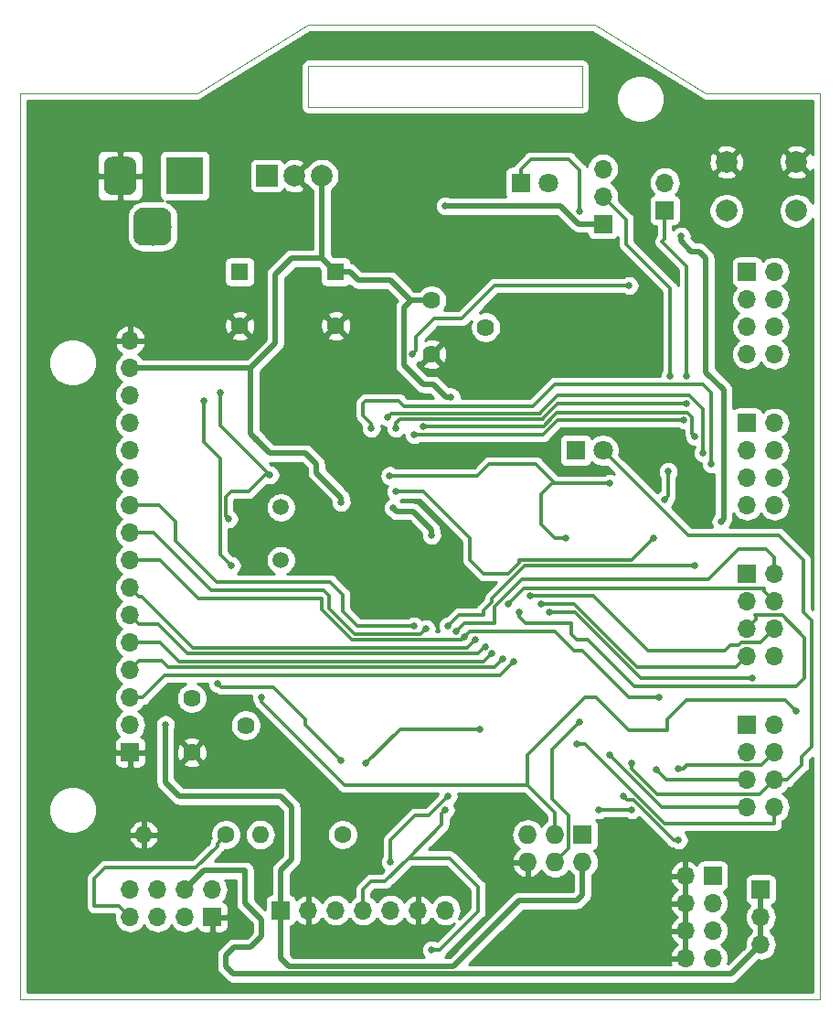
<source format=gbr>
G04 #@! TF.GenerationSoftware,KiCad,Pcbnew,(5.1.2)-2*
G04 #@! TF.CreationDate,2020-01-11T10:49:24+03:00*
G04 #@! TF.ProjectId,DINODE,44494e4f-4445-42e6-9b69-6361645f7063,rev?*
G04 #@! TF.SameCoordinates,Original*
G04 #@! TF.FileFunction,Copper,L2,Bot*
G04 #@! TF.FilePolarity,Positive*
%FSLAX46Y46*%
G04 Gerber Fmt 4.6, Leading zero omitted, Abs format (unit mm)*
G04 Created by KiCad (PCBNEW (5.1.2)-2) date 2020-01-11 10:49:24*
%MOMM*%
%LPD*%
G04 APERTURE LIST*
G04 #@! TA.AperFunction,NonConductor*
%ADD10C,0.050000*%
G04 #@! TD*
G04 #@! TA.AperFunction,ComponentPad*
%ADD11R,1.600000X1.600000*%
G04 #@! TD*
G04 #@! TA.AperFunction,ComponentPad*
%ADD12C,1.600000*%
G04 #@! TD*
G04 #@! TA.AperFunction,ComponentPad*
%ADD13C,1.800000*%
G04 #@! TD*
G04 #@! TA.AperFunction,ComponentPad*
%ADD14R,1.800000X1.800000*%
G04 #@! TD*
G04 #@! TA.AperFunction,ComponentPad*
%ADD15R,1.700000X1.700000*%
G04 #@! TD*
G04 #@! TA.AperFunction,ComponentPad*
%ADD16O,1.700000X1.700000*%
G04 #@! TD*
G04 #@! TA.AperFunction,ComponentPad*
%ADD17O,1.600000X1.600000*%
G04 #@! TD*
G04 #@! TA.AperFunction,ComponentPad*
%ADD18R,2.000000X2.000000*%
G04 #@! TD*
G04 #@! TA.AperFunction,ComponentPad*
%ADD19C,2.000000*%
G04 #@! TD*
G04 #@! TA.AperFunction,ComponentPad*
%ADD20C,1.500000*%
G04 #@! TD*
G04 #@! TA.AperFunction,ComponentPad*
%ADD21R,3.500000X3.500000*%
G04 #@! TD*
G04 #@! TA.AperFunction,Conductor*
%ADD22C,0.100000*%
G04 #@! TD*
G04 #@! TA.AperFunction,ComponentPad*
%ADD23C,3.000000*%
G04 #@! TD*
G04 #@! TA.AperFunction,ComponentPad*
%ADD24C,3.500000*%
G04 #@! TD*
G04 #@! TA.AperFunction,ComponentPad*
%ADD25R,1.727200X1.727200*%
G04 #@! TD*
G04 #@! TA.AperFunction,ComponentPad*
%ADD26O,1.727200X1.727200*%
G04 #@! TD*
G04 #@! TA.AperFunction,ComponentPad*
%ADD27C,1.620000*%
G04 #@! TD*
G04 #@! TA.AperFunction,ViaPad*
%ADD28C,0.650000*%
G04 #@! TD*
G04 #@! TA.AperFunction,Conductor*
%ADD29C,0.500000*%
G04 #@! TD*
G04 #@! TA.AperFunction,Conductor*
%ADD30C,0.300000*%
G04 #@! TD*
G04 #@! TA.AperFunction,Conductor*
%ADD31C,0.254000*%
G04 #@! TD*
G04 APERTURE END LIST*
D10*
X159131000Y-129540000D02*
X130810000Y-129540000D01*
X159131000Y-60198000D02*
X159131000Y-129540000D01*
X159131000Y-45720000D02*
X148590000Y-45720000D01*
X159131000Y-60198000D02*
X159131000Y-45720000D01*
X137160000Y-43180000D02*
X111760000Y-43180000D01*
X137160000Y-46990000D02*
X137160000Y-43180000D01*
X111760000Y-46990000D02*
X137160000Y-46990000D01*
X111760000Y-43180000D02*
X111760000Y-46990000D01*
X138303000Y-39370000D02*
X148590000Y-45720000D01*
X136017000Y-39370000D02*
X138303000Y-39370000D01*
X111760000Y-39370000D02*
X136017000Y-39370000D01*
X101473000Y-45720000D02*
X111760000Y-39370000D01*
X86995000Y-45720000D02*
X101473000Y-45720000D01*
X85090000Y-45720000D02*
X86995000Y-45720000D01*
X85090000Y-129540000D02*
X90170000Y-129540000D01*
X85090000Y-45720000D02*
X85090000Y-129540000D01*
X90170000Y-129540000D02*
X130810000Y-129540000D01*
D11*
G04 #@! TO.P,C3,1*
G04 #@! TO.N,+12V*
X105410000Y-62230000D03*
D12*
G04 #@! TO.P,C3,2*
G04 #@! TO.N,GND*
X105410000Y-67230000D03*
G04 #@! TD*
G04 #@! TO.P,C4,2*
G04 #@! TO.N,GND*
X114300000Y-67230000D03*
D11*
G04 #@! TO.P,C4,1*
G04 #@! TO.N,+5V*
X114300000Y-62230000D03*
G04 #@! TD*
D13*
G04 #@! TO.P,D1,2*
G04 #@! TO.N,+5V*
X133985000Y-53975000D03*
D14*
G04 #@! TO.P,D1,1*
G04 #@! TO.N,Net-(D1-Pad1)*
X131445000Y-53975000D03*
G04 #@! TD*
G04 #@! TO.P,D2,1*
G04 #@! TO.N,Net-(D2-Pad1)*
X136525000Y-78740000D03*
D13*
G04 #@! TO.P,D2,2*
G04 #@! TO.N,PD_5*
X139065000Y-78740000D03*
G04 #@! TD*
D15*
G04 #@! TO.P,J2,1*
G04 #@! TO.N,Net-(J2-Pad1)*
X144780000Y-56515000D03*
D16*
G04 #@! TO.P,J2,2*
G04 #@! TO.N,+5V*
X144780000Y-53975000D03*
G04 #@! TD*
D15*
G04 #@! TO.P,J3,1*
G04 #@! TO.N,+5V*
X109220000Y-121285000D03*
D16*
G04 #@! TO.P,J3,2*
G04 #@! TO.N,GND*
X111760000Y-121285000D03*
G04 #@! TO.P,J3,3*
G04 #@! TO.N,Net-(J3-Pad3)*
X114300000Y-121285000D03*
G04 #@! TO.P,J3,4*
G04 #@! TO.N,PD_0*
X116840000Y-121285000D03*
G04 #@! TO.P,J3,5*
G04 #@! TO.N,PD_1*
X119380000Y-121285000D03*
G04 #@! TO.P,J3,6*
G04 #@! TO.N,GND*
X121920000Y-121285000D03*
G04 #@! TO.P,J3,7*
G04 #@! TO.N,Net-(J3-Pad7)*
X124460000Y-121285000D03*
G04 #@! TD*
D15*
G04 #@! TO.P,J4,1*
G04 #@! TO.N,GND*
X95250000Y-106680000D03*
D16*
G04 #@! TO.P,J4,2*
G04 #@! TO.N,+5V*
X95250000Y-104140000D03*
G04 #@! TO.P,J4,3*
G04 #@! TO.N,PC_7*
X95250000Y-101600000D03*
G04 #@! TO.P,J4,4*
G04 #@! TO.N,PC_6*
X95250000Y-99060000D03*
G04 #@! TO.P,J4,5*
G04 #@! TO.N,PC_5*
X95250000Y-96520000D03*
G04 #@! TO.P,J4,6*
G04 #@! TO.N,PC_4*
X95250000Y-93980000D03*
G04 #@! TO.P,J4,7*
G04 #@! TO.N,PC_3*
X95250000Y-91440000D03*
G04 #@! TO.P,J4,8*
G04 #@! TO.N,PC_2*
X95250000Y-88900000D03*
G04 #@! TO.P,J4,9*
G04 #@! TO.N,PD_7*
X95250000Y-86360000D03*
G04 #@! TO.P,J4,10*
G04 #@! TO.N,PD_6*
X95250000Y-83820000D03*
G04 #@! TO.P,J4,11*
G04 #@! TO.N,PB_2*
X95250000Y-81280000D03*
G04 #@! TO.P,J4,12*
G04 #@! TO.N,PB_1*
X95250000Y-78740000D03*
G04 #@! TO.P,J4,13*
G04 #@! TO.N,PB_0*
X95250000Y-76200000D03*
G04 #@! TO.P,J4,14*
G04 #@! TO.N,VO*
X95250000Y-73660000D03*
G04 #@! TO.P,J4,15*
G04 #@! TO.N,+5V*
X95250000Y-71120000D03*
G04 #@! TO.P,J4,16*
G04 #@! TO.N,GND*
X95250000Y-68580000D03*
G04 #@! TD*
D15*
G04 #@! TO.P,J5,1*
G04 #@! TO.N,GND*
X102870000Y-121920000D03*
D16*
G04 #@! TO.P,J5,2*
G04 #@! TO.N,PD_0*
X102870000Y-119380000D03*
G04 #@! TO.P,J5,3*
G04 #@! TO.N,Net-(J5-Pad3)*
X100330000Y-121920000D03*
G04 #@! TO.P,J5,4*
G04 #@! TO.N,+3V3*
X100330000Y-119380000D03*
G04 #@! TO.P,J5,5*
G04 #@! TO.N,Net-(J5-Pad5)*
X97790000Y-121920000D03*
G04 #@! TO.P,J5,6*
G04 #@! TO.N,Net-(J5-Pad6)*
X97790000Y-119380000D03*
G04 #@! TO.P,J5,7*
G04 #@! TO.N,ESP_RX*
X95250000Y-121920000D03*
G04 #@! TO.P,J5,8*
G04 #@! TO.N,+3V3*
X95250000Y-119380000D03*
G04 #@! TD*
D15*
G04 #@! TO.P,J6,1*
G04 #@! TO.N,PA_0*
X152400000Y-62230000D03*
D16*
G04 #@! TO.P,J6,2*
G04 #@! TO.N,PA_1*
X154940000Y-62230000D03*
G04 #@! TO.P,J6,3*
G04 #@! TO.N,PA_2*
X152400000Y-64770000D03*
G04 #@! TO.P,J6,4*
G04 #@! TO.N,PA_3*
X154940000Y-64770000D03*
G04 #@! TO.P,J6,5*
G04 #@! TO.N,PA_4*
X152400000Y-67310000D03*
G04 #@! TO.P,J6,6*
G04 #@! TO.N,PA_5*
X154940000Y-67310000D03*
G04 #@! TO.P,J6,7*
G04 #@! TO.N,PA_6*
X152400000Y-69850000D03*
G04 #@! TO.P,J6,8*
G04 #@! TO.N,PA_7*
X154940000Y-69850000D03*
G04 #@! TD*
D15*
G04 #@! TO.P,J7,1*
G04 #@! TO.N,PC_0*
X152400000Y-90170000D03*
D16*
G04 #@! TO.P,J7,2*
G04 #@! TO.N,PC_1*
X154940000Y-90170000D03*
G04 #@! TO.P,J7,3*
G04 #@! TO.N,PC_2*
X152400000Y-92710000D03*
G04 #@! TO.P,J7,4*
G04 #@! TO.N,PC_3*
X154940000Y-92710000D03*
G04 #@! TO.P,J7,5*
G04 #@! TO.N,PC_4*
X152400000Y-95250000D03*
G04 #@! TO.P,J7,6*
G04 #@! TO.N,PC_5*
X154940000Y-95250000D03*
G04 #@! TO.P,J7,7*
G04 #@! TO.N,PC_6*
X152400000Y-97790000D03*
G04 #@! TO.P,J7,8*
G04 #@! TO.N,PC_7*
X154940000Y-97790000D03*
G04 #@! TD*
G04 #@! TO.P,J9,8*
G04 #@! TO.N,PB_7*
X154940000Y-83820000D03*
G04 #@! TO.P,J9,7*
G04 #@! TO.N,MISO*
X152400000Y-83820000D03*
G04 #@! TO.P,J9,6*
G04 #@! TO.N,MOSI*
X154940000Y-81280000D03*
G04 #@! TO.P,J9,5*
G04 #@! TO.N,PB_4*
X152400000Y-81280000D03*
G04 #@! TO.P,J9,4*
G04 #@! TO.N,PB_3*
X154940000Y-78740000D03*
G04 #@! TO.P,J9,3*
G04 #@! TO.N,PB_2*
X152400000Y-78740000D03*
G04 #@! TO.P,J9,2*
G04 #@! TO.N,PB_1*
X154940000Y-76200000D03*
D15*
G04 #@! TO.P,J9,1*
G04 #@! TO.N,PB_0*
X152400000Y-76200000D03*
G04 #@! TD*
G04 #@! TO.P,J10,1*
G04 #@! TO.N,+3V3*
X139065000Y-57785000D03*
D16*
G04 #@! TO.P,J10,2*
G04 #@! TO.N,A_REF*
X139065000Y-55245000D03*
G04 #@! TO.P,J10,3*
G04 #@! TO.N,+5V*
X139065000Y-52705000D03*
G04 #@! TD*
G04 #@! TO.P,J11,8*
G04 #@! TO.N,PD_7*
X154940000Y-111760000D03*
G04 #@! TO.P,J11,7*
G04 #@! TO.N,PD_6*
X152400000Y-111760000D03*
G04 #@! TO.P,J11,6*
G04 #@! TO.N,PD_5*
X154940000Y-109220000D03*
G04 #@! TO.P,J11,5*
G04 #@! TO.N,PD_4*
X152400000Y-109220000D03*
G04 #@! TO.P,J11,4*
G04 #@! TO.N,PD_3*
X154940000Y-106680000D03*
G04 #@! TO.P,J11,3*
G04 #@! TO.N,PD_2*
X152400000Y-106680000D03*
G04 #@! TO.P,J11,2*
G04 #@! TO.N,PD_1*
X154940000Y-104140000D03*
D15*
G04 #@! TO.P,J11,1*
G04 #@! TO.N,PD_0*
X152400000Y-104140000D03*
G04 #@! TD*
D12*
G04 #@! TO.P,R1,1*
G04 #@! TO.N,PD_1*
X114935000Y-114300000D03*
D17*
G04 #@! TO.P,R1,2*
G04 #@! TO.N,ESP_RX*
X107315000Y-114300000D03*
G04 #@! TD*
G04 #@! TO.P,R2,2*
G04 #@! TO.N,GND*
X96520000Y-114300000D03*
D12*
G04 #@! TO.P,R2,1*
G04 #@! TO.N,ESP_RX*
X104140000Y-114300000D03*
G04 #@! TD*
D18*
G04 #@! TO.P,U1,1*
G04 #@! TO.N,+12V*
X107950000Y-53340000D03*
D19*
G04 #@! TO.P,U1,2*
G04 #@! TO.N,GND*
X110490000Y-53340000D03*
G04 #@! TO.P,U1,3*
G04 #@! TO.N,+5V*
X113030000Y-53340000D03*
G04 #@! TD*
D20*
G04 #@! TO.P,Y1,1*
G04 #@! TO.N,Net-(C1-Pad1)*
X109220000Y-88900000D03*
G04 #@! TO.P,Y1,2*
G04 #@! TO.N,Net-(C2-Pad1)*
X109220000Y-84020000D03*
G04 #@! TD*
D21*
G04 #@! TO.P,J1,1*
G04 #@! TO.N,+12V*
X100330000Y-53340000D03*
D22*
G04 #@! TD*
G04 #@! TO.N,GND*
G04 #@! TO.C,J1*
G36*
X95153513Y-51593611D02*
G01*
X95226318Y-51604411D01*
X95297714Y-51622295D01*
X95367013Y-51647090D01*
X95433548Y-51678559D01*
X95496678Y-51716398D01*
X95555795Y-51760242D01*
X95610330Y-51809670D01*
X95659758Y-51864205D01*
X95703602Y-51923322D01*
X95741441Y-51986452D01*
X95772910Y-52052987D01*
X95797705Y-52122286D01*
X95815589Y-52193682D01*
X95826389Y-52266487D01*
X95830000Y-52340000D01*
X95830000Y-54340000D01*
X95826389Y-54413513D01*
X95815589Y-54486318D01*
X95797705Y-54557714D01*
X95772910Y-54627013D01*
X95741441Y-54693548D01*
X95703602Y-54756678D01*
X95659758Y-54815795D01*
X95610330Y-54870330D01*
X95555795Y-54919758D01*
X95496678Y-54963602D01*
X95433548Y-55001441D01*
X95367013Y-55032910D01*
X95297714Y-55057705D01*
X95226318Y-55075589D01*
X95153513Y-55086389D01*
X95080000Y-55090000D01*
X93580000Y-55090000D01*
X93506487Y-55086389D01*
X93433682Y-55075589D01*
X93362286Y-55057705D01*
X93292987Y-55032910D01*
X93226452Y-55001441D01*
X93163322Y-54963602D01*
X93104205Y-54919758D01*
X93049670Y-54870330D01*
X93000242Y-54815795D01*
X92956398Y-54756678D01*
X92918559Y-54693548D01*
X92887090Y-54627013D01*
X92862295Y-54557714D01*
X92844411Y-54486318D01*
X92833611Y-54413513D01*
X92830000Y-54340000D01*
X92830000Y-52340000D01*
X92833611Y-52266487D01*
X92844411Y-52193682D01*
X92862295Y-52122286D01*
X92887090Y-52052987D01*
X92918559Y-51986452D01*
X92956398Y-51923322D01*
X93000242Y-51864205D01*
X93049670Y-51809670D01*
X93104205Y-51760242D01*
X93163322Y-51716398D01*
X93226452Y-51678559D01*
X93292987Y-51647090D01*
X93362286Y-51622295D01*
X93433682Y-51604411D01*
X93506487Y-51593611D01*
X93580000Y-51590000D01*
X95080000Y-51590000D01*
X95153513Y-51593611D01*
X95153513Y-51593611D01*
G37*
D23*
G04 #@! TO.P,J1,2*
G04 #@! TO.N,GND*
X94330000Y-53340000D03*
D22*
G04 #@! TD*
G04 #@! TO.N,N/C*
G04 #@! TO.C,J1*
G36*
X98290765Y-56294213D02*
G01*
X98375704Y-56306813D01*
X98458999Y-56327677D01*
X98539848Y-56356605D01*
X98617472Y-56393319D01*
X98691124Y-56437464D01*
X98760094Y-56488616D01*
X98823718Y-56546282D01*
X98881384Y-56609906D01*
X98932536Y-56678876D01*
X98976681Y-56752528D01*
X99013395Y-56830152D01*
X99042323Y-56911001D01*
X99063187Y-56994296D01*
X99075787Y-57079235D01*
X99080000Y-57165000D01*
X99080000Y-58915000D01*
X99075787Y-59000765D01*
X99063187Y-59085704D01*
X99042323Y-59168999D01*
X99013395Y-59249848D01*
X98976681Y-59327472D01*
X98932536Y-59401124D01*
X98881384Y-59470094D01*
X98823718Y-59533718D01*
X98760094Y-59591384D01*
X98691124Y-59642536D01*
X98617472Y-59686681D01*
X98539848Y-59723395D01*
X98458999Y-59752323D01*
X98375704Y-59773187D01*
X98290765Y-59785787D01*
X98205000Y-59790000D01*
X96455000Y-59790000D01*
X96369235Y-59785787D01*
X96284296Y-59773187D01*
X96201001Y-59752323D01*
X96120152Y-59723395D01*
X96042528Y-59686681D01*
X95968876Y-59642536D01*
X95899906Y-59591384D01*
X95836282Y-59533718D01*
X95778616Y-59470094D01*
X95727464Y-59401124D01*
X95683319Y-59327472D01*
X95646605Y-59249848D01*
X95617677Y-59168999D01*
X95596813Y-59085704D01*
X95584213Y-59000765D01*
X95580000Y-58915000D01*
X95580000Y-57165000D01*
X95584213Y-57079235D01*
X95596813Y-56994296D01*
X95617677Y-56911001D01*
X95646605Y-56830152D01*
X95683319Y-56752528D01*
X95727464Y-56678876D01*
X95778616Y-56609906D01*
X95836282Y-56546282D01*
X95899906Y-56488616D01*
X95968876Y-56437464D01*
X96042528Y-56393319D01*
X96120152Y-56356605D01*
X96201001Y-56327677D01*
X96284296Y-56306813D01*
X96369235Y-56294213D01*
X96455000Y-56290000D01*
X98205000Y-56290000D01*
X98290765Y-56294213D01*
X98290765Y-56294213D01*
G37*
D24*
G04 #@! TO.P,J1,3*
G04 #@! TO.N,N/C*
X97330000Y-58040000D03*
G04 #@! TD*
D25*
G04 #@! TO.P,J8,1*
G04 #@! TO.N,MISO*
X137160000Y-114300000D03*
D26*
G04 #@! TO.P,J8,2*
G04 #@! TO.N,+5V*
X137160000Y-116840000D03*
G04 #@! TO.P,J8,3*
G04 #@! TO.N,PB_7*
X134620000Y-114300000D03*
G04 #@! TO.P,J8,4*
G04 #@! TO.N,MOSI*
X134620000Y-116840000D03*
G04 #@! TO.P,J8,5*
G04 #@! TO.N,RESET*
X132080000Y-114300000D03*
G04 #@! TO.P,J8,6*
G04 #@! TO.N,GND*
X132080000Y-116840000D03*
G04 #@! TD*
D27*
G04 #@! TO.P,RV1,1*
G04 #@! TO.N,GND*
X100965000Y-106680000D03*
G04 #@! TO.P,RV1,2*
G04 #@! TO.N,VO*
X105965000Y-104180000D03*
G04 #@! TO.P,RV1,3*
G04 #@! TO.N,+5V*
X100965000Y-101680000D03*
G04 #@! TD*
G04 #@! TO.P,RV2,3*
G04 #@! TO.N,+5V*
X123190000Y-64850000D03*
G04 #@! TO.P,RV2,2*
G04 #@! TO.N,PA_0*
X128190000Y-67350000D03*
G04 #@! TO.P,RV2,1*
G04 #@! TO.N,GND*
X123190000Y-69850000D03*
G04 #@! TD*
D19*
G04 #@! TO.P,SW1,2*
G04 #@! TO.N,RESET*
X150495000Y-56570000D03*
G04 #@! TO.P,SW1,1*
G04 #@! TO.N,GND*
X150495000Y-52070000D03*
G04 #@! TO.P,SW1,2*
G04 #@! TO.N,RESET*
X156995000Y-56570000D03*
G04 #@! TO.P,SW1,1*
G04 #@! TO.N,GND*
X156995000Y-52070000D03*
G04 #@! TD*
D15*
G04 #@! TO.P,J12,1*
G04 #@! TO.N,+3V3*
X153670000Y-119380000D03*
D16*
G04 #@! TO.P,J12,2*
X153670000Y-121920000D03*
G04 #@! TO.P,J12,3*
X153670000Y-124460000D03*
G04 #@! TD*
G04 #@! TO.P,J13,8*
G04 #@! TO.N,GND*
X146685000Y-125730000D03*
G04 #@! TO.P,J13,7*
G04 #@! TO.N,+5V*
X149225000Y-125730000D03*
G04 #@! TO.P,J13,6*
G04 #@! TO.N,GND*
X146685000Y-123190000D03*
G04 #@! TO.P,J13,5*
G04 #@! TO.N,+5V*
X149225000Y-123190000D03*
G04 #@! TO.P,J13,4*
G04 #@! TO.N,GND*
X146685000Y-120650000D03*
G04 #@! TO.P,J13,3*
G04 #@! TO.N,+5V*
X149225000Y-120650000D03*
G04 #@! TO.P,J13,2*
G04 #@! TO.N,GND*
X146685000Y-118110000D03*
D15*
G04 #@! TO.P,J13,1*
G04 #@! TO.N,+5V*
X149225000Y-118110000D03*
G04 #@! TD*
D28*
G04 #@! TO.N,GND*
X122590000Y-61560000D03*
X128870000Y-61560000D03*
X113792000Y-84328000D03*
X113467001Y-89337001D03*
G04 #@! TO.N,RESET*
X108204000Y-81026000D03*
X103632000Y-73406000D03*
X121425000Y-69850000D03*
X141478000Y-63500000D03*
X104394000Y-85090000D03*
X103378000Y-100330000D03*
X114808000Y-107442000D03*
G04 #@! TO.N,Net-(D1-Pad1)*
X136906000Y-56642000D03*
G04 #@! TO.N,PC_7*
X130810000Y-98298000D03*
X152908000Y-99822000D03*
X134112000Y-93726000D03*
G04 #@! TO.N,Net-(J2-Pad1)*
X144780000Y-83312000D03*
X145104999Y-80701001D03*
X146812000Y-71882000D03*
G04 #@! TO.N,PD_0*
X138684000Y-112014000D03*
X141732000Y-112014000D03*
X124460000Y-112014000D03*
X123190000Y-124968000D03*
G04 #@! TO.N,PD_1*
X124714000Y-110744000D03*
X119380000Y-116840000D03*
G04 #@! TO.N,PC_6*
X129794000Y-98044000D03*
X133350000Y-92964000D03*
G04 #@! TO.N,PC_5*
X128778000Y-97536000D03*
X132334000Y-92202000D03*
G04 #@! TO.N,PC_4*
X128176958Y-96934958D03*
X131318000Y-93726000D03*
G04 #@! TO.N,PC_3*
X127254000Y-96266000D03*
X130302000Y-92964000D03*
G04 #@! TO.N,PC_2*
X126238000Y-96012000D03*
X144272000Y-101600000D03*
G04 #@! TO.N,PC_1*
X125476000Y-95504000D03*
G04 #@! TO.N,PC_0*
X124714000Y-94996000D03*
X147574000Y-89408000D03*
G04 #@! TO.N,PB_2*
X119126000Y-75692000D03*
X148336000Y-78994000D03*
G04 #@! TO.N,PB_1*
X121590000Y-77292000D03*
X146558000Y-75946000D03*
G04 #@! TO.N,PB_0*
X122390000Y-76492000D03*
X147574000Y-77470000D03*
G04 #@! TO.N,VO*
X102108000Y-74168000D03*
X104648000Y-89408000D03*
G04 #@! TO.N,+3V3*
X124460000Y-56134000D03*
X146304000Y-58928000D03*
X149987000Y-85344000D03*
G04 #@! TO.N,PB_7*
X107442000Y-101600000D03*
X156972000Y-102870000D03*
G04 #@! TO.N,MOSI*
X119316000Y-81090000D03*
X139700000Y-81788000D03*
X135636000Y-86868000D03*
X136906000Y-103886000D03*
G04 #@! TO.N,PB_4*
X117602000Y-76708000D03*
X149098000Y-80010000D03*
G04 #@! TO.N,PB_3*
X119888000Y-76708000D03*
X146812000Y-74422000D03*
G04 #@! TO.N,A_REF*
X145288000Y-71882000D03*
G04 #@! TO.N,PD_7*
X136652000Y-105918000D03*
X122682000Y-95250000D03*
G04 #@! TO.N,PD_6*
X139700000Y-106934000D03*
X121539000Y-94996000D03*
G04 #@! TO.N,PD_5*
X141732000Y-107696000D03*
G04 #@! TO.N,PD_4*
X144018000Y-108291000D03*
G04 #@! TO.N,PD_3*
X146050000Y-108204000D03*
G04 #@! TO.N,PD_2*
X140970000Y-110744000D03*
X146050000Y-114795000D03*
G04 #@! TO.N,MISO*
X119888000Y-82550000D03*
X143764000Y-86868000D03*
X127635000Y-104521000D03*
X117094000Y-107696000D03*
G04 #@! TO.N,+5V*
X124968000Y-73797990D03*
X98528500Y-104116500D03*
X106426000Y-71120000D03*
X106934000Y-77724000D03*
X119634000Y-84074000D03*
X123190000Y-86614000D03*
X114808000Y-83566000D03*
G04 #@! TD*
D29*
G04 #@! TO.N,GND*
X122590000Y-61560000D02*
X128870000Y-61560000D01*
X113467001Y-84652999D02*
X113467001Y-89337001D01*
X113792000Y-84328000D02*
X113467001Y-84652999D01*
D30*
G04 #@! TO.N,RESET*
X108204000Y-81026000D02*
X103632000Y-76454000D01*
X103632000Y-76454000D02*
X103632000Y-73406000D01*
X121749999Y-69525001D02*
X121749999Y-68242001D01*
X121425000Y-69850000D02*
X121749999Y-69525001D01*
X121749999Y-68242001D02*
X122936000Y-67056000D01*
X122936000Y-67056000D02*
X123444000Y-66548000D01*
X123444000Y-66548000D02*
X125984000Y-66548000D01*
X125984000Y-66548000D02*
X127508000Y-65024000D01*
X127508000Y-65024000D02*
X129032000Y-63500000D01*
X129032000Y-63500000D02*
X141478000Y-63500000D01*
X107744381Y-81026000D02*
X106220381Y-82550000D01*
X108204000Y-81026000D02*
X107744381Y-81026000D01*
X106220381Y-82550000D02*
X104902000Y-82550000D01*
X104648000Y-82550000D02*
X104140000Y-83058000D01*
X104902000Y-82550000D02*
X104648000Y-82550000D01*
X104140000Y-83058000D02*
X104140000Y-84074000D01*
X104140000Y-84074000D02*
X104140000Y-84836000D01*
X104140000Y-84836000D02*
X104394000Y-85090000D01*
X103702999Y-100654999D02*
X108528999Y-100654999D01*
X103378000Y-100330000D02*
X103702999Y-100654999D01*
X111506000Y-103632000D02*
X111506000Y-104140000D01*
X108528999Y-100654999D02*
X111506000Y-103632000D01*
X111506000Y-104140000D02*
X114808000Y-107442000D01*
G04 #@! TO.N,Net-(D1-Pad1)*
X131445000Y-52775000D02*
X131445000Y-53975000D01*
X132404000Y-51816000D02*
X131445000Y-52775000D01*
X135890000Y-51816000D02*
X132404000Y-51816000D01*
X136906000Y-52832000D02*
X135890000Y-51816000D01*
X136906000Y-56642000D02*
X136906000Y-52832000D01*
G04 #@! TO.N,PC_7*
X96452081Y-101600000D02*
X98484081Y-99568000D01*
X95250000Y-101600000D02*
X96452081Y-101600000D01*
X98484081Y-99568000D02*
X129540000Y-99568000D01*
X129540000Y-99568000D02*
X130810000Y-98298000D01*
X130810000Y-98298000D02*
X130810000Y-98298000D01*
X142548880Y-99822000D02*
X136452880Y-93726000D01*
X152908000Y-99822000D02*
X142548880Y-99822000D01*
X136452880Y-93726000D02*
X134112000Y-93726000D01*
G04 #@! TO.N,Net-(J2-Pad1)*
X145104999Y-82987001D02*
X145104999Y-80701001D01*
X144780000Y-83312000D02*
X145104999Y-82987001D01*
X146812000Y-71882000D02*
X146812000Y-61722000D01*
X146812000Y-61722000D02*
X144526000Y-59436000D01*
X144780000Y-59182000D02*
X144780000Y-56515000D01*
X144526000Y-59436000D02*
X144780000Y-59182000D01*
G04 #@! TO.N,PD_0*
X138684000Y-112014000D02*
X141732000Y-112014000D01*
X116840000Y-119380000D02*
X116840000Y-121285000D01*
X117602000Y-118618000D02*
X116840000Y-119380000D01*
X118872000Y-118618000D02*
X117602000Y-118618000D01*
X124460000Y-112014000D02*
X124135001Y-112338999D01*
X124135001Y-112338999D02*
X124135001Y-113354999D01*
X121031000Y-116459000D02*
X124841000Y-116459000D01*
X121031000Y-116459000D02*
X118872000Y-118618000D01*
X124135001Y-113354999D02*
X121031000Y-116459000D01*
X124841000Y-116459000D02*
X127000000Y-118618000D01*
X127000000Y-118618000D02*
X127508000Y-119126000D01*
X127508000Y-119126000D02*
X127508000Y-121158000D01*
X127508000Y-121158000D02*
X127508000Y-121412000D01*
X127508000Y-121412000D02*
X124968000Y-123952000D01*
X124968000Y-123952000D02*
X123952000Y-124968000D01*
X123952000Y-124968000D02*
X123190000Y-124968000D01*
G04 #@! TO.N,PD_1*
X124714000Y-110744000D02*
X122936000Y-112522000D01*
X122936000Y-112522000D02*
X121920000Y-112522000D01*
X121920000Y-112522000D02*
X121666000Y-112522000D01*
X121666000Y-112522000D02*
X119380000Y-114808000D01*
X119380000Y-114808000D02*
X119380000Y-116586000D01*
X119380000Y-116586000D02*
X119380000Y-116840000D01*
G04 #@! TO.N,PC_6*
X96099999Y-98210001D02*
X98210001Y-98210001D01*
X95250000Y-99060000D02*
X96099999Y-98210001D01*
X98210001Y-98210001D02*
X98806000Y-98806000D01*
X98806000Y-98806000D02*
X129032000Y-98806000D01*
X129032000Y-98806000D02*
X129794000Y-98044000D01*
X151384000Y-98806000D02*
X152400000Y-97790000D01*
X142240000Y-98806000D02*
X151384000Y-98806000D01*
X133350000Y-92964000D02*
X136398000Y-92964000D01*
X136398000Y-92964000D02*
X142240000Y-98806000D01*
G04 #@! TO.N,PC_5*
X95250000Y-96520000D02*
X98044000Y-96520000D01*
X98044000Y-96520000D02*
X99822000Y-98298000D01*
X99822000Y-98298000D02*
X128016000Y-98298000D01*
X128016000Y-98298000D02*
X128778000Y-97536000D01*
X132334000Y-92202000D02*
X138176000Y-92202000D01*
X138176000Y-92202000D02*
X143256000Y-97282000D01*
X143256000Y-97282000D02*
X150368000Y-97282000D01*
X150368000Y-97282000D02*
X150876000Y-96774000D01*
X151639998Y-96774000D02*
X151893998Y-96520000D01*
X150876000Y-96774000D02*
X151639998Y-96774000D01*
X153670000Y-96520000D02*
X154940000Y-95250000D01*
X151893998Y-96520000D02*
X153670000Y-96520000D01*
G04 #@! TO.N,PC_4*
X96099999Y-94829999D02*
X97877999Y-94829999D01*
X95250000Y-93980000D02*
X96099999Y-94829999D01*
X97877999Y-94829999D02*
X100584000Y-97536000D01*
X100584000Y-97536000D02*
X123698000Y-97536000D01*
X123698000Y-97536000D02*
X127508000Y-97536000D01*
X127508000Y-97536000D02*
X128270000Y-96774000D01*
X128270000Y-96774000D02*
X128176958Y-96867042D01*
X128176958Y-96867042D02*
X128176958Y-96934958D01*
X153249999Y-94400001D02*
X152400000Y-95250000D01*
X153249999Y-94067999D02*
X153249999Y-94400001D01*
X156972000Y-100584000D02*
X157734000Y-99822000D01*
X141986000Y-100584000D02*
X156972000Y-100584000D01*
X153162000Y-93980000D02*
X153249999Y-94067999D01*
X157734000Y-99822000D02*
X157734000Y-96066880D01*
X137668000Y-96266000D02*
X141986000Y-100584000D01*
X155647120Y-93980000D02*
X153162000Y-93980000D01*
X131318000Y-93726000D02*
X131318000Y-94185619D01*
X131318000Y-94185619D02*
X131874381Y-94742000D01*
X131874381Y-94742000D02*
X136144000Y-94742000D01*
X157734000Y-96066880D02*
X155647120Y-93980000D01*
X136144000Y-94742000D02*
X136144000Y-95758000D01*
X136144000Y-95758000D02*
X136652000Y-96266000D01*
X136652000Y-96266000D02*
X137668000Y-96266000D01*
G04 #@! TO.N,PC_3*
X96099999Y-92289999D02*
X96353999Y-92289999D01*
X95250000Y-91440000D02*
X96099999Y-92289999D01*
X96353999Y-92289999D02*
X101092000Y-97028000D01*
X102616000Y-97028000D02*
X102623990Y-97035990D01*
X101092000Y-97028000D02*
X102616000Y-97028000D01*
X102623990Y-97035990D02*
X123490890Y-97035990D01*
X123490890Y-97035990D02*
X126484010Y-97035990D01*
X126484010Y-97035990D02*
X127254000Y-96266000D01*
X153993999Y-91763999D02*
X154940000Y-92710000D01*
X153993999Y-91509999D02*
X153993999Y-91763999D01*
X130302000Y-92964000D02*
X131756001Y-91509999D01*
X131756001Y-91509999D02*
X153993999Y-91509999D01*
G04 #@! TO.N,PC_2*
X95250000Y-88900000D02*
X98044000Y-88900000D01*
X98044000Y-88900000D02*
X101600000Y-92456000D01*
X101600000Y-92456000D02*
X113030000Y-92456000D01*
X113030000Y-92456000D02*
X113030000Y-93472000D01*
X113030000Y-93472000D02*
X115824000Y-96266000D01*
X115824000Y-96266000D02*
X120650000Y-96266000D01*
X120650000Y-96266000D02*
X125984000Y-96266000D01*
X125984000Y-96266000D02*
X126238000Y-96012000D01*
X126238000Y-96012000D02*
X126746000Y-95504000D01*
X126746000Y-95504000D02*
X134620000Y-95504000D01*
X134620000Y-95504000D02*
X136398000Y-97282000D01*
X136398000Y-97282000D02*
X137160000Y-97282000D01*
X137160000Y-97282000D02*
X138176000Y-98298000D01*
X138176000Y-98298000D02*
X141478000Y-101600000D01*
X141478000Y-101600000D02*
X144272000Y-101600000D01*
G04 #@! TO.N,PC_1*
X154178000Y-87884000D02*
X154940000Y-88646000D01*
X151638000Y-87884000D02*
X154178000Y-87884000D01*
X154940000Y-88646000D02*
X154940000Y-90170000D01*
X126238000Y-94742000D02*
X129032000Y-94742000D01*
X125476000Y-95504000D02*
X126238000Y-94742000D01*
X129032000Y-94742000D02*
X129032000Y-93218000D01*
X129032000Y-93218000D02*
X131572000Y-90678000D01*
X131572000Y-90678000D02*
X148844000Y-90678000D01*
X148844000Y-90678000D02*
X151638000Y-87884000D01*
G04 #@! TO.N,PC_0*
X124714000Y-94996000D02*
X125730000Y-93980000D01*
X125730000Y-93980000D02*
X128016000Y-93980000D01*
X128016000Y-93526880D02*
X128778000Y-92764880D01*
X128016000Y-93980000D02*
X128016000Y-93526880D01*
X128778000Y-92764880D02*
X128778000Y-92456000D01*
X128778000Y-92456000D02*
X131064000Y-90170000D01*
X131064000Y-90170000D02*
X131826000Y-89408000D01*
X131826000Y-89408000D02*
X147574000Y-89408000D01*
G04 #@! TO.N,PB_2*
X119126000Y-75692000D02*
X119450999Y-75367001D01*
X119501011Y-75316989D02*
X133217011Y-75316989D01*
X119450999Y-75367001D02*
X119501011Y-75316989D01*
X133217011Y-75316989D02*
X133350000Y-75184000D01*
X133350000Y-75184000D02*
X134620000Y-73914000D01*
X134620000Y-73914000D02*
X134874000Y-73660000D01*
X134874000Y-73660000D02*
X147066000Y-73660000D01*
X148336000Y-74930000D02*
X148336000Y-78994000D01*
X147066000Y-73660000D02*
X148336000Y-74930000D01*
X148336000Y-78994000D02*
X148336000Y-78994000D01*
G04 #@! TO.N,PB_1*
X121590000Y-77292000D02*
X133528000Y-77292000D01*
X133528000Y-77292000D02*
X134366000Y-76454000D01*
X134366000Y-76454000D02*
X134874000Y-75946000D01*
X134874000Y-75946000D02*
X140462000Y-75946000D01*
X140462000Y-75946000D02*
X146558000Y-75946000D01*
G04 #@! TO.N,PB_0*
X122390000Y-76492000D02*
X133566000Y-76492000D01*
X133566000Y-76492000D02*
X134366000Y-75692000D01*
X146882001Y-75270999D02*
X147320000Y-75708998D01*
X134366000Y-75692000D02*
X134787001Y-75270999D01*
X134787001Y-75270999D02*
X146882001Y-75270999D01*
X147320000Y-75708998D02*
X147320000Y-77216000D01*
X147320000Y-77216000D02*
X147574000Y-77470000D01*
G04 #@! TO.N,VO*
X102108000Y-74168000D02*
X102108000Y-77978000D01*
X102108000Y-77978000D02*
X103632000Y-79502000D01*
X103632000Y-79502000D02*
X103632000Y-88392000D01*
X103632000Y-88392000D02*
X104394000Y-89154000D01*
X104394000Y-89154000D02*
X104648000Y-89408000D01*
G04 #@! TO.N,ESP_RX*
X103340001Y-115099999D02*
X103340001Y-115353999D01*
X104140000Y-114300000D02*
X103340001Y-115099999D01*
X103340001Y-115353999D02*
X101346000Y-117348000D01*
X101346000Y-117348000D02*
X92964000Y-117348000D01*
X92964000Y-117348000D02*
X91948000Y-118364000D01*
X91948000Y-118364000D02*
X91948000Y-120904000D01*
X94234000Y-120904000D02*
X95250000Y-121920000D01*
X91948000Y-120904000D02*
X94234000Y-120904000D01*
D29*
G04 #@! TO.N,+3V3*
X124460000Y-56134000D02*
X135128000Y-56134000D01*
X136779000Y-57785000D02*
X139065000Y-57785000D01*
X135128000Y-56134000D02*
X136779000Y-57785000D01*
X153670000Y-119380000D02*
X153670000Y-121920000D01*
X153670000Y-121920000D02*
X153670000Y-124460000D01*
X102108000Y-117602000D02*
X100330000Y-119380000D01*
X105918000Y-117602000D02*
X102108000Y-117602000D01*
X105918000Y-120650000D02*
X105918000Y-117602000D01*
X107442000Y-123698000D02*
X107442000Y-122174000D01*
X106426000Y-124714000D02*
X107442000Y-123698000D01*
X150937990Y-127192010D02*
X104840010Y-127192010D01*
X153670000Y-124460000D02*
X150937990Y-127192010D01*
X107442000Y-122174000D02*
X105918000Y-120650000D01*
X104840010Y-127192010D02*
X104140000Y-126492000D01*
X104140000Y-125476000D02*
X104902000Y-124714000D01*
X104140000Y-126492000D02*
X104140000Y-125476000D01*
X104902000Y-124714000D02*
X106426000Y-124714000D01*
X146304000Y-59387619D02*
X147241381Y-60325000D01*
X146304000Y-58928000D02*
X146304000Y-59387619D01*
X147241381Y-60325000D02*
X147955000Y-60325000D01*
X147955000Y-60325000D02*
X148590000Y-60960000D01*
X148590000Y-60960000D02*
X148590000Y-71374000D01*
X148590000Y-71374000D02*
X148590000Y-71501000D01*
X148590000Y-71501000D02*
X150241000Y-73152000D01*
X150241000Y-73152000D02*
X150241000Y-85090000D01*
X150241000Y-85090000D02*
X149987000Y-85344000D01*
D30*
G04 #@! TO.N,PB_7*
X134620000Y-112268000D02*
X134620000Y-114300000D01*
X132080000Y-109728000D02*
X134620000Y-112268000D01*
X115110381Y-109728000D02*
X132080000Y-109728000D01*
X107442000Y-101600000D02*
X107442000Y-102059619D01*
X107442000Y-102059619D02*
X115110381Y-109728000D01*
X132080000Y-109728000D02*
X132080000Y-106934000D01*
X132080000Y-106934000D02*
X136906000Y-102108000D01*
X136906000Y-102108000D02*
X137414000Y-101600000D01*
X137414000Y-101600000D02*
X138430000Y-101600000D01*
X138430000Y-101600000D02*
X139192000Y-102362000D01*
X139192000Y-102362000D02*
X141478000Y-104648000D01*
X141478000Y-104648000D02*
X145034000Y-104648000D01*
X145034000Y-104648000D02*
X145034000Y-103632000D01*
X145034000Y-103632000D02*
X146812000Y-101854000D01*
X146812000Y-101854000D02*
X155956000Y-101854000D01*
X155956000Y-101854000D02*
X156972000Y-102870000D01*
G04 #@! TO.N,MOSI*
X119316000Y-81090000D02*
X127444000Y-81090000D01*
X127444000Y-81090000D02*
X128524000Y-80010000D01*
X128524000Y-80010000D02*
X129032000Y-80010000D01*
X129032000Y-80010000D02*
X132842000Y-80010000D01*
X132842000Y-80010000D02*
X134366000Y-81534000D01*
X134366000Y-81534000D02*
X134620000Y-81788000D01*
X134620000Y-81788000D02*
X139700000Y-81788000D01*
X134620000Y-81788000D02*
X134366000Y-81788000D01*
X134366000Y-81788000D02*
X133604000Y-82550000D01*
X133604000Y-82550000D02*
X133350000Y-82804000D01*
X133350000Y-82804000D02*
X133350000Y-85598000D01*
X133350000Y-85598000D02*
X134620000Y-86868000D01*
X134620000Y-86868000D02*
X135636000Y-86868000D01*
X135890000Y-115570000D02*
X134620000Y-116840000D01*
X135890000Y-112522000D02*
X135890000Y-115570000D01*
X134366000Y-110998000D02*
X135890000Y-112522000D01*
X136906000Y-103886000D02*
X134366000Y-106426000D01*
X134366000Y-106426000D02*
X134366000Y-110998000D01*
G04 #@! TO.N,PB_4*
X117602000Y-76248381D02*
X116840000Y-75486381D01*
X117602000Y-76708000D02*
X117602000Y-76248381D01*
X116840000Y-75486381D02*
X116840000Y-74676000D01*
X116840000Y-74676000D02*
X116840000Y-74422000D01*
X116840000Y-74422000D02*
X117094000Y-74168000D01*
X117094000Y-74168000D02*
X118618000Y-74168000D01*
X118618000Y-74168000D02*
X120142000Y-74168000D01*
X120142000Y-74168000D02*
X120650000Y-74676000D01*
X120650000Y-74676000D02*
X132588000Y-74676000D01*
X132588000Y-74676000D02*
X133604000Y-73660000D01*
X133604000Y-73660000D02*
X134620000Y-72644000D01*
X134620000Y-72644000D02*
X148082000Y-72644000D01*
X148082000Y-72644000D02*
X148336000Y-72644000D01*
X148336000Y-72644000D02*
X149098000Y-73406000D01*
X149098000Y-73406000D02*
X149098000Y-80010000D01*
G04 #@! TO.N,PB_3*
X119888000Y-76708000D02*
X119888000Y-76200000D01*
X120271001Y-75816999D02*
X133479001Y-75816999D01*
X119888000Y-76200000D02*
X120271001Y-75816999D01*
X133479001Y-75816999D02*
X133604000Y-75692000D01*
X133604000Y-75692000D02*
X134620000Y-74676000D01*
X134620000Y-74676000D02*
X134874000Y-74422000D01*
X134874000Y-74422000D02*
X146812000Y-74422000D01*
G04 #@! TO.N,A_REF*
X145288000Y-71882000D02*
X145288000Y-63754000D01*
X145288000Y-63754000D02*
X141224000Y-59690000D01*
X141224000Y-57404000D02*
X139065000Y-55245000D01*
X141224000Y-59690000D02*
X141224000Y-57404000D01*
G04 #@! TO.N,PD_7*
X95250000Y-86360000D02*
X96452081Y-86360000D01*
X154940000Y-113284000D02*
X154940000Y-111760000D01*
X144780000Y-113284000D02*
X154940000Y-113284000D01*
X136652000Y-105918000D02*
X136652000Y-105918000D01*
X137414000Y-105918000D02*
X144780000Y-113284000D01*
X136652000Y-105918000D02*
X137414000Y-105918000D01*
X102743000Y-91694000D02*
X97409000Y-86360000D01*
X122174000Y-95758000D02*
X116078000Y-95758000D01*
X122682000Y-95250000D02*
X122174000Y-95758000D01*
X116078000Y-95758000D02*
X113665000Y-93345000D01*
X113665000Y-92202000D02*
X113157000Y-91694000D01*
X113665000Y-93345000D02*
X113665000Y-92202000D01*
X113157000Y-91694000D02*
X102743000Y-91694000D01*
X97409000Y-86360000D02*
X96266000Y-86360000D01*
G04 #@! TO.N,PD_6*
X144526000Y-111760000D02*
X152400000Y-111760000D01*
X139700000Y-106934000D02*
X144526000Y-111760000D01*
X97917000Y-83820000D02*
X95250000Y-83820000D01*
X99441000Y-85344000D02*
X97917000Y-83820000D01*
X99441000Y-87122000D02*
X99441000Y-85344000D01*
X116332000Y-94996000D02*
X114935000Y-93599000D01*
X121539000Y-94996000D02*
X116332000Y-94996000D01*
X114935000Y-93599000D02*
X114935000Y-92075000D01*
X114935000Y-92075000D02*
X113792000Y-90932000D01*
X113792000Y-90932000D02*
X103251000Y-90932000D01*
X103251000Y-90932000D02*
X99441000Y-87122000D01*
G04 #@! TO.N,PD_5*
X141732000Y-107696000D02*
X141732000Y-108204000D01*
X154090001Y-110069999D02*
X154940000Y-109220000D01*
X153600001Y-110559999D02*
X154090001Y-110069999D01*
X144087999Y-110559999D02*
X153600001Y-110559999D01*
X141732000Y-108204000D02*
X144087999Y-110559999D01*
X146939000Y-86614000D02*
X139065000Y-78740000D01*
X155194000Y-86614000D02*
X146939000Y-86614000D01*
X156142081Y-109220000D02*
X157480000Y-107882081D01*
X154940000Y-109220000D02*
X156142081Y-109220000D01*
X157480000Y-107882081D02*
X157480000Y-107188000D01*
X155194000Y-86614000D02*
X155321000Y-86614000D01*
X155321000Y-86614000D02*
X157607000Y-88900000D01*
X157607000Y-88900000D02*
X157607000Y-93726000D01*
X157607000Y-93726000D02*
X158369000Y-94488000D01*
X158369000Y-94488000D02*
X158369000Y-104267000D01*
X158369000Y-104267000D02*
X158369000Y-106172000D01*
X158369000Y-106172000D02*
X157480000Y-107061000D01*
G04 #@! TO.N,PD_4*
X144947000Y-109220000D02*
X152400000Y-109220000D01*
X144018000Y-108291000D02*
X144947000Y-109220000D01*
G04 #@! TO.N,PD_3*
X154090001Y-107529999D02*
X154940000Y-106680000D01*
X153739999Y-107880001D02*
X154090001Y-107529999D01*
X146833618Y-107880001D02*
X153739999Y-107880001D01*
X146509619Y-108204000D02*
X146833618Y-107880001D01*
X146050000Y-108204000D02*
X146509619Y-108204000D01*
G04 #@! TO.N,PD_2*
X141857879Y-111068999D02*
X145596880Y-114808000D01*
X140970000Y-110744000D02*
X141294999Y-111068999D01*
X141294999Y-111068999D02*
X141857879Y-111068999D01*
X145596880Y-114808000D02*
X146050000Y-114808000D01*
X146050000Y-114808000D02*
X146050000Y-114795000D01*
G04 #@! TO.N,MISO*
X119888000Y-82550000D02*
X122428000Y-82550000D01*
X122428000Y-82550000D02*
X125730000Y-85852000D01*
X125730000Y-85852000D02*
X126746000Y-86868000D01*
X126746000Y-86868000D02*
X126746000Y-88900000D01*
X126746000Y-88900000D02*
X127762000Y-89916000D01*
X127762000Y-89916000D02*
X128016000Y-90170000D01*
X128016000Y-90170000D02*
X130048000Y-90170000D01*
X130048000Y-90170000D02*
X130302000Y-90170000D01*
X130302000Y-90170000D02*
X130556000Y-89916000D01*
X130556000Y-89916000D02*
X131318000Y-89154000D01*
X131318000Y-89154000D02*
X131318000Y-88900000D01*
X131318000Y-88900000D02*
X141732000Y-88900000D01*
X141732000Y-88900000D02*
X143764000Y-86868000D01*
X143764000Y-86868000D02*
X143764000Y-86868000D01*
X127635000Y-104521000D02*
X120269000Y-104521000D01*
X120269000Y-104521000D02*
X117094000Y-107696000D01*
D29*
G04 #@! TO.N,+5V*
X113030000Y-60960000D02*
X114300000Y-62230000D01*
X113030000Y-53340000D02*
X113030000Y-60960000D01*
X115600000Y-62230000D02*
X116362000Y-62992000D01*
X114300000Y-62230000D02*
X115600000Y-62230000D01*
X116362000Y-62992000D02*
X119380000Y-62992000D01*
X121238000Y-64850000D02*
X123190000Y-64850000D01*
X119380000Y-62992000D02*
X121238000Y-64850000D01*
X106426000Y-71120000D02*
X106426000Y-71120000D01*
X108712000Y-68834000D02*
X106426000Y-71120000D01*
X108712000Y-62484000D02*
X108712000Y-68834000D01*
X113030000Y-60960000D02*
X110236000Y-60960000D01*
X110236000Y-60960000D02*
X108712000Y-62484000D01*
X124508381Y-73797990D02*
X123354391Y-72644000D01*
X124968000Y-73797990D02*
X124508381Y-73797990D01*
X123354391Y-72644000D02*
X122428000Y-72644000D01*
X122428000Y-72644000D02*
X120650000Y-70866000D01*
X120650000Y-70866000D02*
X120650000Y-65532000D01*
X121238000Y-64944000D02*
X121238000Y-64850000D01*
X120650000Y-65532000D02*
X121238000Y-64944000D01*
X98528500Y-104116500D02*
X98528500Y-109450500D01*
X98528500Y-109450500D02*
X99822000Y-110744000D01*
X99822000Y-110744000D02*
X109220000Y-110744000D01*
X109220000Y-110744000D02*
X110236000Y-111760000D01*
X110236000Y-111760000D02*
X110236000Y-116586000D01*
X109220000Y-117602000D02*
X109220000Y-121285000D01*
X110236000Y-116586000D02*
X109220000Y-117602000D01*
X137160000Y-119888000D02*
X137160000Y-116840000D01*
X109220000Y-121285000D02*
X109220000Y-125730000D01*
X109982000Y-126492000D02*
X125222000Y-126492000D01*
X125222000Y-126492000D02*
X131318000Y-120396000D01*
X109220000Y-125730000D02*
X109982000Y-126492000D01*
X131318000Y-120396000D02*
X136652000Y-120396000D01*
X136652000Y-120396000D02*
X137160000Y-119888000D01*
X106426000Y-71120000D02*
X95250000Y-71120000D01*
X106426000Y-71120000D02*
X106426000Y-77216000D01*
X106426000Y-77216000D02*
X106934000Y-77724000D01*
X119958999Y-84398999D02*
X121482999Y-84398999D01*
X119634000Y-84074000D02*
X119958999Y-84398999D01*
X121482999Y-84398999D02*
X123190000Y-86106000D01*
X123190000Y-86106000D02*
X123190000Y-86614000D01*
X114808000Y-83106381D02*
X112522000Y-80820381D01*
X114808000Y-83566000D02*
X114808000Y-83106381D01*
X112522000Y-80820381D02*
X112522000Y-80010000D01*
X112522000Y-80010000D02*
X111506000Y-78994000D01*
X108204000Y-78994000D02*
X106934000Y-77724000D01*
X111506000Y-78994000D02*
X108204000Y-78994000D01*
G04 #@! TD*
D31*
G04 #@! TO.N,GND*
G36*
X148205587Y-46258324D02*
G01*
X148221550Y-46271425D01*
X148260775Y-46292391D01*
X148270908Y-46298646D01*
X148289365Y-46307672D01*
X148336207Y-46332710D01*
X148347670Y-46336187D01*
X148358435Y-46341452D01*
X148409779Y-46355028D01*
X148460617Y-46370450D01*
X148472546Y-46371625D01*
X148484123Y-46374686D01*
X148537112Y-46377984D01*
X148557581Y-46380000D01*
X148569503Y-46380000D01*
X148613880Y-46382762D01*
X148634339Y-46380000D01*
X158471001Y-46380000D01*
X158471001Y-51352492D01*
X158394814Y-51209956D01*
X158130413Y-51114192D01*
X157174605Y-52070000D01*
X158130413Y-53025808D01*
X158394814Y-52930044D01*
X158471001Y-52773434D01*
X158471000Y-55860919D01*
X158443918Y-55795537D01*
X158264987Y-55527748D01*
X158037252Y-55300013D01*
X157769463Y-55121082D01*
X157471912Y-54997832D01*
X157156033Y-54935000D01*
X156833967Y-54935000D01*
X156518088Y-54997832D01*
X156220537Y-55121082D01*
X155952748Y-55300013D01*
X155725013Y-55527748D01*
X155546082Y-55795537D01*
X155422832Y-56093088D01*
X155360000Y-56408967D01*
X155360000Y-56731033D01*
X155422832Y-57046912D01*
X155546082Y-57344463D01*
X155725013Y-57612252D01*
X155952748Y-57839987D01*
X156220537Y-58018918D01*
X156518088Y-58142168D01*
X156833967Y-58205000D01*
X157156033Y-58205000D01*
X157471912Y-58142168D01*
X157769463Y-58018918D01*
X158037252Y-57839987D01*
X158264987Y-57612252D01*
X158443918Y-57344463D01*
X158471000Y-57279081D01*
X158471000Y-93479843D01*
X158392000Y-93400843D01*
X158392000Y-88938552D01*
X158395797Y-88899999D01*
X158392000Y-88861446D01*
X158392000Y-88861439D01*
X158380641Y-88746113D01*
X158375905Y-88730498D01*
X158335754Y-88598140D01*
X158334736Y-88596236D01*
X158262862Y-88461767D01*
X158205605Y-88392000D01*
X158189345Y-88372187D01*
X158189342Y-88372184D01*
X158164764Y-88342236D01*
X158134817Y-88317659D01*
X155903345Y-86086188D01*
X155878764Y-86056236D01*
X155759233Y-85958138D01*
X155622860Y-85885246D01*
X155474887Y-85840359D01*
X155359561Y-85829000D01*
X155359553Y-85829000D01*
X155321000Y-85825203D01*
X155282447Y-85829000D01*
X150817516Y-85829000D01*
X150837741Y-85798731D01*
X150871888Y-85716294D01*
X150980411Y-85584059D01*
X151062589Y-85430313D01*
X151113195Y-85263490D01*
X151126000Y-85133477D01*
X151126000Y-85133467D01*
X151130281Y-85090001D01*
X151126000Y-85046535D01*
X151126000Y-84586725D01*
X151159294Y-84649014D01*
X151344866Y-84875134D01*
X151570986Y-85060706D01*
X151828966Y-85198599D01*
X152108889Y-85283513D01*
X152327050Y-85305000D01*
X152472950Y-85305000D01*
X152691111Y-85283513D01*
X152971034Y-85198599D01*
X153229014Y-85060706D01*
X153455134Y-84875134D01*
X153640706Y-84649014D01*
X153670000Y-84594209D01*
X153699294Y-84649014D01*
X153884866Y-84875134D01*
X154110986Y-85060706D01*
X154368966Y-85198599D01*
X154648889Y-85283513D01*
X154867050Y-85305000D01*
X155012950Y-85305000D01*
X155231111Y-85283513D01*
X155511034Y-85198599D01*
X155769014Y-85060706D01*
X155995134Y-84875134D01*
X156180706Y-84649014D01*
X156318599Y-84391034D01*
X156403513Y-84111111D01*
X156432185Y-83820000D01*
X156403513Y-83528889D01*
X156318599Y-83248966D01*
X156180706Y-82990986D01*
X155995134Y-82764866D01*
X155769014Y-82579294D01*
X155714209Y-82550000D01*
X155769014Y-82520706D01*
X155995134Y-82335134D01*
X156180706Y-82109014D01*
X156318599Y-81851034D01*
X156403513Y-81571111D01*
X156432185Y-81280000D01*
X156403513Y-80988889D01*
X156318599Y-80708966D01*
X156180706Y-80450986D01*
X155995134Y-80224866D01*
X155769014Y-80039294D01*
X155714209Y-80010000D01*
X155769014Y-79980706D01*
X155995134Y-79795134D01*
X156180706Y-79569014D01*
X156318599Y-79311034D01*
X156403513Y-79031111D01*
X156432185Y-78740000D01*
X156403513Y-78448889D01*
X156318599Y-78168966D01*
X156180706Y-77910986D01*
X155995134Y-77684866D01*
X155769014Y-77499294D01*
X155714209Y-77470000D01*
X155769014Y-77440706D01*
X155995134Y-77255134D01*
X156180706Y-77029014D01*
X156318599Y-76771034D01*
X156403513Y-76491111D01*
X156432185Y-76200000D01*
X156403513Y-75908889D01*
X156318599Y-75628966D01*
X156180706Y-75370986D01*
X155995134Y-75144866D01*
X155769014Y-74959294D01*
X155511034Y-74821401D01*
X155231111Y-74736487D01*
X155012950Y-74715000D01*
X154867050Y-74715000D01*
X154648889Y-74736487D01*
X154368966Y-74821401D01*
X154110986Y-74959294D01*
X153884866Y-75144866D01*
X153860393Y-75174687D01*
X153839502Y-75105820D01*
X153780537Y-74995506D01*
X153701185Y-74898815D01*
X153604494Y-74819463D01*
X153494180Y-74760498D01*
X153374482Y-74724188D01*
X153250000Y-74711928D01*
X151550000Y-74711928D01*
X151425518Y-74724188D01*
X151305820Y-74760498D01*
X151195506Y-74819463D01*
X151126000Y-74876505D01*
X151126000Y-73195469D01*
X151130281Y-73152000D01*
X151126000Y-73108531D01*
X151126000Y-73108523D01*
X151113195Y-72978510D01*
X151097204Y-72925795D01*
X151062589Y-72811686D01*
X150980411Y-72657941D01*
X150897532Y-72556953D01*
X150897530Y-72556951D01*
X150869817Y-72523183D01*
X150836050Y-72495471D01*
X149475000Y-71134422D01*
X149475000Y-64770000D01*
X150907815Y-64770000D01*
X150936487Y-65061111D01*
X151021401Y-65341034D01*
X151159294Y-65599014D01*
X151344866Y-65825134D01*
X151570986Y-66010706D01*
X151625791Y-66040000D01*
X151570986Y-66069294D01*
X151344866Y-66254866D01*
X151159294Y-66480986D01*
X151021401Y-66738966D01*
X150936487Y-67018889D01*
X150907815Y-67310000D01*
X150936487Y-67601111D01*
X151021401Y-67881034D01*
X151159294Y-68139014D01*
X151344866Y-68365134D01*
X151570986Y-68550706D01*
X151625791Y-68580000D01*
X151570986Y-68609294D01*
X151344866Y-68794866D01*
X151159294Y-69020986D01*
X151021401Y-69278966D01*
X150936487Y-69558889D01*
X150907815Y-69850000D01*
X150936487Y-70141111D01*
X151021401Y-70421034D01*
X151159294Y-70679014D01*
X151344866Y-70905134D01*
X151570986Y-71090706D01*
X151828966Y-71228599D01*
X152108889Y-71313513D01*
X152327050Y-71335000D01*
X152472950Y-71335000D01*
X152691111Y-71313513D01*
X152971034Y-71228599D01*
X153229014Y-71090706D01*
X153455134Y-70905134D01*
X153640706Y-70679014D01*
X153670000Y-70624209D01*
X153699294Y-70679014D01*
X153884866Y-70905134D01*
X154110986Y-71090706D01*
X154368966Y-71228599D01*
X154648889Y-71313513D01*
X154867050Y-71335000D01*
X155012950Y-71335000D01*
X155231111Y-71313513D01*
X155511034Y-71228599D01*
X155769014Y-71090706D01*
X155995134Y-70905134D01*
X156180706Y-70679014D01*
X156318599Y-70421034D01*
X156403513Y-70141111D01*
X156432185Y-69850000D01*
X156403513Y-69558889D01*
X156318599Y-69278966D01*
X156180706Y-69020986D01*
X155995134Y-68794866D01*
X155769014Y-68609294D01*
X155714209Y-68580000D01*
X155769014Y-68550706D01*
X155995134Y-68365134D01*
X156180706Y-68139014D01*
X156318599Y-67881034D01*
X156403513Y-67601111D01*
X156432185Y-67310000D01*
X156403513Y-67018889D01*
X156318599Y-66738966D01*
X156180706Y-66480986D01*
X155995134Y-66254866D01*
X155769014Y-66069294D01*
X155714209Y-66040000D01*
X155769014Y-66010706D01*
X155995134Y-65825134D01*
X156180706Y-65599014D01*
X156318599Y-65341034D01*
X156403513Y-65061111D01*
X156432185Y-64770000D01*
X156403513Y-64478889D01*
X156318599Y-64198966D01*
X156180706Y-63940986D01*
X155995134Y-63714866D01*
X155769014Y-63529294D01*
X155714209Y-63500000D01*
X155769014Y-63470706D01*
X155995134Y-63285134D01*
X156180706Y-63059014D01*
X156318599Y-62801034D01*
X156403513Y-62521111D01*
X156432185Y-62230000D01*
X156403513Y-61938889D01*
X156318599Y-61658966D01*
X156180706Y-61400986D01*
X155995134Y-61174866D01*
X155769014Y-60989294D01*
X155511034Y-60851401D01*
X155231111Y-60766487D01*
X155012950Y-60745000D01*
X154867050Y-60745000D01*
X154648889Y-60766487D01*
X154368966Y-60851401D01*
X154110986Y-60989294D01*
X153884866Y-61174866D01*
X153860393Y-61204687D01*
X153839502Y-61135820D01*
X153780537Y-61025506D01*
X153701185Y-60928815D01*
X153604494Y-60849463D01*
X153494180Y-60790498D01*
X153374482Y-60754188D01*
X153250000Y-60741928D01*
X151550000Y-60741928D01*
X151425518Y-60754188D01*
X151305820Y-60790498D01*
X151195506Y-60849463D01*
X151098815Y-60928815D01*
X151019463Y-61025506D01*
X150960498Y-61135820D01*
X150924188Y-61255518D01*
X150911928Y-61380000D01*
X150911928Y-63080000D01*
X150924188Y-63204482D01*
X150960498Y-63324180D01*
X151019463Y-63434494D01*
X151098815Y-63531185D01*
X151195506Y-63610537D01*
X151305820Y-63669502D01*
X151374687Y-63690393D01*
X151344866Y-63714866D01*
X151159294Y-63940986D01*
X151021401Y-64198966D01*
X150936487Y-64478889D01*
X150907815Y-64770000D01*
X149475000Y-64770000D01*
X149475000Y-61003469D01*
X149479281Y-60960000D01*
X149475000Y-60916531D01*
X149475000Y-60916523D01*
X149462195Y-60786510D01*
X149425430Y-60665313D01*
X149411589Y-60619686D01*
X149329411Y-60465941D01*
X149246532Y-60364953D01*
X149246530Y-60364951D01*
X149218817Y-60331183D01*
X149185050Y-60303471D01*
X148611534Y-59729956D01*
X148583817Y-59696183D01*
X148449059Y-59585589D01*
X148295313Y-59503411D01*
X148128490Y-59452805D01*
X147998477Y-59440000D01*
X147998469Y-59440000D01*
X147955000Y-59435719D01*
X147911531Y-59440000D01*
X147607960Y-59440000D01*
X147251808Y-59083848D01*
X147264000Y-59022552D01*
X147264000Y-58833448D01*
X147227108Y-58647978D01*
X147154741Y-58473269D01*
X147049681Y-58316036D01*
X146915964Y-58182319D01*
X146758731Y-58077259D01*
X146584022Y-58004892D01*
X146398552Y-57968000D01*
X146209448Y-57968000D01*
X146023978Y-58004892D01*
X145849269Y-58077259D01*
X145692036Y-58182319D01*
X145565000Y-58309355D01*
X145565000Y-58003072D01*
X145630000Y-58003072D01*
X145754482Y-57990812D01*
X145874180Y-57954502D01*
X145984494Y-57895537D01*
X146081185Y-57816185D01*
X146160537Y-57719494D01*
X146219502Y-57609180D01*
X146255812Y-57489482D01*
X146268072Y-57365000D01*
X146268072Y-56408967D01*
X148860000Y-56408967D01*
X148860000Y-56731033D01*
X148922832Y-57046912D01*
X149046082Y-57344463D01*
X149225013Y-57612252D01*
X149452748Y-57839987D01*
X149720537Y-58018918D01*
X150018088Y-58142168D01*
X150333967Y-58205000D01*
X150656033Y-58205000D01*
X150971912Y-58142168D01*
X151269463Y-58018918D01*
X151537252Y-57839987D01*
X151764987Y-57612252D01*
X151943918Y-57344463D01*
X152067168Y-57046912D01*
X152130000Y-56731033D01*
X152130000Y-56408967D01*
X152067168Y-56093088D01*
X151943918Y-55795537D01*
X151764987Y-55527748D01*
X151537252Y-55300013D01*
X151269463Y-55121082D01*
X150971912Y-54997832D01*
X150656033Y-54935000D01*
X150333967Y-54935000D01*
X150018088Y-54997832D01*
X149720537Y-55121082D01*
X149452748Y-55300013D01*
X149225013Y-55527748D01*
X149046082Y-55795537D01*
X148922832Y-56093088D01*
X148860000Y-56408967D01*
X146268072Y-56408967D01*
X146268072Y-55665000D01*
X146255812Y-55540518D01*
X146219502Y-55420820D01*
X146160537Y-55310506D01*
X146081185Y-55213815D01*
X145984494Y-55134463D01*
X145874180Y-55075498D01*
X145805313Y-55054607D01*
X145835134Y-55030134D01*
X146020706Y-54804014D01*
X146158599Y-54546034D01*
X146243513Y-54266111D01*
X146272185Y-53975000D01*
X146243513Y-53683889D01*
X146158599Y-53403966D01*
X146052471Y-53205413D01*
X149539192Y-53205413D01*
X149634956Y-53469814D01*
X149924571Y-53610704D01*
X150236108Y-53692384D01*
X150557595Y-53711718D01*
X150876675Y-53667961D01*
X151181088Y-53562795D01*
X151355044Y-53469814D01*
X151450808Y-53205413D01*
X156039192Y-53205413D01*
X156134956Y-53469814D01*
X156424571Y-53610704D01*
X156736108Y-53692384D01*
X157057595Y-53711718D01*
X157376675Y-53667961D01*
X157681088Y-53562795D01*
X157855044Y-53469814D01*
X157950808Y-53205413D01*
X156995000Y-52249605D01*
X156039192Y-53205413D01*
X151450808Y-53205413D01*
X150495000Y-52249605D01*
X149539192Y-53205413D01*
X146052471Y-53205413D01*
X146020706Y-53145986D01*
X145835134Y-52919866D01*
X145609014Y-52734294D01*
X145351034Y-52596401D01*
X145071111Y-52511487D01*
X144852950Y-52490000D01*
X144707050Y-52490000D01*
X144488889Y-52511487D01*
X144208966Y-52596401D01*
X143950986Y-52734294D01*
X143724866Y-52919866D01*
X143539294Y-53145986D01*
X143401401Y-53403966D01*
X143316487Y-53683889D01*
X143287815Y-53975000D01*
X143316487Y-54266111D01*
X143401401Y-54546034D01*
X143539294Y-54804014D01*
X143724866Y-55030134D01*
X143754687Y-55054607D01*
X143685820Y-55075498D01*
X143575506Y-55134463D01*
X143478815Y-55213815D01*
X143399463Y-55310506D01*
X143340498Y-55420820D01*
X143304188Y-55540518D01*
X143291928Y-55665000D01*
X143291928Y-57365000D01*
X143304188Y-57489482D01*
X143340498Y-57609180D01*
X143399463Y-57719494D01*
X143478815Y-57816185D01*
X143575506Y-57895537D01*
X143685820Y-57954502D01*
X143805518Y-57990812D01*
X143930000Y-58003072D01*
X143995000Y-58003072D01*
X143995000Y-58856271D01*
X143968236Y-58878236D01*
X143943656Y-58908187D01*
X143943655Y-58908188D01*
X143870139Y-58997768D01*
X143797246Y-59134141D01*
X143752359Y-59282114D01*
X143737203Y-59436000D01*
X143752359Y-59589886D01*
X143797246Y-59737859D01*
X143870139Y-59874232D01*
X143968236Y-59993764D01*
X143998187Y-60018344D01*
X146027001Y-62047159D01*
X146027001Y-63485919D01*
X146016754Y-63452140D01*
X145991557Y-63405000D01*
X145943862Y-63315767D01*
X145845764Y-63196236D01*
X145815816Y-63171658D01*
X142009000Y-59364843D01*
X142009000Y-57442552D01*
X142012797Y-57403999D01*
X142009000Y-57365446D01*
X142009000Y-57365439D01*
X141997641Y-57250113D01*
X141952754Y-57102140D01*
X141879862Y-56965767D01*
X141781764Y-56846236D01*
X141751816Y-56821658D01*
X140514026Y-55583868D01*
X140528513Y-55536111D01*
X140557185Y-55245000D01*
X140528513Y-54953889D01*
X140443599Y-54673966D01*
X140305706Y-54415986D01*
X140120134Y-54189866D01*
X139894014Y-54004294D01*
X139839209Y-53975000D01*
X139894014Y-53945706D01*
X140120134Y-53760134D01*
X140305706Y-53534014D01*
X140443599Y-53276034D01*
X140528513Y-52996111D01*
X140557185Y-52705000D01*
X140528513Y-52413889D01*
X140443599Y-52133966D01*
X140442867Y-52132595D01*
X148853282Y-52132595D01*
X148897039Y-52451675D01*
X149002205Y-52756088D01*
X149095186Y-52930044D01*
X149359587Y-53025808D01*
X150315395Y-52070000D01*
X150674605Y-52070000D01*
X151630413Y-53025808D01*
X151894814Y-52930044D01*
X152035704Y-52640429D01*
X152117384Y-52328892D01*
X152129189Y-52132595D01*
X155353282Y-52132595D01*
X155397039Y-52451675D01*
X155502205Y-52756088D01*
X155595186Y-52930044D01*
X155859587Y-53025808D01*
X156815395Y-52070000D01*
X155859587Y-51114192D01*
X155595186Y-51209956D01*
X155454296Y-51499571D01*
X155372616Y-51811108D01*
X155353282Y-52132595D01*
X152129189Y-52132595D01*
X152136718Y-52007405D01*
X152092961Y-51688325D01*
X151987795Y-51383912D01*
X151894814Y-51209956D01*
X151630413Y-51114192D01*
X150674605Y-52070000D01*
X150315395Y-52070000D01*
X149359587Y-51114192D01*
X149095186Y-51209956D01*
X148954296Y-51499571D01*
X148872616Y-51811108D01*
X148853282Y-52132595D01*
X140442867Y-52132595D01*
X140305706Y-51875986D01*
X140120134Y-51649866D01*
X139894014Y-51464294D01*
X139636034Y-51326401D01*
X139356111Y-51241487D01*
X139137950Y-51220000D01*
X138992050Y-51220000D01*
X138773889Y-51241487D01*
X138493966Y-51326401D01*
X138235986Y-51464294D01*
X138009866Y-51649866D01*
X137824294Y-51875986D01*
X137686401Y-52133966D01*
X137601487Y-52413889D01*
X137596995Y-52459497D01*
X137561862Y-52393767D01*
X137463764Y-52274236D01*
X137433815Y-52249657D01*
X136472347Y-51288190D01*
X136447764Y-51258236D01*
X136328233Y-51160138D01*
X136191860Y-51087246D01*
X136043887Y-51042359D01*
X135928561Y-51031000D01*
X135928553Y-51031000D01*
X135890000Y-51027203D01*
X135851447Y-51031000D01*
X132442556Y-51031000D01*
X132404000Y-51027203D01*
X132365444Y-51031000D01*
X132365439Y-51031000D01*
X132325026Y-51034980D01*
X132250113Y-51042358D01*
X132102140Y-51087246D01*
X131965767Y-51160138D01*
X131846236Y-51258236D01*
X131821653Y-51288190D01*
X130917190Y-52192653D01*
X130887236Y-52217236D01*
X130789138Y-52336768D01*
X130735602Y-52436928D01*
X130545000Y-52436928D01*
X130420518Y-52449188D01*
X130300820Y-52485498D01*
X130190506Y-52544463D01*
X130093815Y-52623815D01*
X130014463Y-52720506D01*
X129955498Y-52830820D01*
X129919188Y-52950518D01*
X129906928Y-53075000D01*
X129906928Y-54875000D01*
X129919188Y-54999482D01*
X129955498Y-55119180D01*
X130014463Y-55229494D01*
X130030471Y-55249000D01*
X124832023Y-55249000D01*
X124740022Y-55210892D01*
X124554552Y-55174000D01*
X124365448Y-55174000D01*
X124179978Y-55210892D01*
X124005269Y-55283259D01*
X123848036Y-55388319D01*
X123714319Y-55522036D01*
X123609259Y-55679269D01*
X123536892Y-55853978D01*
X123500000Y-56039448D01*
X123500000Y-56228552D01*
X123536892Y-56414022D01*
X123609259Y-56588731D01*
X123714319Y-56745964D01*
X123848036Y-56879681D01*
X124005269Y-56984741D01*
X124179978Y-57057108D01*
X124365448Y-57094000D01*
X124554552Y-57094000D01*
X124740022Y-57057108D01*
X124832023Y-57019000D01*
X134761422Y-57019000D01*
X136122470Y-58380049D01*
X136150183Y-58413817D01*
X136183951Y-58441530D01*
X136183953Y-58441532D01*
X136284941Y-58524411D01*
X136438686Y-58606589D01*
X136605510Y-58657195D01*
X136735523Y-58670000D01*
X136735531Y-58670000D01*
X136779000Y-58674281D01*
X136822469Y-58670000D01*
X137580375Y-58670000D01*
X137589188Y-58759482D01*
X137625498Y-58879180D01*
X137684463Y-58989494D01*
X137763815Y-59086185D01*
X137860506Y-59165537D01*
X137970820Y-59224502D01*
X138090518Y-59260812D01*
X138215000Y-59273072D01*
X139915000Y-59273072D01*
X140039482Y-59260812D01*
X140159180Y-59224502D01*
X140269494Y-59165537D01*
X140366185Y-59086185D01*
X140439000Y-58997459D01*
X140439000Y-59651447D01*
X140435203Y-59690000D01*
X140439000Y-59728553D01*
X140439000Y-59728560D01*
X140450359Y-59843886D01*
X140495246Y-59991859D01*
X140568138Y-60128232D01*
X140666236Y-60247764D01*
X140696190Y-60272347D01*
X144503001Y-64079159D01*
X144503000Y-71328881D01*
X144437259Y-71427269D01*
X144364892Y-71601978D01*
X144328000Y-71787448D01*
X144328000Y-71859000D01*
X134658555Y-71859000D01*
X134620000Y-71855203D01*
X134581444Y-71859000D01*
X134581439Y-71859000D01*
X134541026Y-71862980D01*
X134466113Y-71870358D01*
X134318140Y-71915246D01*
X134181767Y-71988138D01*
X134123587Y-72035886D01*
X134092187Y-72061655D01*
X134092184Y-72061658D01*
X134062236Y-72086236D01*
X134037657Y-72116185D01*
X133076192Y-73077651D01*
X133076187Y-73077655D01*
X132262843Y-73891000D01*
X125928000Y-73891000D01*
X125928000Y-73703438D01*
X125891108Y-73517968D01*
X125818741Y-73343259D01*
X125713681Y-73186026D01*
X125579964Y-73052309D01*
X125422731Y-72947249D01*
X125248022Y-72874882D01*
X125062552Y-72837990D01*
X124873448Y-72837990D01*
X124812152Y-72850182D01*
X124010925Y-72048956D01*
X123983208Y-72015183D01*
X123848450Y-71904589D01*
X123694704Y-71822411D01*
X123527881Y-71771805D01*
X123397868Y-71759000D01*
X123397860Y-71759000D01*
X123354391Y-71754719D01*
X123310922Y-71759000D01*
X122794579Y-71759000D01*
X121885422Y-70849843D01*
X122369762Y-70849843D01*
X122442556Y-71094832D01*
X122699773Y-71216733D01*
X122975829Y-71286110D01*
X123260115Y-71300298D01*
X123541706Y-71258752D01*
X123809783Y-71163068D01*
X123937444Y-71094832D01*
X124010238Y-70849843D01*
X123190000Y-70029605D01*
X122369762Y-70849843D01*
X121885422Y-70849843D01*
X121778324Y-70742745D01*
X121879731Y-70700741D01*
X122006882Y-70615781D01*
X122190157Y-70670238D01*
X123010395Y-69850000D01*
X123369605Y-69850000D01*
X124189843Y-70670238D01*
X124434832Y-70597444D01*
X124556733Y-70340227D01*
X124626110Y-70064171D01*
X124640298Y-69779885D01*
X124598752Y-69498294D01*
X124503068Y-69230217D01*
X124434832Y-69102556D01*
X124189843Y-69029762D01*
X123369605Y-69850000D01*
X123010395Y-69850000D01*
X122996253Y-69835858D01*
X123175858Y-69656253D01*
X123190000Y-69670395D01*
X124010238Y-68850157D01*
X123937444Y-68605168D01*
X123680227Y-68483267D01*
X123404171Y-68413890D01*
X123119885Y-68399702D01*
X122838294Y-68441248D01*
X122570217Y-68536932D01*
X122559493Y-68542664D01*
X123769157Y-67333000D01*
X125945447Y-67333000D01*
X125984000Y-67336797D01*
X126022553Y-67333000D01*
X126022561Y-67333000D01*
X126137887Y-67321641D01*
X126285860Y-67276754D01*
X126422233Y-67203862D01*
X126541764Y-67105764D01*
X126566347Y-67075810D01*
X126861965Y-66780193D01*
X126800530Y-66928509D01*
X126745000Y-67207680D01*
X126745000Y-67492320D01*
X126800530Y-67771491D01*
X126909457Y-68034464D01*
X127067595Y-68271134D01*
X127268866Y-68472405D01*
X127505536Y-68630543D01*
X127768509Y-68739470D01*
X128047680Y-68795000D01*
X128332320Y-68795000D01*
X128611491Y-68739470D01*
X128874464Y-68630543D01*
X129111134Y-68472405D01*
X129312405Y-68271134D01*
X129470543Y-68034464D01*
X129579470Y-67771491D01*
X129635000Y-67492320D01*
X129635000Y-67207680D01*
X129579470Y-66928509D01*
X129470543Y-66665536D01*
X129312405Y-66428866D01*
X129111134Y-66227595D01*
X128874464Y-66069457D01*
X128611491Y-65960530D01*
X128332320Y-65905000D01*
X128047680Y-65905000D01*
X127768509Y-65960530D01*
X127620193Y-66021964D01*
X128090345Y-65551813D01*
X128090349Y-65551808D01*
X129357158Y-64285000D01*
X140924881Y-64285000D01*
X141023269Y-64350741D01*
X141197978Y-64423108D01*
X141383448Y-64460000D01*
X141572552Y-64460000D01*
X141758022Y-64423108D01*
X141932731Y-64350741D01*
X142089964Y-64245681D01*
X142223681Y-64111964D01*
X142328741Y-63954731D01*
X142401108Y-63780022D01*
X142438000Y-63594552D01*
X142438000Y-63405448D01*
X142401108Y-63219978D01*
X142328741Y-63045269D01*
X142223681Y-62888036D01*
X142089964Y-62754319D01*
X141932731Y-62649259D01*
X141758022Y-62576892D01*
X141572552Y-62540000D01*
X141383448Y-62540000D01*
X141197978Y-62576892D01*
X141023269Y-62649259D01*
X140924881Y-62715000D01*
X129070552Y-62715000D01*
X129031999Y-62711203D01*
X128993446Y-62715000D01*
X128993439Y-62715000D01*
X128901475Y-62724058D01*
X128878112Y-62726359D01*
X128843672Y-62736806D01*
X128730140Y-62771246D01*
X128593767Y-62844138D01*
X128542111Y-62886532D01*
X128504187Y-62917655D01*
X128504184Y-62917658D01*
X128474236Y-62942236D01*
X128449658Y-62972184D01*
X126980192Y-64441651D01*
X126980187Y-64441655D01*
X125658843Y-65763000D01*
X124317840Y-65763000D01*
X124470543Y-65534464D01*
X124579470Y-65271491D01*
X124635000Y-64992320D01*
X124635000Y-64707680D01*
X124579470Y-64428509D01*
X124470543Y-64165536D01*
X124312405Y-63928866D01*
X124111134Y-63727595D01*
X123874464Y-63569457D01*
X123611491Y-63460530D01*
X123332320Y-63405000D01*
X123047680Y-63405000D01*
X122768509Y-63460530D01*
X122505536Y-63569457D01*
X122268866Y-63727595D01*
X122067595Y-63928866D01*
X122043451Y-63965000D01*
X121604579Y-63965000D01*
X120036534Y-62396956D01*
X120008817Y-62363183D01*
X119874059Y-62252589D01*
X119720313Y-62170411D01*
X119553490Y-62119805D01*
X119423477Y-62107000D01*
X119423469Y-62107000D01*
X119380000Y-62102719D01*
X119336531Y-62107000D01*
X116728579Y-62107000D01*
X116256534Y-61634956D01*
X116228817Y-61601183D01*
X116094059Y-61490589D01*
X115940313Y-61408411D01*
X115773490Y-61357805D01*
X115730545Y-61353575D01*
X115725812Y-61305518D01*
X115689502Y-61185820D01*
X115630537Y-61075506D01*
X115551185Y-60978815D01*
X115454494Y-60899463D01*
X115344180Y-60840498D01*
X115224482Y-60804188D01*
X115100000Y-60791928D01*
X114113506Y-60791928D01*
X113915000Y-60593422D01*
X113915000Y-54715059D01*
X114072252Y-54609987D01*
X114299987Y-54382252D01*
X114478918Y-54114463D01*
X114602168Y-53816912D01*
X114665000Y-53501033D01*
X114665000Y-53178967D01*
X114602168Y-52863088D01*
X114478918Y-52565537D01*
X114299987Y-52297748D01*
X114072252Y-52070013D01*
X113804463Y-51891082D01*
X113506912Y-51767832D01*
X113191033Y-51705000D01*
X112868967Y-51705000D01*
X112553088Y-51767832D01*
X112255537Y-51891082D01*
X111987748Y-52070013D01*
X111760013Y-52297748D01*
X111687280Y-52406600D01*
X111625413Y-52384192D01*
X110669605Y-53340000D01*
X111625413Y-54295808D01*
X111687280Y-54273400D01*
X111760013Y-54382252D01*
X111987748Y-54609987D01*
X112145000Y-54715060D01*
X112145001Y-60075000D01*
X110279465Y-60075000D01*
X110235999Y-60070719D01*
X110192533Y-60075000D01*
X110192523Y-60075000D01*
X110062510Y-60087805D01*
X109895687Y-60138411D01*
X109741941Y-60220589D01*
X109729963Y-60230419D01*
X109640953Y-60303468D01*
X109640951Y-60303470D01*
X109607183Y-60331183D01*
X109579470Y-60364951D01*
X108116956Y-61827466D01*
X108083183Y-61855183D01*
X107972589Y-61989942D01*
X107890411Y-62143688D01*
X107839805Y-62310511D01*
X107827000Y-62440524D01*
X107827000Y-62440531D01*
X107822719Y-62484000D01*
X107827000Y-62527469D01*
X107827001Y-68467420D01*
X106063272Y-70231150D01*
X106053977Y-70235000D01*
X96444759Y-70235000D01*
X96305134Y-70064866D01*
X96079014Y-69879294D01*
X96014477Y-69844799D01*
X96131355Y-69775178D01*
X96347588Y-69580269D01*
X96521641Y-69346920D01*
X96646825Y-69084099D01*
X96691476Y-68936890D01*
X96570155Y-68707000D01*
X95377000Y-68707000D01*
X95377000Y-68727000D01*
X95123000Y-68727000D01*
X95123000Y-68707000D01*
X93929845Y-68707000D01*
X93808524Y-68936890D01*
X93853175Y-69084099D01*
X93978359Y-69346920D01*
X94152412Y-69580269D01*
X94368645Y-69775178D01*
X94485523Y-69844799D01*
X94420986Y-69879294D01*
X94194866Y-70064866D01*
X94009294Y-70290986D01*
X93871401Y-70548966D01*
X93786487Y-70828889D01*
X93757815Y-71120000D01*
X93786487Y-71411111D01*
X93871401Y-71691034D01*
X94009294Y-71949014D01*
X94194866Y-72175134D01*
X94420986Y-72360706D01*
X94475791Y-72390000D01*
X94420986Y-72419294D01*
X94194866Y-72604866D01*
X94009294Y-72830986D01*
X93871401Y-73088966D01*
X93786487Y-73368889D01*
X93757815Y-73660000D01*
X93786487Y-73951111D01*
X93871401Y-74231034D01*
X94009294Y-74489014D01*
X94194866Y-74715134D01*
X94420986Y-74900706D01*
X94475791Y-74930000D01*
X94420986Y-74959294D01*
X94194866Y-75144866D01*
X94009294Y-75370986D01*
X93871401Y-75628966D01*
X93786487Y-75908889D01*
X93757815Y-76200000D01*
X93786487Y-76491111D01*
X93871401Y-76771034D01*
X94009294Y-77029014D01*
X94194866Y-77255134D01*
X94420986Y-77440706D01*
X94475791Y-77470000D01*
X94420986Y-77499294D01*
X94194866Y-77684866D01*
X94009294Y-77910986D01*
X93871401Y-78168966D01*
X93786487Y-78448889D01*
X93757815Y-78740000D01*
X93786487Y-79031111D01*
X93871401Y-79311034D01*
X94009294Y-79569014D01*
X94194866Y-79795134D01*
X94420986Y-79980706D01*
X94475791Y-80010000D01*
X94420986Y-80039294D01*
X94194866Y-80224866D01*
X94009294Y-80450986D01*
X93871401Y-80708966D01*
X93786487Y-80988889D01*
X93757815Y-81280000D01*
X93786487Y-81571111D01*
X93871401Y-81851034D01*
X94009294Y-82109014D01*
X94194866Y-82335134D01*
X94420986Y-82520706D01*
X94475791Y-82550000D01*
X94420986Y-82579294D01*
X94194866Y-82764866D01*
X94009294Y-82990986D01*
X93871401Y-83248966D01*
X93786487Y-83528889D01*
X93757815Y-83820000D01*
X93786487Y-84111111D01*
X93871401Y-84391034D01*
X94009294Y-84649014D01*
X94194866Y-84875134D01*
X94420986Y-85060706D01*
X94475791Y-85090000D01*
X94420986Y-85119294D01*
X94194866Y-85304866D01*
X94009294Y-85530986D01*
X93871401Y-85788966D01*
X93786487Y-86068889D01*
X93757815Y-86360000D01*
X93786487Y-86651111D01*
X93871401Y-86931034D01*
X94009294Y-87189014D01*
X94194866Y-87415134D01*
X94420986Y-87600706D01*
X94475791Y-87630000D01*
X94420986Y-87659294D01*
X94194866Y-87844866D01*
X94009294Y-88070986D01*
X93871401Y-88328966D01*
X93786487Y-88608889D01*
X93757815Y-88900000D01*
X93786487Y-89191111D01*
X93871401Y-89471034D01*
X94009294Y-89729014D01*
X94194866Y-89955134D01*
X94420986Y-90140706D01*
X94475791Y-90170000D01*
X94420986Y-90199294D01*
X94194866Y-90384866D01*
X94009294Y-90610986D01*
X93871401Y-90868966D01*
X93786487Y-91148889D01*
X93757815Y-91440000D01*
X93786487Y-91731111D01*
X93871401Y-92011034D01*
X94009294Y-92269014D01*
X94194866Y-92495134D01*
X94420986Y-92680706D01*
X94475791Y-92710000D01*
X94420986Y-92739294D01*
X94194866Y-92924866D01*
X94009294Y-93150986D01*
X93871401Y-93408966D01*
X93786487Y-93688889D01*
X93757815Y-93980000D01*
X93786487Y-94271111D01*
X93871401Y-94551034D01*
X94009294Y-94809014D01*
X94194866Y-95035134D01*
X94420986Y-95220706D01*
X94475791Y-95250000D01*
X94420986Y-95279294D01*
X94194866Y-95464866D01*
X94009294Y-95690986D01*
X93871401Y-95948966D01*
X93786487Y-96228889D01*
X93757815Y-96520000D01*
X93786487Y-96811111D01*
X93871401Y-97091034D01*
X94009294Y-97349014D01*
X94194866Y-97575134D01*
X94420986Y-97760706D01*
X94475791Y-97790000D01*
X94420986Y-97819294D01*
X94194866Y-98004866D01*
X94009294Y-98230986D01*
X93871401Y-98488966D01*
X93786487Y-98768889D01*
X93757815Y-99060000D01*
X93786487Y-99351111D01*
X93871401Y-99631034D01*
X94009294Y-99889014D01*
X94194866Y-100115134D01*
X94420986Y-100300706D01*
X94475791Y-100330000D01*
X94420986Y-100359294D01*
X94194866Y-100544866D01*
X94009294Y-100770986D01*
X93871401Y-101028966D01*
X93786487Y-101308889D01*
X93757815Y-101600000D01*
X93786487Y-101891111D01*
X93871401Y-102171034D01*
X94009294Y-102429014D01*
X94194866Y-102655134D01*
X94420986Y-102840706D01*
X94475791Y-102870000D01*
X94420986Y-102899294D01*
X94194866Y-103084866D01*
X94009294Y-103310986D01*
X93871401Y-103568966D01*
X93786487Y-103848889D01*
X93757815Y-104140000D01*
X93786487Y-104431111D01*
X93871401Y-104711034D01*
X94009294Y-104969014D01*
X94194866Y-105195134D01*
X94224687Y-105219607D01*
X94155820Y-105240498D01*
X94045506Y-105299463D01*
X93948815Y-105378815D01*
X93869463Y-105475506D01*
X93810498Y-105585820D01*
X93774188Y-105705518D01*
X93761928Y-105830000D01*
X93765000Y-106394250D01*
X93923750Y-106553000D01*
X95123000Y-106553000D01*
X95123000Y-106533000D01*
X95377000Y-106533000D01*
X95377000Y-106553000D01*
X96576250Y-106553000D01*
X96735000Y-106394250D01*
X96738072Y-105830000D01*
X96725812Y-105705518D01*
X96689502Y-105585820D01*
X96630537Y-105475506D01*
X96551185Y-105378815D01*
X96454494Y-105299463D01*
X96344180Y-105240498D01*
X96275313Y-105219607D01*
X96305134Y-105195134D01*
X96490706Y-104969014D01*
X96628599Y-104711034D01*
X96713513Y-104431111D01*
X96742185Y-104140000D01*
X96713513Y-103848889D01*
X96628599Y-103568966D01*
X96490706Y-103310986D01*
X96305134Y-103084866D01*
X96079014Y-102899294D01*
X96024209Y-102870000D01*
X96079014Y-102840706D01*
X96305134Y-102655134D01*
X96490706Y-102429014D01*
X96515543Y-102382547D01*
X96605968Y-102373641D01*
X96753941Y-102328754D01*
X96890314Y-102255862D01*
X97009845Y-102157764D01*
X97034428Y-102127810D01*
X98809239Y-100353000D01*
X100392693Y-100353000D01*
X100280536Y-100399457D01*
X100043866Y-100557595D01*
X99842595Y-100758866D01*
X99684457Y-100995536D01*
X99575530Y-101258509D01*
X99520000Y-101537680D01*
X99520000Y-101822320D01*
X99575530Y-102101491D01*
X99684457Y-102364464D01*
X99842595Y-102601134D01*
X100043866Y-102802405D01*
X100280536Y-102960543D01*
X100543509Y-103069470D01*
X100822680Y-103125000D01*
X101107320Y-103125000D01*
X101386491Y-103069470D01*
X101649464Y-102960543D01*
X101886134Y-102802405D01*
X102087405Y-102601134D01*
X102245543Y-102364464D01*
X102354470Y-102101491D01*
X102410000Y-101822320D01*
X102410000Y-101537680D01*
X102354470Y-101258509D01*
X102245543Y-100995536D01*
X102087405Y-100758866D01*
X101886134Y-100557595D01*
X101649464Y-100399457D01*
X101537307Y-100353000D01*
X102418000Y-100353000D01*
X102418000Y-100424552D01*
X102454892Y-100610022D01*
X102527259Y-100784731D01*
X102632319Y-100941964D01*
X102766036Y-101075681D01*
X102923269Y-101180741D01*
X103097978Y-101253108D01*
X103225239Y-101278422D01*
X103264766Y-101310861D01*
X103401139Y-101383753D01*
X103549112Y-101428640D01*
X103664438Y-101439999D01*
X103664446Y-101439999D01*
X103702999Y-101443796D01*
X103741552Y-101439999D01*
X106495019Y-101439999D01*
X106482000Y-101505448D01*
X106482000Y-101694552D01*
X106518892Y-101880022D01*
X106591259Y-102054731D01*
X106663347Y-102162618D01*
X106668359Y-102213506D01*
X106713246Y-102361479D01*
X106786138Y-102497852D01*
X106884237Y-102617383D01*
X106914185Y-102641961D01*
X114528039Y-110255816D01*
X114552617Y-110285764D01*
X114582565Y-110310342D01*
X114582568Y-110310345D01*
X114597617Y-110322695D01*
X114672148Y-110383862D01*
X114808521Y-110456754D01*
X114922053Y-110491194D01*
X114956493Y-110501641D01*
X114970871Y-110503057D01*
X115071820Y-110513000D01*
X115071827Y-110513000D01*
X115110380Y-110516797D01*
X115148933Y-110513000D01*
X123781141Y-110513000D01*
X123767807Y-110580036D01*
X122610843Y-111737000D01*
X121704552Y-111737000D01*
X121665999Y-111733203D01*
X121627446Y-111737000D01*
X121627439Y-111737000D01*
X121526490Y-111746943D01*
X121512112Y-111748359D01*
X121435362Y-111771641D01*
X121364140Y-111793246D01*
X121227767Y-111866138D01*
X121185572Y-111900767D01*
X121138187Y-111939655D01*
X121138184Y-111939658D01*
X121108236Y-111964236D01*
X121083658Y-111994184D01*
X118852190Y-114225653D01*
X118822236Y-114250236D01*
X118724138Y-114369768D01*
X118651246Y-114506141D01*
X118606359Y-114654114D01*
X118595000Y-114769440D01*
X118595000Y-114769447D01*
X118591203Y-114808000D01*
X118595000Y-114846553D01*
X118595001Y-116286880D01*
X118529259Y-116385269D01*
X118456892Y-116559978D01*
X118420000Y-116745448D01*
X118420000Y-116934552D01*
X118456892Y-117120022D01*
X118529259Y-117294731D01*
X118634319Y-117451964D01*
X118768036Y-117585681D01*
X118783697Y-117596146D01*
X118546843Y-117833000D01*
X117640556Y-117833000D01*
X117602000Y-117829203D01*
X117563444Y-117833000D01*
X117563439Y-117833000D01*
X117523026Y-117836980D01*
X117448113Y-117844358D01*
X117300140Y-117889246D01*
X117163767Y-117962138D01*
X117044236Y-118060236D01*
X117019655Y-118090188D01*
X116312190Y-118797653D01*
X116282236Y-118822236D01*
X116184138Y-118941768D01*
X116111246Y-119078141D01*
X116066359Y-119226114D01*
X116055000Y-119341440D01*
X116055000Y-119341447D01*
X116051203Y-119380000D01*
X116055000Y-119418553D01*
X116055000Y-120020768D01*
X116010986Y-120044294D01*
X115784866Y-120229866D01*
X115599294Y-120455986D01*
X115570000Y-120510791D01*
X115540706Y-120455986D01*
X115355134Y-120229866D01*
X115129014Y-120044294D01*
X114871034Y-119906401D01*
X114591111Y-119821487D01*
X114372950Y-119800000D01*
X114227050Y-119800000D01*
X114008889Y-119821487D01*
X113728966Y-119906401D01*
X113470986Y-120044294D01*
X113244866Y-120229866D01*
X113059294Y-120455986D01*
X113024799Y-120520523D01*
X112955178Y-120403645D01*
X112760269Y-120187412D01*
X112526920Y-120013359D01*
X112264099Y-119888175D01*
X112116890Y-119843524D01*
X111887000Y-119964845D01*
X111887000Y-121158000D01*
X111907000Y-121158000D01*
X111907000Y-121412000D01*
X111887000Y-121412000D01*
X111887000Y-122605155D01*
X112116890Y-122726476D01*
X112264099Y-122681825D01*
X112526920Y-122556641D01*
X112760269Y-122382588D01*
X112955178Y-122166355D01*
X113024799Y-122049477D01*
X113059294Y-122114014D01*
X113244866Y-122340134D01*
X113470986Y-122525706D01*
X113728966Y-122663599D01*
X114008889Y-122748513D01*
X114227050Y-122770000D01*
X114372950Y-122770000D01*
X114591111Y-122748513D01*
X114871034Y-122663599D01*
X115129014Y-122525706D01*
X115355134Y-122340134D01*
X115540706Y-122114014D01*
X115570000Y-122059209D01*
X115599294Y-122114014D01*
X115784866Y-122340134D01*
X116010986Y-122525706D01*
X116268966Y-122663599D01*
X116548889Y-122748513D01*
X116767050Y-122770000D01*
X116912950Y-122770000D01*
X117131111Y-122748513D01*
X117411034Y-122663599D01*
X117669014Y-122525706D01*
X117895134Y-122340134D01*
X118080706Y-122114014D01*
X118110000Y-122059209D01*
X118139294Y-122114014D01*
X118324866Y-122340134D01*
X118550986Y-122525706D01*
X118808966Y-122663599D01*
X119088889Y-122748513D01*
X119307050Y-122770000D01*
X119452950Y-122770000D01*
X119671111Y-122748513D01*
X119951034Y-122663599D01*
X120209014Y-122525706D01*
X120435134Y-122340134D01*
X120620706Y-122114014D01*
X120655201Y-122049477D01*
X120724822Y-122166355D01*
X120919731Y-122382588D01*
X121153080Y-122556641D01*
X121415901Y-122681825D01*
X121563110Y-122726476D01*
X121793000Y-122605155D01*
X121793000Y-121412000D01*
X121773000Y-121412000D01*
X121773000Y-121158000D01*
X121793000Y-121158000D01*
X121793000Y-119964845D01*
X121563110Y-119843524D01*
X121415901Y-119888175D01*
X121153080Y-120013359D01*
X120919731Y-120187412D01*
X120724822Y-120403645D01*
X120655201Y-120520523D01*
X120620706Y-120455986D01*
X120435134Y-120229866D01*
X120209014Y-120044294D01*
X119951034Y-119906401D01*
X119671111Y-119821487D01*
X119452950Y-119800000D01*
X119307050Y-119800000D01*
X119088889Y-119821487D01*
X118808966Y-119906401D01*
X118550986Y-120044294D01*
X118324866Y-120229866D01*
X118139294Y-120455986D01*
X118110000Y-120510791D01*
X118080706Y-120455986D01*
X117895134Y-120229866D01*
X117669014Y-120044294D01*
X117625000Y-120020768D01*
X117625000Y-119705157D01*
X117927157Y-119403000D01*
X118833447Y-119403000D01*
X118872000Y-119406797D01*
X118910553Y-119403000D01*
X118910561Y-119403000D01*
X119025887Y-119391641D01*
X119173860Y-119346754D01*
X119310233Y-119273862D01*
X119429764Y-119175764D01*
X119454347Y-119145810D01*
X121356158Y-117244000D01*
X124515843Y-117244000D01*
X126472187Y-119200345D01*
X126472193Y-119200350D01*
X126723000Y-119451157D01*
X126723001Y-121086841D01*
X125706307Y-122103536D01*
X125838599Y-121856034D01*
X125923513Y-121576111D01*
X125952185Y-121285000D01*
X125923513Y-120993889D01*
X125838599Y-120713966D01*
X125700706Y-120455986D01*
X125515134Y-120229866D01*
X125289014Y-120044294D01*
X125031034Y-119906401D01*
X124751111Y-119821487D01*
X124532950Y-119800000D01*
X124387050Y-119800000D01*
X124168889Y-119821487D01*
X123888966Y-119906401D01*
X123630986Y-120044294D01*
X123404866Y-120229866D01*
X123219294Y-120455986D01*
X123184799Y-120520523D01*
X123115178Y-120403645D01*
X122920269Y-120187412D01*
X122686920Y-120013359D01*
X122424099Y-119888175D01*
X122276890Y-119843524D01*
X122047000Y-119964845D01*
X122047000Y-121158000D01*
X122067000Y-121158000D01*
X122067000Y-121412000D01*
X122047000Y-121412000D01*
X122047000Y-122605155D01*
X122276890Y-122726476D01*
X122424099Y-122681825D01*
X122686920Y-122556641D01*
X122920269Y-122382588D01*
X123115178Y-122166355D01*
X123184799Y-122049477D01*
X123219294Y-122114014D01*
X123404866Y-122340134D01*
X123630986Y-122525706D01*
X123888966Y-122663599D01*
X124168889Y-122748513D01*
X124387050Y-122770000D01*
X124532950Y-122770000D01*
X124751111Y-122748513D01*
X125031034Y-122663599D01*
X125278536Y-122531307D01*
X124440192Y-123369651D01*
X124440187Y-123369655D01*
X123673417Y-124136426D01*
X123644731Y-124117259D01*
X123470022Y-124044892D01*
X123284552Y-124008000D01*
X123095448Y-124008000D01*
X122909978Y-124044892D01*
X122735269Y-124117259D01*
X122578036Y-124222319D01*
X122444319Y-124356036D01*
X122339259Y-124513269D01*
X122266892Y-124687978D01*
X122230000Y-124873448D01*
X122230000Y-125062552D01*
X122266892Y-125248022D01*
X122339259Y-125422731D01*
X122444319Y-125579964D01*
X122471355Y-125607000D01*
X110348579Y-125607000D01*
X110105000Y-125363422D01*
X110105000Y-122769625D01*
X110194482Y-122760812D01*
X110314180Y-122724502D01*
X110424494Y-122665537D01*
X110521185Y-122586185D01*
X110600537Y-122489494D01*
X110659502Y-122379180D01*
X110683966Y-122298534D01*
X110759731Y-122382588D01*
X110993080Y-122556641D01*
X111255901Y-122681825D01*
X111403110Y-122726476D01*
X111633000Y-122605155D01*
X111633000Y-121412000D01*
X111613000Y-121412000D01*
X111613000Y-121158000D01*
X111633000Y-121158000D01*
X111633000Y-119964845D01*
X111403110Y-119843524D01*
X111255901Y-119888175D01*
X110993080Y-120013359D01*
X110759731Y-120187412D01*
X110683966Y-120271466D01*
X110659502Y-120190820D01*
X110600537Y-120080506D01*
X110521185Y-119983815D01*
X110424494Y-119904463D01*
X110314180Y-119845498D01*
X110194482Y-119809188D01*
X110105000Y-119800375D01*
X110105000Y-117968578D01*
X110831049Y-117242530D01*
X110864817Y-117214817D01*
X110931326Y-117133777D01*
X110975410Y-117080060D01*
X110993540Y-117046141D01*
X111057589Y-116926313D01*
X111106325Y-116765655D01*
X111108195Y-116759491D01*
X111112801Y-116712719D01*
X111121000Y-116629477D01*
X111121000Y-116629469D01*
X111125281Y-116586000D01*
X111121000Y-116542531D01*
X111121000Y-114158665D01*
X113500000Y-114158665D01*
X113500000Y-114441335D01*
X113555147Y-114718574D01*
X113663320Y-114979727D01*
X113820363Y-115214759D01*
X114020241Y-115414637D01*
X114255273Y-115571680D01*
X114516426Y-115679853D01*
X114793665Y-115735000D01*
X115076335Y-115735000D01*
X115353574Y-115679853D01*
X115614727Y-115571680D01*
X115849759Y-115414637D01*
X116049637Y-115214759D01*
X116206680Y-114979727D01*
X116314853Y-114718574D01*
X116370000Y-114441335D01*
X116370000Y-114158665D01*
X116314853Y-113881426D01*
X116206680Y-113620273D01*
X116049637Y-113385241D01*
X115849759Y-113185363D01*
X115614727Y-113028320D01*
X115353574Y-112920147D01*
X115076335Y-112865000D01*
X114793665Y-112865000D01*
X114516426Y-112920147D01*
X114255273Y-113028320D01*
X114020241Y-113185363D01*
X113820363Y-113385241D01*
X113663320Y-113620273D01*
X113555147Y-113881426D01*
X113500000Y-114158665D01*
X111121000Y-114158665D01*
X111121000Y-111803469D01*
X111125281Y-111760000D01*
X111121000Y-111716531D01*
X111121000Y-111716523D01*
X111108195Y-111586510D01*
X111104937Y-111575768D01*
X111084146Y-111507232D01*
X111057589Y-111419687D01*
X110975411Y-111265941D01*
X110906713Y-111182233D01*
X110892532Y-111164953D01*
X110892530Y-111164951D01*
X110864817Y-111131183D01*
X110831050Y-111103471D01*
X109876534Y-110148956D01*
X109848817Y-110115183D01*
X109714059Y-110004589D01*
X109560313Y-109922411D01*
X109393490Y-109871805D01*
X109263477Y-109859000D01*
X109263469Y-109859000D01*
X109220000Y-109854719D01*
X109176531Y-109859000D01*
X100188579Y-109859000D01*
X99413500Y-109083922D01*
X99413500Y-107679843D01*
X100144762Y-107679843D01*
X100217556Y-107924832D01*
X100474773Y-108046733D01*
X100750829Y-108116110D01*
X101035115Y-108130298D01*
X101316706Y-108088752D01*
X101584783Y-107993068D01*
X101712444Y-107924832D01*
X101785238Y-107679843D01*
X100965000Y-106859605D01*
X100144762Y-107679843D01*
X99413500Y-107679843D01*
X99413500Y-106750115D01*
X99514702Y-106750115D01*
X99556248Y-107031706D01*
X99651932Y-107299783D01*
X99720168Y-107427444D01*
X99965157Y-107500238D01*
X100785395Y-106680000D01*
X101144605Y-106680000D01*
X101964843Y-107500238D01*
X102209832Y-107427444D01*
X102331733Y-107170227D01*
X102401110Y-106894171D01*
X102415298Y-106609885D01*
X102373752Y-106328294D01*
X102278068Y-106060217D01*
X102209832Y-105932556D01*
X101964843Y-105859762D01*
X101144605Y-106680000D01*
X100785395Y-106680000D01*
X99965157Y-105859762D01*
X99720168Y-105932556D01*
X99598267Y-106189773D01*
X99528890Y-106465829D01*
X99514702Y-106750115D01*
X99413500Y-106750115D01*
X99413500Y-105680157D01*
X100144762Y-105680157D01*
X100965000Y-106500395D01*
X101785238Y-105680157D01*
X101712444Y-105435168D01*
X101455227Y-105313267D01*
X101179171Y-105243890D01*
X100894885Y-105229702D01*
X100613294Y-105271248D01*
X100345217Y-105366932D01*
X100217556Y-105435168D01*
X100144762Y-105680157D01*
X99413500Y-105680157D01*
X99413500Y-104488523D01*
X99451608Y-104396522D01*
X99488500Y-104211052D01*
X99488500Y-104037680D01*
X104520000Y-104037680D01*
X104520000Y-104322320D01*
X104575530Y-104601491D01*
X104684457Y-104864464D01*
X104842595Y-105101134D01*
X105043866Y-105302405D01*
X105280536Y-105460543D01*
X105543509Y-105569470D01*
X105822680Y-105625000D01*
X106107320Y-105625000D01*
X106386491Y-105569470D01*
X106649464Y-105460543D01*
X106886134Y-105302405D01*
X107087405Y-105101134D01*
X107245543Y-104864464D01*
X107354470Y-104601491D01*
X107410000Y-104322320D01*
X107410000Y-104037680D01*
X107354470Y-103758509D01*
X107245543Y-103495536D01*
X107087405Y-103258866D01*
X106886134Y-103057595D01*
X106649464Y-102899457D01*
X106386491Y-102790530D01*
X106107320Y-102735000D01*
X105822680Y-102735000D01*
X105543509Y-102790530D01*
X105280536Y-102899457D01*
X105043866Y-103057595D01*
X104842595Y-103258866D01*
X104684457Y-103495536D01*
X104575530Y-103758509D01*
X104520000Y-104037680D01*
X99488500Y-104037680D01*
X99488500Y-104021948D01*
X99451608Y-103836478D01*
X99379241Y-103661769D01*
X99274181Y-103504536D01*
X99140464Y-103370819D01*
X98983231Y-103265759D01*
X98808522Y-103193392D01*
X98623052Y-103156500D01*
X98433948Y-103156500D01*
X98248478Y-103193392D01*
X98073769Y-103265759D01*
X97916536Y-103370819D01*
X97782819Y-103504536D01*
X97677759Y-103661769D01*
X97605392Y-103836478D01*
X97568500Y-104021948D01*
X97568500Y-104211052D01*
X97605392Y-104396522D01*
X97643500Y-104488523D01*
X97643501Y-109407021D01*
X97639219Y-109450500D01*
X97656305Y-109623990D01*
X97706912Y-109790813D01*
X97789090Y-109944559D01*
X97871968Y-110045546D01*
X97871971Y-110045549D01*
X97899684Y-110079317D01*
X97933451Y-110107029D01*
X99165470Y-111339049D01*
X99193183Y-111372817D01*
X99226951Y-111400530D01*
X99226953Y-111400532D01*
X99270454Y-111436232D01*
X99327941Y-111483411D01*
X99481687Y-111565589D01*
X99648510Y-111616195D01*
X99778523Y-111629000D01*
X99778533Y-111629000D01*
X99821999Y-111633281D01*
X99865465Y-111629000D01*
X108853422Y-111629000D01*
X109351000Y-112126579D01*
X109351001Y-116219420D01*
X108624956Y-116945466D01*
X108591183Y-116973183D01*
X108480589Y-117107942D01*
X108398411Y-117261688D01*
X108347805Y-117428511D01*
X108335000Y-117558524D01*
X108335000Y-117558531D01*
X108330719Y-117602000D01*
X108335000Y-117645469D01*
X108335001Y-119800375D01*
X108245518Y-119809188D01*
X108125820Y-119845498D01*
X108015506Y-119904463D01*
X107918815Y-119983815D01*
X107839463Y-120080506D01*
X107780498Y-120190820D01*
X107744188Y-120310518D01*
X107731928Y-120435000D01*
X107731928Y-121212349D01*
X106803000Y-120283422D01*
X106803000Y-117645477D01*
X106807282Y-117602000D01*
X106796829Y-117495862D01*
X106790195Y-117428510D01*
X106739589Y-117261687D01*
X106657411Y-117107941D01*
X106546817Y-116973183D01*
X106412059Y-116862589D01*
X106258313Y-116780411D01*
X106091490Y-116729805D01*
X105918000Y-116712718D01*
X105874524Y-116717000D01*
X103087158Y-116717000D01*
X103867817Y-115936341D01*
X103897765Y-115911763D01*
X103929053Y-115873640D01*
X103951252Y-115846590D01*
X103995863Y-115792232D01*
X104026454Y-115735000D01*
X104281335Y-115735000D01*
X104558574Y-115679853D01*
X104819727Y-115571680D01*
X105054759Y-115414637D01*
X105254637Y-115214759D01*
X105411680Y-114979727D01*
X105519853Y-114718574D01*
X105575000Y-114441335D01*
X105575000Y-114300000D01*
X105873057Y-114300000D01*
X105900764Y-114581309D01*
X105982818Y-114851808D01*
X106116068Y-115101101D01*
X106295392Y-115319608D01*
X106513899Y-115498932D01*
X106763192Y-115632182D01*
X107033691Y-115714236D01*
X107244508Y-115735000D01*
X107385492Y-115735000D01*
X107596309Y-115714236D01*
X107866808Y-115632182D01*
X108116101Y-115498932D01*
X108334608Y-115319608D01*
X108513932Y-115101101D01*
X108647182Y-114851808D01*
X108729236Y-114581309D01*
X108756943Y-114300000D01*
X108729236Y-114018691D01*
X108647182Y-113748192D01*
X108513932Y-113498899D01*
X108334608Y-113280392D01*
X108116101Y-113101068D01*
X107866808Y-112967818D01*
X107596309Y-112885764D01*
X107385492Y-112865000D01*
X107244508Y-112865000D01*
X107033691Y-112885764D01*
X106763192Y-112967818D01*
X106513899Y-113101068D01*
X106295392Y-113280392D01*
X106116068Y-113498899D01*
X105982818Y-113748192D01*
X105900764Y-114018691D01*
X105873057Y-114300000D01*
X105575000Y-114300000D01*
X105575000Y-114158665D01*
X105519853Y-113881426D01*
X105411680Y-113620273D01*
X105254637Y-113385241D01*
X105054759Y-113185363D01*
X104819727Y-113028320D01*
X104558574Y-112920147D01*
X104281335Y-112865000D01*
X103998665Y-112865000D01*
X103721426Y-112920147D01*
X103460273Y-113028320D01*
X103225241Y-113185363D01*
X103025363Y-113385241D01*
X102868320Y-113620273D01*
X102760147Y-113881426D01*
X102705000Y-114158665D01*
X102705000Y-114441335D01*
X102736223Y-114598303D01*
X102684139Y-114661767D01*
X102611247Y-114798140D01*
X102566360Y-114946113D01*
X102558563Y-115025280D01*
X101020843Y-116563000D01*
X93002555Y-116563000D01*
X92964000Y-116559203D01*
X92925444Y-116563000D01*
X92925439Y-116563000D01*
X92885026Y-116566980D01*
X92810113Y-116574358D01*
X92662140Y-116619246D01*
X92525767Y-116692138D01*
X92467586Y-116739887D01*
X92436187Y-116765655D01*
X92436184Y-116765658D01*
X92406236Y-116790236D01*
X92381657Y-116820185D01*
X91420190Y-117781653D01*
X91390236Y-117806236D01*
X91292138Y-117925768D01*
X91219246Y-118062141D01*
X91174359Y-118210114D01*
X91163000Y-118325440D01*
X91163000Y-118325447D01*
X91159203Y-118364000D01*
X91163000Y-118402553D01*
X91163001Y-120865430D01*
X91159202Y-120904000D01*
X91174359Y-121057887D01*
X91219246Y-121205860D01*
X91292138Y-121342233D01*
X91390236Y-121461764D01*
X91509767Y-121559862D01*
X91646140Y-121632754D01*
X91794113Y-121677641D01*
X91909439Y-121689000D01*
X91909440Y-121689000D01*
X91948000Y-121692798D01*
X91986561Y-121689000D01*
X93780567Y-121689000D01*
X93757815Y-121920000D01*
X93786487Y-122211111D01*
X93871401Y-122491034D01*
X94009294Y-122749014D01*
X94194866Y-122975134D01*
X94420986Y-123160706D01*
X94678966Y-123298599D01*
X94958889Y-123383513D01*
X95177050Y-123405000D01*
X95322950Y-123405000D01*
X95541111Y-123383513D01*
X95821034Y-123298599D01*
X96079014Y-123160706D01*
X96305134Y-122975134D01*
X96490706Y-122749014D01*
X96520000Y-122694209D01*
X96549294Y-122749014D01*
X96734866Y-122975134D01*
X96960986Y-123160706D01*
X97218966Y-123298599D01*
X97498889Y-123383513D01*
X97717050Y-123405000D01*
X97862950Y-123405000D01*
X98081111Y-123383513D01*
X98361034Y-123298599D01*
X98619014Y-123160706D01*
X98845134Y-122975134D01*
X99030706Y-122749014D01*
X99060000Y-122694209D01*
X99089294Y-122749014D01*
X99274866Y-122975134D01*
X99500986Y-123160706D01*
X99758966Y-123298599D01*
X100038889Y-123383513D01*
X100257050Y-123405000D01*
X100402950Y-123405000D01*
X100621111Y-123383513D01*
X100901034Y-123298599D01*
X101159014Y-123160706D01*
X101385134Y-122975134D01*
X101409607Y-122945313D01*
X101430498Y-123014180D01*
X101489463Y-123124494D01*
X101568815Y-123221185D01*
X101665506Y-123300537D01*
X101775820Y-123359502D01*
X101895518Y-123395812D01*
X102020000Y-123408072D01*
X102584250Y-123405000D01*
X102743000Y-123246250D01*
X102743000Y-122047000D01*
X102997000Y-122047000D01*
X102997000Y-123246250D01*
X103155750Y-123405000D01*
X103720000Y-123408072D01*
X103844482Y-123395812D01*
X103964180Y-123359502D01*
X104074494Y-123300537D01*
X104171185Y-123221185D01*
X104250537Y-123124494D01*
X104309502Y-123014180D01*
X104345812Y-122894482D01*
X104358072Y-122770000D01*
X104355000Y-122205750D01*
X104196250Y-122047000D01*
X102997000Y-122047000D01*
X102743000Y-122047000D01*
X102723000Y-122047000D01*
X102723000Y-121793000D01*
X102743000Y-121793000D01*
X102743000Y-121773000D01*
X102997000Y-121773000D01*
X102997000Y-121793000D01*
X104196250Y-121793000D01*
X104355000Y-121634250D01*
X104358072Y-121070000D01*
X104345812Y-120945518D01*
X104309502Y-120825820D01*
X104250537Y-120715506D01*
X104171185Y-120618815D01*
X104074494Y-120539463D01*
X103964180Y-120480498D01*
X103895313Y-120459607D01*
X103925134Y-120435134D01*
X104110706Y-120209014D01*
X104248599Y-119951034D01*
X104333513Y-119671111D01*
X104362185Y-119380000D01*
X104333513Y-119088889D01*
X104248599Y-118808966D01*
X104110706Y-118550986D01*
X104058194Y-118487000D01*
X105033001Y-118487000D01*
X105033000Y-120606531D01*
X105028719Y-120650000D01*
X105033000Y-120693469D01*
X105033000Y-120693476D01*
X105045805Y-120823489D01*
X105096411Y-120990312D01*
X105178589Y-121144058D01*
X105289183Y-121278817D01*
X105322956Y-121306534D01*
X106557001Y-122540580D01*
X106557000Y-123331421D01*
X106059422Y-123829000D01*
X104945469Y-123829000D01*
X104902000Y-123824719D01*
X104858531Y-123829000D01*
X104858523Y-123829000D01*
X104728510Y-123841805D01*
X104561687Y-123892411D01*
X104407941Y-123974589D01*
X104306953Y-124057468D01*
X104306951Y-124057470D01*
X104273183Y-124085183D01*
X104245470Y-124118951D01*
X103544951Y-124819471D01*
X103511184Y-124847183D01*
X103483471Y-124880951D01*
X103483468Y-124880954D01*
X103400590Y-124981941D01*
X103318412Y-125135687D01*
X103267805Y-125302510D01*
X103250719Y-125476000D01*
X103255001Y-125519478D01*
X103255000Y-126448530D01*
X103250719Y-126492000D01*
X103255000Y-126535469D01*
X103255000Y-126535476D01*
X103267805Y-126665489D01*
X103318411Y-126832312D01*
X103400589Y-126986058D01*
X103511183Y-127120817D01*
X103544954Y-127148532D01*
X104183480Y-127787059D01*
X104211193Y-127820827D01*
X104244961Y-127848540D01*
X104244963Y-127848542D01*
X104345951Y-127931421D01*
X104499696Y-128013599D01*
X104666520Y-128064205D01*
X104796533Y-128077010D01*
X104796541Y-128077010D01*
X104840010Y-128081291D01*
X104883479Y-128077010D01*
X150894521Y-128077010D01*
X150937990Y-128081291D01*
X150981459Y-128077010D01*
X150981467Y-128077010D01*
X151111480Y-128064205D01*
X151278303Y-128013599D01*
X151432049Y-127931421D01*
X151566807Y-127820827D01*
X151594524Y-127787054D01*
X153450967Y-125930612D01*
X153597050Y-125945000D01*
X153742950Y-125945000D01*
X153961111Y-125923513D01*
X154241034Y-125838599D01*
X154499014Y-125700706D01*
X154725134Y-125515134D01*
X154910706Y-125289014D01*
X155048599Y-125031034D01*
X155133513Y-124751111D01*
X155162185Y-124460000D01*
X155133513Y-124168889D01*
X155048599Y-123888966D01*
X154910706Y-123630986D01*
X154725134Y-123404866D01*
X154555000Y-123265241D01*
X154555000Y-123114759D01*
X154725134Y-122975134D01*
X154910706Y-122749014D01*
X155048599Y-122491034D01*
X155133513Y-122211111D01*
X155162185Y-121920000D01*
X155133513Y-121628889D01*
X155048599Y-121348966D01*
X154910706Y-121090986D01*
X154725134Y-120864866D01*
X154695313Y-120840393D01*
X154764180Y-120819502D01*
X154874494Y-120760537D01*
X154971185Y-120681185D01*
X155050537Y-120584494D01*
X155109502Y-120474180D01*
X155145812Y-120354482D01*
X155158072Y-120230000D01*
X155158072Y-118530000D01*
X155145812Y-118405518D01*
X155109502Y-118285820D01*
X155050537Y-118175506D01*
X154971185Y-118078815D01*
X154874494Y-117999463D01*
X154764180Y-117940498D01*
X154644482Y-117904188D01*
X154520000Y-117891928D01*
X152820000Y-117891928D01*
X152695518Y-117904188D01*
X152575820Y-117940498D01*
X152465506Y-117999463D01*
X152368815Y-118078815D01*
X152289463Y-118175506D01*
X152230498Y-118285820D01*
X152194188Y-118405518D01*
X152181928Y-118530000D01*
X152181928Y-120230000D01*
X152194188Y-120354482D01*
X152230498Y-120474180D01*
X152289463Y-120584494D01*
X152368815Y-120681185D01*
X152465506Y-120760537D01*
X152575820Y-120819502D01*
X152644687Y-120840393D01*
X152614866Y-120864866D01*
X152429294Y-121090986D01*
X152291401Y-121348966D01*
X152206487Y-121628889D01*
X152177815Y-121920000D01*
X152206487Y-122211111D01*
X152291401Y-122491034D01*
X152429294Y-122749014D01*
X152614866Y-122975134D01*
X152785000Y-123114760D01*
X152785001Y-123265240D01*
X152614866Y-123404866D01*
X152429294Y-123630986D01*
X152291401Y-123888966D01*
X152206487Y-124168889D01*
X152177815Y-124460000D01*
X152199388Y-124679033D01*
X150615012Y-126263410D01*
X150688513Y-126021111D01*
X150717185Y-125730000D01*
X150688513Y-125438889D01*
X150603599Y-125158966D01*
X150465706Y-124900986D01*
X150280134Y-124674866D01*
X150054014Y-124489294D01*
X149999209Y-124460000D01*
X150054014Y-124430706D01*
X150280134Y-124245134D01*
X150465706Y-124019014D01*
X150603599Y-123761034D01*
X150688513Y-123481111D01*
X150717185Y-123190000D01*
X150688513Y-122898889D01*
X150603599Y-122618966D01*
X150465706Y-122360986D01*
X150280134Y-122134866D01*
X150054014Y-121949294D01*
X149999209Y-121920000D01*
X150054014Y-121890706D01*
X150280134Y-121705134D01*
X150465706Y-121479014D01*
X150603599Y-121221034D01*
X150688513Y-120941111D01*
X150717185Y-120650000D01*
X150688513Y-120358889D01*
X150603599Y-120078966D01*
X150465706Y-119820986D01*
X150280134Y-119594866D01*
X150250313Y-119570393D01*
X150319180Y-119549502D01*
X150429494Y-119490537D01*
X150526185Y-119411185D01*
X150605537Y-119314494D01*
X150664502Y-119204180D01*
X150700812Y-119084482D01*
X150713072Y-118960000D01*
X150713072Y-117260000D01*
X150700812Y-117135518D01*
X150664502Y-117015820D01*
X150605537Y-116905506D01*
X150526185Y-116808815D01*
X150429494Y-116729463D01*
X150319180Y-116670498D01*
X150199482Y-116634188D01*
X150075000Y-116621928D01*
X148375000Y-116621928D01*
X148250518Y-116634188D01*
X148130820Y-116670498D01*
X148020506Y-116729463D01*
X147923815Y-116808815D01*
X147844463Y-116905506D01*
X147785498Y-117015820D01*
X147762502Y-117091626D01*
X147566355Y-116914822D01*
X147316252Y-116765843D01*
X147041891Y-116668519D01*
X146812000Y-116789186D01*
X146812000Y-117983000D01*
X146832000Y-117983000D01*
X146832000Y-118237000D01*
X146812000Y-118237000D01*
X146812000Y-120523000D01*
X146832000Y-120523000D01*
X146832000Y-120777000D01*
X146812000Y-120777000D01*
X146812000Y-123063000D01*
X146832000Y-123063000D01*
X146832000Y-123317000D01*
X146812000Y-123317000D01*
X146812000Y-125603000D01*
X146832000Y-125603000D01*
X146832000Y-125857000D01*
X146812000Y-125857000D01*
X146812000Y-125877000D01*
X146558000Y-125877000D01*
X146558000Y-125857000D01*
X145364845Y-125857000D01*
X145243524Y-126086890D01*
X145288175Y-126234099D01*
X145322903Y-126307010D01*
X126658568Y-126307010D01*
X129418688Y-123546890D01*
X145243524Y-123546890D01*
X145288175Y-123694099D01*
X145413359Y-123956920D01*
X145587412Y-124190269D01*
X145803645Y-124385178D01*
X145929255Y-124460000D01*
X145803645Y-124534822D01*
X145587412Y-124729731D01*
X145413359Y-124963080D01*
X145288175Y-125225901D01*
X145243524Y-125373110D01*
X145364845Y-125603000D01*
X146558000Y-125603000D01*
X146558000Y-123317000D01*
X145364845Y-123317000D01*
X145243524Y-123546890D01*
X129418688Y-123546890D01*
X131684579Y-121281000D01*
X136608531Y-121281000D01*
X136652000Y-121285281D01*
X136695469Y-121281000D01*
X136695477Y-121281000D01*
X136825490Y-121268195D01*
X136992313Y-121217589D01*
X137146059Y-121135411D01*
X137280817Y-121024817D01*
X137295529Y-121006890D01*
X145243524Y-121006890D01*
X145288175Y-121154099D01*
X145413359Y-121416920D01*
X145587412Y-121650269D01*
X145803645Y-121845178D01*
X145929255Y-121920000D01*
X145803645Y-121994822D01*
X145587412Y-122189731D01*
X145413359Y-122423080D01*
X145288175Y-122685901D01*
X145243524Y-122833110D01*
X145364845Y-123063000D01*
X146558000Y-123063000D01*
X146558000Y-120777000D01*
X145364845Y-120777000D01*
X145243524Y-121006890D01*
X137295529Y-121006890D01*
X137308534Y-120991044D01*
X137755045Y-120544533D01*
X137788817Y-120516817D01*
X137899411Y-120382059D01*
X137981589Y-120228313D01*
X138032195Y-120061490D01*
X138045000Y-119931477D01*
X138045000Y-119931467D01*
X138049281Y-119888001D01*
X138045000Y-119844535D01*
X138045000Y-118466890D01*
X145243524Y-118466890D01*
X145288175Y-118614099D01*
X145413359Y-118876920D01*
X145587412Y-119110269D01*
X145803645Y-119305178D01*
X145929255Y-119380000D01*
X145803645Y-119454822D01*
X145587412Y-119649731D01*
X145413359Y-119883080D01*
X145288175Y-120145901D01*
X145243524Y-120293110D01*
X145364845Y-120523000D01*
X146558000Y-120523000D01*
X146558000Y-118237000D01*
X145364845Y-118237000D01*
X145243524Y-118466890D01*
X138045000Y-118466890D01*
X138045000Y-118052353D01*
X138224797Y-117904797D01*
X138349283Y-117753110D01*
X145243524Y-117753110D01*
X145364845Y-117983000D01*
X146558000Y-117983000D01*
X146558000Y-116789186D01*
X146328109Y-116668519D01*
X146053748Y-116765843D01*
X145803645Y-116914822D01*
X145587412Y-117109731D01*
X145413359Y-117343080D01*
X145288175Y-117605901D01*
X145243524Y-117753110D01*
X138349283Y-117753110D01*
X138412069Y-117676606D01*
X138551225Y-117416264D01*
X138636916Y-117133777D01*
X138665851Y-116840000D01*
X138636916Y-116546223D01*
X138551225Y-116263736D01*
X138412069Y-116003394D01*
X138224797Y-115775203D01*
X138216735Y-115768586D01*
X138267780Y-115753102D01*
X138378094Y-115694137D01*
X138474785Y-115614785D01*
X138554137Y-115518094D01*
X138613102Y-115407780D01*
X138649412Y-115288082D01*
X138661672Y-115163600D01*
X138661672Y-113436400D01*
X138649412Y-113311918D01*
X138613102Y-113192220D01*
X138554137Y-113081906D01*
X138474785Y-112985215D01*
X138420065Y-112940308D01*
X138589448Y-112974000D01*
X138778552Y-112974000D01*
X138964022Y-112937108D01*
X139138731Y-112864741D01*
X139237119Y-112799000D01*
X141178881Y-112799000D01*
X141277269Y-112864741D01*
X141451978Y-112937108D01*
X141637448Y-112974000D01*
X141826552Y-112974000D01*
X142012022Y-112937108D01*
X142186731Y-112864741D01*
X142343964Y-112759681D01*
X142391184Y-112712461D01*
X145014538Y-115335816D01*
X145039116Y-115365764D01*
X145069064Y-115390342D01*
X145069067Y-115390345D01*
X145090312Y-115407780D01*
X145158647Y-115463862D01*
X145295020Y-115536754D01*
X145442993Y-115581642D01*
X145509078Y-115588150D01*
X145595269Y-115645741D01*
X145769978Y-115718108D01*
X145955448Y-115755000D01*
X146144552Y-115755000D01*
X146330022Y-115718108D01*
X146504731Y-115645741D01*
X146661964Y-115540681D01*
X146795681Y-115406964D01*
X146900741Y-115249731D01*
X146973108Y-115075022D01*
X147010000Y-114889552D01*
X147010000Y-114700448D01*
X146973108Y-114514978D01*
X146900741Y-114340269D01*
X146795681Y-114183036D01*
X146681645Y-114069000D01*
X154901439Y-114069000D01*
X154940000Y-114072798D01*
X154978560Y-114069000D01*
X154978561Y-114069000D01*
X155093887Y-114057641D01*
X155241860Y-114012754D01*
X155378233Y-113939862D01*
X155497764Y-113841764D01*
X155595862Y-113722233D01*
X155668754Y-113585860D01*
X155713641Y-113437887D01*
X155728798Y-113284000D01*
X155725000Y-113245439D01*
X155725000Y-113024232D01*
X155769014Y-113000706D01*
X155995134Y-112815134D01*
X156180706Y-112589014D01*
X156318599Y-112331034D01*
X156403513Y-112051111D01*
X156432185Y-111760000D01*
X156403513Y-111468889D01*
X156318599Y-111188966D01*
X156180706Y-110930986D01*
X155995134Y-110704866D01*
X155769014Y-110519294D01*
X155714209Y-110490000D01*
X155769014Y-110460706D01*
X155995134Y-110275134D01*
X156180706Y-110049014D01*
X156205543Y-110002547D01*
X156295968Y-109993641D01*
X156443941Y-109948754D01*
X156580314Y-109875862D01*
X156699845Y-109777764D01*
X156724428Y-109747810D01*
X158007817Y-108464422D01*
X158037764Y-108439845D01*
X158064054Y-108407812D01*
X158105027Y-108357886D01*
X158135862Y-108320314D01*
X158208754Y-108183941D01*
X158246776Y-108058599D01*
X158253641Y-108035969D01*
X158257207Y-107999764D01*
X158265000Y-107920642D01*
X158265000Y-107920635D01*
X158268797Y-107882082D01*
X158265000Y-107843529D01*
X158265000Y-107386157D01*
X158471001Y-107180156D01*
X158471001Y-128880000D01*
X85750000Y-128880000D01*
X85750000Y-114649039D01*
X95128096Y-114649039D01*
X95168754Y-114783087D01*
X95288963Y-115037420D01*
X95456481Y-115263414D01*
X95664869Y-115452385D01*
X95906119Y-115597070D01*
X96170960Y-115691909D01*
X96393000Y-115570624D01*
X96393000Y-114427000D01*
X96647000Y-114427000D01*
X96647000Y-115570624D01*
X96869040Y-115691909D01*
X97133881Y-115597070D01*
X97375131Y-115452385D01*
X97583519Y-115263414D01*
X97751037Y-115037420D01*
X97871246Y-114783087D01*
X97911904Y-114649039D01*
X97789915Y-114427000D01*
X96647000Y-114427000D01*
X96393000Y-114427000D01*
X95250085Y-114427000D01*
X95128096Y-114649039D01*
X85750000Y-114649039D01*
X85750000Y-111793872D01*
X87681000Y-111793872D01*
X87681000Y-112234128D01*
X87766890Y-112665925D01*
X87935369Y-113072669D01*
X88179962Y-113438729D01*
X88491271Y-113750038D01*
X88857331Y-113994631D01*
X89264075Y-114163110D01*
X89695872Y-114249000D01*
X90136128Y-114249000D01*
X90567925Y-114163110D01*
X90974669Y-113994631D01*
X91040025Y-113950961D01*
X95128096Y-113950961D01*
X95250085Y-114173000D01*
X96393000Y-114173000D01*
X96393000Y-113029376D01*
X96647000Y-113029376D01*
X96647000Y-114173000D01*
X97789915Y-114173000D01*
X97911904Y-113950961D01*
X97871246Y-113816913D01*
X97751037Y-113562580D01*
X97583519Y-113336586D01*
X97375131Y-113147615D01*
X97133881Y-113002930D01*
X96869040Y-112908091D01*
X96647000Y-113029376D01*
X96393000Y-113029376D01*
X96170960Y-112908091D01*
X95906119Y-113002930D01*
X95664869Y-113147615D01*
X95456481Y-113336586D01*
X95288963Y-113562580D01*
X95168754Y-113816913D01*
X95128096Y-113950961D01*
X91040025Y-113950961D01*
X91340729Y-113750038D01*
X91652038Y-113438729D01*
X91896631Y-113072669D01*
X92065110Y-112665925D01*
X92151000Y-112234128D01*
X92151000Y-111793872D01*
X92065110Y-111362075D01*
X91896631Y-110955331D01*
X91652038Y-110589271D01*
X91340729Y-110277962D01*
X90974669Y-110033369D01*
X90567925Y-109864890D01*
X90136128Y-109779000D01*
X89695872Y-109779000D01*
X89264075Y-109864890D01*
X88857331Y-110033369D01*
X88491271Y-110277962D01*
X88179962Y-110589271D01*
X87935369Y-110955331D01*
X87766890Y-111362075D01*
X87681000Y-111793872D01*
X85750000Y-111793872D01*
X85750000Y-107530000D01*
X93761928Y-107530000D01*
X93774188Y-107654482D01*
X93810498Y-107774180D01*
X93869463Y-107884494D01*
X93948815Y-107981185D01*
X94045506Y-108060537D01*
X94155820Y-108119502D01*
X94275518Y-108155812D01*
X94400000Y-108168072D01*
X94964250Y-108165000D01*
X95123000Y-108006250D01*
X95123000Y-106807000D01*
X95377000Y-106807000D01*
X95377000Y-108006250D01*
X95535750Y-108165000D01*
X96100000Y-108168072D01*
X96224482Y-108155812D01*
X96344180Y-108119502D01*
X96454494Y-108060537D01*
X96551185Y-107981185D01*
X96630537Y-107884494D01*
X96689502Y-107774180D01*
X96725812Y-107654482D01*
X96738072Y-107530000D01*
X96735000Y-106965750D01*
X96576250Y-106807000D01*
X95377000Y-106807000D01*
X95123000Y-106807000D01*
X93923750Y-106807000D01*
X93765000Y-106965750D01*
X93761928Y-107530000D01*
X85750000Y-107530000D01*
X85750000Y-70391872D01*
X87681000Y-70391872D01*
X87681000Y-70832128D01*
X87766890Y-71263925D01*
X87935369Y-71670669D01*
X88179962Y-72036729D01*
X88491271Y-72348038D01*
X88857331Y-72592631D01*
X89264075Y-72761110D01*
X89695872Y-72847000D01*
X90136128Y-72847000D01*
X90567925Y-72761110D01*
X90974669Y-72592631D01*
X91340729Y-72348038D01*
X91652038Y-72036729D01*
X91896631Y-71670669D01*
X92065110Y-71263925D01*
X92151000Y-70832128D01*
X92151000Y-70391872D01*
X92065110Y-69960075D01*
X91896631Y-69553331D01*
X91652038Y-69187271D01*
X91340729Y-68875962D01*
X90974669Y-68631369D01*
X90567925Y-68462890D01*
X90136128Y-68377000D01*
X89695872Y-68377000D01*
X89264075Y-68462890D01*
X88857331Y-68631369D01*
X88491271Y-68875962D01*
X88179962Y-69187271D01*
X87935369Y-69553331D01*
X87766890Y-69960075D01*
X87681000Y-70391872D01*
X85750000Y-70391872D01*
X85750000Y-68223110D01*
X93808524Y-68223110D01*
X93929845Y-68453000D01*
X95123000Y-68453000D01*
X95123000Y-67259186D01*
X95377000Y-67259186D01*
X95377000Y-68453000D01*
X96570155Y-68453000D01*
X96691476Y-68223110D01*
X96691353Y-68222702D01*
X104596903Y-68222702D01*
X104668486Y-68466671D01*
X104923996Y-68587571D01*
X105198184Y-68656300D01*
X105480512Y-68670217D01*
X105760130Y-68628787D01*
X106026292Y-68533603D01*
X106151514Y-68466671D01*
X106223097Y-68222702D01*
X105410000Y-67409605D01*
X104596903Y-68222702D01*
X96691353Y-68222702D01*
X96646825Y-68075901D01*
X96521641Y-67813080D01*
X96347588Y-67579731D01*
X96131355Y-67384822D01*
X95989818Y-67300512D01*
X103969783Y-67300512D01*
X104011213Y-67580130D01*
X104106397Y-67846292D01*
X104173329Y-67971514D01*
X104417298Y-68043097D01*
X105230395Y-67230000D01*
X105589605Y-67230000D01*
X106402702Y-68043097D01*
X106646671Y-67971514D01*
X106767571Y-67716004D01*
X106836300Y-67441816D01*
X106850217Y-67159488D01*
X106808787Y-66879870D01*
X106713603Y-66613708D01*
X106646671Y-66488486D01*
X106402702Y-66416903D01*
X105589605Y-67230000D01*
X105230395Y-67230000D01*
X104417298Y-66416903D01*
X104173329Y-66488486D01*
X104052429Y-66743996D01*
X103983700Y-67018184D01*
X103969783Y-67300512D01*
X95989818Y-67300512D01*
X95881252Y-67235843D01*
X95606891Y-67138519D01*
X95377000Y-67259186D01*
X95123000Y-67259186D01*
X94893109Y-67138519D01*
X94618748Y-67235843D01*
X94368645Y-67384822D01*
X94152412Y-67579731D01*
X93978359Y-67813080D01*
X93853175Y-68075901D01*
X93808524Y-68223110D01*
X85750000Y-68223110D01*
X85750000Y-66237298D01*
X104596903Y-66237298D01*
X105410000Y-67050395D01*
X106223097Y-66237298D01*
X106151514Y-65993329D01*
X105896004Y-65872429D01*
X105621816Y-65803700D01*
X105339488Y-65789783D01*
X105059870Y-65831213D01*
X104793708Y-65926397D01*
X104668486Y-65993329D01*
X104596903Y-66237298D01*
X85750000Y-66237298D01*
X85750000Y-61430000D01*
X103971928Y-61430000D01*
X103971928Y-63030000D01*
X103984188Y-63154482D01*
X104020498Y-63274180D01*
X104079463Y-63384494D01*
X104158815Y-63481185D01*
X104255506Y-63560537D01*
X104365820Y-63619502D01*
X104485518Y-63655812D01*
X104610000Y-63668072D01*
X106210000Y-63668072D01*
X106334482Y-63655812D01*
X106454180Y-63619502D01*
X106564494Y-63560537D01*
X106661185Y-63481185D01*
X106740537Y-63384494D01*
X106799502Y-63274180D01*
X106835812Y-63154482D01*
X106848072Y-63030000D01*
X106848072Y-61430000D01*
X106835812Y-61305518D01*
X106799502Y-61185820D01*
X106740537Y-61075506D01*
X106661185Y-60978815D01*
X106564494Y-60899463D01*
X106454180Y-60840498D01*
X106334482Y-60804188D01*
X106210000Y-60791928D01*
X104610000Y-60791928D01*
X104485518Y-60804188D01*
X104365820Y-60840498D01*
X104255506Y-60899463D01*
X104158815Y-60978815D01*
X104079463Y-61075506D01*
X104020498Y-61185820D01*
X103984188Y-61305518D01*
X103971928Y-61430000D01*
X85750000Y-61430000D01*
X85750000Y-57165000D01*
X94941928Y-57165000D01*
X94941928Y-58915000D01*
X94971001Y-59210186D01*
X95057104Y-59494028D01*
X95196927Y-59755618D01*
X95385097Y-59984903D01*
X95614382Y-60173073D01*
X95875972Y-60312896D01*
X96159814Y-60398999D01*
X96455000Y-60428072D01*
X98205000Y-60428072D01*
X98500186Y-60398999D01*
X98784028Y-60312896D01*
X99045618Y-60173073D01*
X99274903Y-59984903D01*
X99463073Y-59755618D01*
X99602896Y-59494028D01*
X99688999Y-59210186D01*
X99718072Y-58915000D01*
X99718072Y-57165000D01*
X99688999Y-56869814D01*
X99602896Y-56585972D01*
X99463073Y-56324382D01*
X99274903Y-56095097D01*
X99045618Y-55906927D01*
X98784028Y-55767104D01*
X98655357Y-55728072D01*
X102080000Y-55728072D01*
X102204482Y-55715812D01*
X102324180Y-55679502D01*
X102434494Y-55620537D01*
X102531185Y-55541185D01*
X102610537Y-55444494D01*
X102669502Y-55334180D01*
X102705812Y-55214482D01*
X102718072Y-55090000D01*
X102718072Y-52340000D01*
X106311928Y-52340000D01*
X106311928Y-54340000D01*
X106324188Y-54464482D01*
X106360498Y-54584180D01*
X106419463Y-54694494D01*
X106498815Y-54791185D01*
X106595506Y-54870537D01*
X106705820Y-54929502D01*
X106825518Y-54965812D01*
X106950000Y-54978072D01*
X108950000Y-54978072D01*
X109074482Y-54965812D01*
X109194180Y-54929502D01*
X109304494Y-54870537D01*
X109401185Y-54791185D01*
X109480537Y-54694494D01*
X109539502Y-54584180D01*
X109555037Y-54532967D01*
X109629956Y-54739814D01*
X109919571Y-54880704D01*
X110231108Y-54962384D01*
X110552595Y-54981718D01*
X110871675Y-54937961D01*
X111176088Y-54832795D01*
X111350044Y-54739814D01*
X111445808Y-54475413D01*
X110490000Y-53519605D01*
X110475858Y-53533748D01*
X110296253Y-53354143D01*
X110310395Y-53340000D01*
X110296253Y-53325858D01*
X110475858Y-53146253D01*
X110490000Y-53160395D01*
X111445808Y-52204587D01*
X111350044Y-51940186D01*
X111060429Y-51799296D01*
X110748892Y-51717616D01*
X110427405Y-51698282D01*
X110108325Y-51742039D01*
X109803912Y-51847205D01*
X109629956Y-51940186D01*
X109555037Y-52147033D01*
X109539502Y-52095820D01*
X109480537Y-51985506D01*
X109401185Y-51888815D01*
X109304494Y-51809463D01*
X109194180Y-51750498D01*
X109074482Y-51714188D01*
X108950000Y-51701928D01*
X106950000Y-51701928D01*
X106825518Y-51714188D01*
X106705820Y-51750498D01*
X106595506Y-51809463D01*
X106498815Y-51888815D01*
X106419463Y-51985506D01*
X106360498Y-52095820D01*
X106324188Y-52215518D01*
X106311928Y-52340000D01*
X102718072Y-52340000D01*
X102718072Y-51590000D01*
X102705812Y-51465518D01*
X102669502Y-51345820D01*
X102610537Y-51235506D01*
X102531185Y-51138815D01*
X102434494Y-51059463D01*
X102324180Y-51000498D01*
X102204482Y-50964188D01*
X102080000Y-50951928D01*
X98580000Y-50951928D01*
X98455518Y-50964188D01*
X98335820Y-51000498D01*
X98225506Y-51059463D01*
X98128815Y-51138815D01*
X98049463Y-51235506D01*
X97990498Y-51345820D01*
X97954188Y-51465518D01*
X97941928Y-51590000D01*
X97941928Y-55090000D01*
X97954188Y-55214482D01*
X97990498Y-55334180D01*
X98049463Y-55444494D01*
X98128815Y-55541185D01*
X98225506Y-55620537D01*
X98302131Y-55661494D01*
X98205000Y-55651928D01*
X96455000Y-55651928D01*
X96159814Y-55681001D01*
X95875972Y-55767104D01*
X95614382Y-55906927D01*
X95385097Y-56095097D01*
X95196927Y-56324382D01*
X95057104Y-56585972D01*
X94971001Y-56869814D01*
X94941928Y-57165000D01*
X85750000Y-57165000D01*
X85750000Y-55090000D01*
X92191928Y-55090000D01*
X92204188Y-55214482D01*
X92240498Y-55334180D01*
X92299463Y-55444494D01*
X92378815Y-55541185D01*
X92475506Y-55620537D01*
X92585820Y-55679502D01*
X92705518Y-55715812D01*
X92830000Y-55728072D01*
X94044250Y-55725000D01*
X94203000Y-55566250D01*
X94203000Y-53467000D01*
X94457000Y-53467000D01*
X94457000Y-55566250D01*
X94615750Y-55725000D01*
X95830000Y-55728072D01*
X95954482Y-55715812D01*
X96074180Y-55679502D01*
X96184494Y-55620537D01*
X96281185Y-55541185D01*
X96360537Y-55444494D01*
X96419502Y-55334180D01*
X96455812Y-55214482D01*
X96468072Y-55090000D01*
X96465000Y-53625750D01*
X96306250Y-53467000D01*
X94457000Y-53467000D01*
X94203000Y-53467000D01*
X92353750Y-53467000D01*
X92195000Y-53625750D01*
X92191928Y-55090000D01*
X85750000Y-55090000D01*
X85750000Y-51590000D01*
X92191928Y-51590000D01*
X92195000Y-53054250D01*
X92353750Y-53213000D01*
X94203000Y-53213000D01*
X94203000Y-51113750D01*
X94457000Y-51113750D01*
X94457000Y-53213000D01*
X96306250Y-53213000D01*
X96465000Y-53054250D01*
X96468072Y-51590000D01*
X96455812Y-51465518D01*
X96419502Y-51345820D01*
X96360537Y-51235506D01*
X96281185Y-51138815D01*
X96184494Y-51059463D01*
X96074180Y-51000498D01*
X95954482Y-50964188D01*
X95830000Y-50951928D01*
X94615750Y-50955000D01*
X94457000Y-51113750D01*
X94203000Y-51113750D01*
X94044250Y-50955000D01*
X92830000Y-50951928D01*
X92705518Y-50964188D01*
X92585820Y-51000498D01*
X92475506Y-51059463D01*
X92378815Y-51138815D01*
X92299463Y-51235506D01*
X92240498Y-51345820D01*
X92204188Y-51465518D01*
X92191928Y-51590000D01*
X85750000Y-51590000D01*
X85750000Y-50934587D01*
X149539192Y-50934587D01*
X150495000Y-51890395D01*
X151450808Y-50934587D01*
X156039192Y-50934587D01*
X156995000Y-51890395D01*
X157950808Y-50934587D01*
X157855044Y-50670186D01*
X157565429Y-50529296D01*
X157253892Y-50447616D01*
X156932405Y-50428282D01*
X156613325Y-50472039D01*
X156308912Y-50577205D01*
X156134956Y-50670186D01*
X156039192Y-50934587D01*
X151450808Y-50934587D01*
X151355044Y-50670186D01*
X151065429Y-50529296D01*
X150753892Y-50447616D01*
X150432405Y-50428282D01*
X150113325Y-50472039D01*
X149808912Y-50577205D01*
X149634956Y-50670186D01*
X149539192Y-50934587D01*
X85750000Y-50934587D01*
X85750000Y-46380000D01*
X101428661Y-46380000D01*
X101449120Y-46382762D01*
X101493497Y-46380000D01*
X101505419Y-46380000D01*
X101525889Y-46377984D01*
X101578876Y-46374686D01*
X101590452Y-46371625D01*
X101602383Y-46370450D01*
X101653228Y-46355026D01*
X101704564Y-46341452D01*
X101715327Y-46336188D01*
X101726793Y-46332710D01*
X101773646Y-46307667D01*
X101792091Y-46298646D01*
X101802218Y-46292395D01*
X101841450Y-46271425D01*
X101857416Y-46258322D01*
X106844298Y-43180000D01*
X111096807Y-43180000D01*
X111100000Y-43212420D01*
X111100001Y-46957571D01*
X111096807Y-46990000D01*
X111109550Y-47119383D01*
X111147290Y-47243793D01*
X111208575Y-47358450D01*
X111291052Y-47458948D01*
X111391550Y-47541425D01*
X111506207Y-47602710D01*
X111630617Y-47640450D01*
X111727581Y-47650000D01*
X111760000Y-47653193D01*
X111792419Y-47650000D01*
X137127581Y-47650000D01*
X137160000Y-47653193D01*
X137192419Y-47650000D01*
X137289383Y-47640450D01*
X137413793Y-47602710D01*
X137528450Y-47541425D01*
X137628948Y-47458948D01*
X137711425Y-47358450D01*
X137772710Y-47243793D01*
X137810450Y-47119383D01*
X137823193Y-46990000D01*
X137820000Y-46957581D01*
X137820000Y-46007872D01*
X140259000Y-46007872D01*
X140259000Y-46448128D01*
X140344890Y-46879925D01*
X140513369Y-47286669D01*
X140757962Y-47652729D01*
X141069271Y-47964038D01*
X141435331Y-48208631D01*
X141842075Y-48377110D01*
X142273872Y-48463000D01*
X142714128Y-48463000D01*
X143145925Y-48377110D01*
X143552669Y-48208631D01*
X143918729Y-47964038D01*
X144230038Y-47652729D01*
X144474631Y-47286669D01*
X144643110Y-46879925D01*
X144729000Y-46448128D01*
X144729000Y-46007872D01*
X144643110Y-45576075D01*
X144474631Y-45169331D01*
X144230038Y-44803271D01*
X143918729Y-44491962D01*
X143552669Y-44247369D01*
X143145925Y-44078890D01*
X142714128Y-43993000D01*
X142273872Y-43993000D01*
X141842075Y-44078890D01*
X141435331Y-44247369D01*
X141069271Y-44491962D01*
X140757962Y-44803271D01*
X140513369Y-45169331D01*
X140344890Y-45576075D01*
X140259000Y-46007872D01*
X137820000Y-46007872D01*
X137820000Y-43212419D01*
X137823193Y-43180000D01*
X137810450Y-43050617D01*
X137772710Y-42926207D01*
X137711425Y-42811550D01*
X137628948Y-42711052D01*
X137528450Y-42628575D01*
X137413793Y-42567290D01*
X137289383Y-42529550D01*
X137192419Y-42520000D01*
X137160000Y-42516807D01*
X137127581Y-42520000D01*
X111792419Y-42520000D01*
X111760000Y-42516807D01*
X111727581Y-42520000D01*
X111630617Y-42529550D01*
X111506207Y-42567290D01*
X111391550Y-42628575D01*
X111291052Y-42711052D01*
X111208575Y-42811550D01*
X111147290Y-42926207D01*
X111109550Y-43050617D01*
X111096807Y-43180000D01*
X106844298Y-43180000D01*
X111947299Y-40030000D01*
X138115702Y-40030000D01*
X148205587Y-46258324D01*
X148205587Y-46258324D01*
G37*
X148205587Y-46258324D02*
X148221550Y-46271425D01*
X148260775Y-46292391D01*
X148270908Y-46298646D01*
X148289365Y-46307672D01*
X148336207Y-46332710D01*
X148347670Y-46336187D01*
X148358435Y-46341452D01*
X148409779Y-46355028D01*
X148460617Y-46370450D01*
X148472546Y-46371625D01*
X148484123Y-46374686D01*
X148537112Y-46377984D01*
X148557581Y-46380000D01*
X148569503Y-46380000D01*
X148613880Y-46382762D01*
X148634339Y-46380000D01*
X158471001Y-46380000D01*
X158471001Y-51352492D01*
X158394814Y-51209956D01*
X158130413Y-51114192D01*
X157174605Y-52070000D01*
X158130413Y-53025808D01*
X158394814Y-52930044D01*
X158471001Y-52773434D01*
X158471000Y-55860919D01*
X158443918Y-55795537D01*
X158264987Y-55527748D01*
X158037252Y-55300013D01*
X157769463Y-55121082D01*
X157471912Y-54997832D01*
X157156033Y-54935000D01*
X156833967Y-54935000D01*
X156518088Y-54997832D01*
X156220537Y-55121082D01*
X155952748Y-55300013D01*
X155725013Y-55527748D01*
X155546082Y-55795537D01*
X155422832Y-56093088D01*
X155360000Y-56408967D01*
X155360000Y-56731033D01*
X155422832Y-57046912D01*
X155546082Y-57344463D01*
X155725013Y-57612252D01*
X155952748Y-57839987D01*
X156220537Y-58018918D01*
X156518088Y-58142168D01*
X156833967Y-58205000D01*
X157156033Y-58205000D01*
X157471912Y-58142168D01*
X157769463Y-58018918D01*
X158037252Y-57839987D01*
X158264987Y-57612252D01*
X158443918Y-57344463D01*
X158471000Y-57279081D01*
X158471000Y-93479843D01*
X158392000Y-93400843D01*
X158392000Y-88938552D01*
X158395797Y-88899999D01*
X158392000Y-88861446D01*
X158392000Y-88861439D01*
X158380641Y-88746113D01*
X158375905Y-88730498D01*
X158335754Y-88598140D01*
X158334736Y-88596236D01*
X158262862Y-88461767D01*
X158205605Y-88392000D01*
X158189345Y-88372187D01*
X158189342Y-88372184D01*
X158164764Y-88342236D01*
X158134817Y-88317659D01*
X155903345Y-86086188D01*
X155878764Y-86056236D01*
X155759233Y-85958138D01*
X155622860Y-85885246D01*
X155474887Y-85840359D01*
X155359561Y-85829000D01*
X155359553Y-85829000D01*
X155321000Y-85825203D01*
X155282447Y-85829000D01*
X150817516Y-85829000D01*
X150837741Y-85798731D01*
X150871888Y-85716294D01*
X150980411Y-85584059D01*
X151062589Y-85430313D01*
X151113195Y-85263490D01*
X151126000Y-85133477D01*
X151126000Y-85133467D01*
X151130281Y-85090001D01*
X151126000Y-85046535D01*
X151126000Y-84586725D01*
X151159294Y-84649014D01*
X151344866Y-84875134D01*
X151570986Y-85060706D01*
X151828966Y-85198599D01*
X152108889Y-85283513D01*
X152327050Y-85305000D01*
X152472950Y-85305000D01*
X152691111Y-85283513D01*
X152971034Y-85198599D01*
X153229014Y-85060706D01*
X153455134Y-84875134D01*
X153640706Y-84649014D01*
X153670000Y-84594209D01*
X153699294Y-84649014D01*
X153884866Y-84875134D01*
X154110986Y-85060706D01*
X154368966Y-85198599D01*
X154648889Y-85283513D01*
X154867050Y-85305000D01*
X155012950Y-85305000D01*
X155231111Y-85283513D01*
X155511034Y-85198599D01*
X155769014Y-85060706D01*
X155995134Y-84875134D01*
X156180706Y-84649014D01*
X156318599Y-84391034D01*
X156403513Y-84111111D01*
X156432185Y-83820000D01*
X156403513Y-83528889D01*
X156318599Y-83248966D01*
X156180706Y-82990986D01*
X155995134Y-82764866D01*
X155769014Y-82579294D01*
X155714209Y-82550000D01*
X155769014Y-82520706D01*
X155995134Y-82335134D01*
X156180706Y-82109014D01*
X156318599Y-81851034D01*
X156403513Y-81571111D01*
X156432185Y-81280000D01*
X156403513Y-80988889D01*
X156318599Y-80708966D01*
X156180706Y-80450986D01*
X155995134Y-80224866D01*
X155769014Y-80039294D01*
X155714209Y-80010000D01*
X155769014Y-79980706D01*
X155995134Y-79795134D01*
X156180706Y-79569014D01*
X156318599Y-79311034D01*
X156403513Y-79031111D01*
X156432185Y-78740000D01*
X156403513Y-78448889D01*
X156318599Y-78168966D01*
X156180706Y-77910986D01*
X155995134Y-77684866D01*
X155769014Y-77499294D01*
X155714209Y-77470000D01*
X155769014Y-77440706D01*
X155995134Y-77255134D01*
X156180706Y-77029014D01*
X156318599Y-76771034D01*
X156403513Y-76491111D01*
X156432185Y-76200000D01*
X156403513Y-75908889D01*
X156318599Y-75628966D01*
X156180706Y-75370986D01*
X155995134Y-75144866D01*
X155769014Y-74959294D01*
X155511034Y-74821401D01*
X155231111Y-74736487D01*
X155012950Y-74715000D01*
X154867050Y-74715000D01*
X154648889Y-74736487D01*
X154368966Y-74821401D01*
X154110986Y-74959294D01*
X153884866Y-75144866D01*
X153860393Y-75174687D01*
X153839502Y-75105820D01*
X153780537Y-74995506D01*
X153701185Y-74898815D01*
X153604494Y-74819463D01*
X153494180Y-74760498D01*
X153374482Y-74724188D01*
X153250000Y-74711928D01*
X151550000Y-74711928D01*
X151425518Y-74724188D01*
X151305820Y-74760498D01*
X151195506Y-74819463D01*
X151126000Y-74876505D01*
X151126000Y-73195469D01*
X151130281Y-73152000D01*
X151126000Y-73108531D01*
X151126000Y-73108523D01*
X151113195Y-72978510D01*
X151097204Y-72925795D01*
X151062589Y-72811686D01*
X150980411Y-72657941D01*
X150897532Y-72556953D01*
X150897530Y-72556951D01*
X150869817Y-72523183D01*
X150836050Y-72495471D01*
X149475000Y-71134422D01*
X149475000Y-64770000D01*
X150907815Y-64770000D01*
X150936487Y-65061111D01*
X151021401Y-65341034D01*
X151159294Y-65599014D01*
X151344866Y-65825134D01*
X151570986Y-66010706D01*
X151625791Y-66040000D01*
X151570986Y-66069294D01*
X151344866Y-66254866D01*
X151159294Y-66480986D01*
X151021401Y-66738966D01*
X150936487Y-67018889D01*
X150907815Y-67310000D01*
X150936487Y-67601111D01*
X151021401Y-67881034D01*
X151159294Y-68139014D01*
X151344866Y-68365134D01*
X151570986Y-68550706D01*
X151625791Y-68580000D01*
X151570986Y-68609294D01*
X151344866Y-68794866D01*
X151159294Y-69020986D01*
X151021401Y-69278966D01*
X150936487Y-69558889D01*
X150907815Y-69850000D01*
X150936487Y-70141111D01*
X151021401Y-70421034D01*
X151159294Y-70679014D01*
X151344866Y-70905134D01*
X151570986Y-71090706D01*
X151828966Y-71228599D01*
X152108889Y-71313513D01*
X152327050Y-71335000D01*
X152472950Y-71335000D01*
X152691111Y-71313513D01*
X152971034Y-71228599D01*
X153229014Y-71090706D01*
X153455134Y-70905134D01*
X153640706Y-70679014D01*
X153670000Y-70624209D01*
X153699294Y-70679014D01*
X153884866Y-70905134D01*
X154110986Y-71090706D01*
X154368966Y-71228599D01*
X154648889Y-71313513D01*
X154867050Y-71335000D01*
X155012950Y-71335000D01*
X155231111Y-71313513D01*
X155511034Y-71228599D01*
X155769014Y-71090706D01*
X155995134Y-70905134D01*
X156180706Y-70679014D01*
X156318599Y-70421034D01*
X156403513Y-70141111D01*
X156432185Y-69850000D01*
X156403513Y-69558889D01*
X156318599Y-69278966D01*
X156180706Y-69020986D01*
X155995134Y-68794866D01*
X155769014Y-68609294D01*
X155714209Y-68580000D01*
X155769014Y-68550706D01*
X155995134Y-68365134D01*
X156180706Y-68139014D01*
X156318599Y-67881034D01*
X156403513Y-67601111D01*
X156432185Y-67310000D01*
X156403513Y-67018889D01*
X156318599Y-66738966D01*
X156180706Y-66480986D01*
X155995134Y-66254866D01*
X155769014Y-66069294D01*
X155714209Y-66040000D01*
X155769014Y-66010706D01*
X155995134Y-65825134D01*
X156180706Y-65599014D01*
X156318599Y-65341034D01*
X156403513Y-65061111D01*
X156432185Y-64770000D01*
X156403513Y-64478889D01*
X156318599Y-64198966D01*
X156180706Y-63940986D01*
X155995134Y-63714866D01*
X155769014Y-63529294D01*
X155714209Y-63500000D01*
X155769014Y-63470706D01*
X155995134Y-63285134D01*
X156180706Y-63059014D01*
X156318599Y-62801034D01*
X156403513Y-62521111D01*
X156432185Y-62230000D01*
X156403513Y-61938889D01*
X156318599Y-61658966D01*
X156180706Y-61400986D01*
X155995134Y-61174866D01*
X155769014Y-60989294D01*
X155511034Y-60851401D01*
X155231111Y-60766487D01*
X155012950Y-60745000D01*
X154867050Y-60745000D01*
X154648889Y-60766487D01*
X154368966Y-60851401D01*
X154110986Y-60989294D01*
X153884866Y-61174866D01*
X153860393Y-61204687D01*
X153839502Y-61135820D01*
X153780537Y-61025506D01*
X153701185Y-60928815D01*
X153604494Y-60849463D01*
X153494180Y-60790498D01*
X153374482Y-60754188D01*
X153250000Y-60741928D01*
X151550000Y-60741928D01*
X151425518Y-60754188D01*
X151305820Y-60790498D01*
X151195506Y-60849463D01*
X151098815Y-60928815D01*
X151019463Y-61025506D01*
X150960498Y-61135820D01*
X150924188Y-61255518D01*
X150911928Y-61380000D01*
X150911928Y-63080000D01*
X150924188Y-63204482D01*
X150960498Y-63324180D01*
X151019463Y-63434494D01*
X151098815Y-63531185D01*
X151195506Y-63610537D01*
X151305820Y-63669502D01*
X151374687Y-63690393D01*
X151344866Y-63714866D01*
X151159294Y-63940986D01*
X151021401Y-64198966D01*
X150936487Y-64478889D01*
X150907815Y-64770000D01*
X149475000Y-64770000D01*
X149475000Y-61003469D01*
X149479281Y-60960000D01*
X149475000Y-60916531D01*
X149475000Y-60916523D01*
X149462195Y-60786510D01*
X149425430Y-60665313D01*
X149411589Y-60619686D01*
X149329411Y-60465941D01*
X149246532Y-60364953D01*
X149246530Y-60364951D01*
X149218817Y-60331183D01*
X149185050Y-60303471D01*
X148611534Y-59729956D01*
X148583817Y-59696183D01*
X148449059Y-59585589D01*
X148295313Y-59503411D01*
X148128490Y-59452805D01*
X147998477Y-59440000D01*
X147998469Y-59440000D01*
X147955000Y-59435719D01*
X147911531Y-59440000D01*
X147607960Y-59440000D01*
X147251808Y-59083848D01*
X147264000Y-59022552D01*
X147264000Y-58833448D01*
X147227108Y-58647978D01*
X147154741Y-58473269D01*
X147049681Y-58316036D01*
X146915964Y-58182319D01*
X146758731Y-58077259D01*
X146584022Y-58004892D01*
X146398552Y-57968000D01*
X146209448Y-57968000D01*
X146023978Y-58004892D01*
X145849269Y-58077259D01*
X145692036Y-58182319D01*
X145565000Y-58309355D01*
X145565000Y-58003072D01*
X145630000Y-58003072D01*
X145754482Y-57990812D01*
X145874180Y-57954502D01*
X145984494Y-57895537D01*
X146081185Y-57816185D01*
X146160537Y-57719494D01*
X146219502Y-57609180D01*
X146255812Y-57489482D01*
X146268072Y-57365000D01*
X146268072Y-56408967D01*
X148860000Y-56408967D01*
X148860000Y-56731033D01*
X148922832Y-57046912D01*
X149046082Y-57344463D01*
X149225013Y-57612252D01*
X149452748Y-57839987D01*
X149720537Y-58018918D01*
X150018088Y-58142168D01*
X150333967Y-58205000D01*
X150656033Y-58205000D01*
X150971912Y-58142168D01*
X151269463Y-58018918D01*
X151537252Y-57839987D01*
X151764987Y-57612252D01*
X151943918Y-57344463D01*
X152067168Y-57046912D01*
X152130000Y-56731033D01*
X152130000Y-56408967D01*
X152067168Y-56093088D01*
X151943918Y-55795537D01*
X151764987Y-55527748D01*
X151537252Y-55300013D01*
X151269463Y-55121082D01*
X150971912Y-54997832D01*
X150656033Y-54935000D01*
X150333967Y-54935000D01*
X150018088Y-54997832D01*
X149720537Y-55121082D01*
X149452748Y-55300013D01*
X149225013Y-55527748D01*
X149046082Y-55795537D01*
X148922832Y-56093088D01*
X148860000Y-56408967D01*
X146268072Y-56408967D01*
X146268072Y-55665000D01*
X146255812Y-55540518D01*
X146219502Y-55420820D01*
X146160537Y-55310506D01*
X146081185Y-55213815D01*
X145984494Y-55134463D01*
X145874180Y-55075498D01*
X145805313Y-55054607D01*
X145835134Y-55030134D01*
X146020706Y-54804014D01*
X146158599Y-54546034D01*
X146243513Y-54266111D01*
X146272185Y-53975000D01*
X146243513Y-53683889D01*
X146158599Y-53403966D01*
X146052471Y-53205413D01*
X149539192Y-53205413D01*
X149634956Y-53469814D01*
X149924571Y-53610704D01*
X150236108Y-53692384D01*
X150557595Y-53711718D01*
X150876675Y-53667961D01*
X151181088Y-53562795D01*
X151355044Y-53469814D01*
X151450808Y-53205413D01*
X156039192Y-53205413D01*
X156134956Y-53469814D01*
X156424571Y-53610704D01*
X156736108Y-53692384D01*
X157057595Y-53711718D01*
X157376675Y-53667961D01*
X157681088Y-53562795D01*
X157855044Y-53469814D01*
X157950808Y-53205413D01*
X156995000Y-52249605D01*
X156039192Y-53205413D01*
X151450808Y-53205413D01*
X150495000Y-52249605D01*
X149539192Y-53205413D01*
X146052471Y-53205413D01*
X146020706Y-53145986D01*
X145835134Y-52919866D01*
X145609014Y-52734294D01*
X145351034Y-52596401D01*
X145071111Y-52511487D01*
X144852950Y-52490000D01*
X144707050Y-52490000D01*
X144488889Y-52511487D01*
X144208966Y-52596401D01*
X143950986Y-52734294D01*
X143724866Y-52919866D01*
X143539294Y-53145986D01*
X143401401Y-53403966D01*
X143316487Y-53683889D01*
X143287815Y-53975000D01*
X143316487Y-54266111D01*
X143401401Y-54546034D01*
X143539294Y-54804014D01*
X143724866Y-55030134D01*
X143754687Y-55054607D01*
X143685820Y-55075498D01*
X143575506Y-55134463D01*
X143478815Y-55213815D01*
X143399463Y-55310506D01*
X143340498Y-55420820D01*
X143304188Y-55540518D01*
X143291928Y-55665000D01*
X143291928Y-57365000D01*
X143304188Y-57489482D01*
X143340498Y-57609180D01*
X143399463Y-57719494D01*
X143478815Y-57816185D01*
X143575506Y-57895537D01*
X143685820Y-57954502D01*
X143805518Y-57990812D01*
X143930000Y-58003072D01*
X143995000Y-58003072D01*
X143995000Y-58856271D01*
X143968236Y-58878236D01*
X143943656Y-58908187D01*
X143943655Y-58908188D01*
X143870139Y-58997768D01*
X143797246Y-59134141D01*
X143752359Y-59282114D01*
X143737203Y-59436000D01*
X143752359Y-59589886D01*
X143797246Y-59737859D01*
X143870139Y-59874232D01*
X143968236Y-59993764D01*
X143998187Y-60018344D01*
X146027001Y-62047159D01*
X146027001Y-63485919D01*
X146016754Y-63452140D01*
X145991557Y-63405000D01*
X145943862Y-63315767D01*
X145845764Y-63196236D01*
X145815816Y-63171658D01*
X142009000Y-59364843D01*
X142009000Y-57442552D01*
X142012797Y-57403999D01*
X142009000Y-57365446D01*
X142009000Y-57365439D01*
X141997641Y-57250113D01*
X141952754Y-57102140D01*
X141879862Y-56965767D01*
X141781764Y-56846236D01*
X141751816Y-56821658D01*
X140514026Y-55583868D01*
X140528513Y-55536111D01*
X140557185Y-55245000D01*
X140528513Y-54953889D01*
X140443599Y-54673966D01*
X140305706Y-54415986D01*
X140120134Y-54189866D01*
X139894014Y-54004294D01*
X139839209Y-53975000D01*
X139894014Y-53945706D01*
X140120134Y-53760134D01*
X140305706Y-53534014D01*
X140443599Y-53276034D01*
X140528513Y-52996111D01*
X140557185Y-52705000D01*
X140528513Y-52413889D01*
X140443599Y-52133966D01*
X140442867Y-52132595D01*
X148853282Y-52132595D01*
X148897039Y-52451675D01*
X149002205Y-52756088D01*
X149095186Y-52930044D01*
X149359587Y-53025808D01*
X150315395Y-52070000D01*
X150674605Y-52070000D01*
X151630413Y-53025808D01*
X151894814Y-52930044D01*
X152035704Y-52640429D01*
X152117384Y-52328892D01*
X152129189Y-52132595D01*
X155353282Y-52132595D01*
X155397039Y-52451675D01*
X155502205Y-52756088D01*
X155595186Y-52930044D01*
X155859587Y-53025808D01*
X156815395Y-52070000D01*
X155859587Y-51114192D01*
X155595186Y-51209956D01*
X155454296Y-51499571D01*
X155372616Y-51811108D01*
X155353282Y-52132595D01*
X152129189Y-52132595D01*
X152136718Y-52007405D01*
X152092961Y-51688325D01*
X151987795Y-51383912D01*
X151894814Y-51209956D01*
X151630413Y-51114192D01*
X150674605Y-52070000D01*
X150315395Y-52070000D01*
X149359587Y-51114192D01*
X149095186Y-51209956D01*
X148954296Y-51499571D01*
X148872616Y-51811108D01*
X148853282Y-52132595D01*
X140442867Y-52132595D01*
X140305706Y-51875986D01*
X140120134Y-51649866D01*
X139894014Y-51464294D01*
X139636034Y-51326401D01*
X139356111Y-51241487D01*
X139137950Y-51220000D01*
X138992050Y-51220000D01*
X138773889Y-51241487D01*
X138493966Y-51326401D01*
X138235986Y-51464294D01*
X138009866Y-51649866D01*
X137824294Y-51875986D01*
X137686401Y-52133966D01*
X137601487Y-52413889D01*
X137596995Y-52459497D01*
X137561862Y-52393767D01*
X137463764Y-52274236D01*
X137433815Y-52249657D01*
X136472347Y-51288190D01*
X136447764Y-51258236D01*
X136328233Y-51160138D01*
X136191860Y-51087246D01*
X136043887Y-51042359D01*
X135928561Y-51031000D01*
X135928553Y-51031000D01*
X135890000Y-51027203D01*
X135851447Y-51031000D01*
X132442556Y-51031000D01*
X132404000Y-51027203D01*
X132365444Y-51031000D01*
X132365439Y-51031000D01*
X132325026Y-51034980D01*
X132250113Y-51042358D01*
X132102140Y-51087246D01*
X131965767Y-51160138D01*
X131846236Y-51258236D01*
X131821653Y-51288190D01*
X130917190Y-52192653D01*
X130887236Y-52217236D01*
X130789138Y-52336768D01*
X130735602Y-52436928D01*
X130545000Y-52436928D01*
X130420518Y-52449188D01*
X130300820Y-52485498D01*
X130190506Y-52544463D01*
X130093815Y-52623815D01*
X130014463Y-52720506D01*
X129955498Y-52830820D01*
X129919188Y-52950518D01*
X129906928Y-53075000D01*
X129906928Y-54875000D01*
X129919188Y-54999482D01*
X129955498Y-55119180D01*
X130014463Y-55229494D01*
X130030471Y-55249000D01*
X124832023Y-55249000D01*
X124740022Y-55210892D01*
X124554552Y-55174000D01*
X124365448Y-55174000D01*
X124179978Y-55210892D01*
X124005269Y-55283259D01*
X123848036Y-55388319D01*
X123714319Y-55522036D01*
X123609259Y-55679269D01*
X123536892Y-55853978D01*
X123500000Y-56039448D01*
X123500000Y-56228552D01*
X123536892Y-56414022D01*
X123609259Y-56588731D01*
X123714319Y-56745964D01*
X123848036Y-56879681D01*
X124005269Y-56984741D01*
X124179978Y-57057108D01*
X124365448Y-57094000D01*
X124554552Y-57094000D01*
X124740022Y-57057108D01*
X124832023Y-57019000D01*
X134761422Y-57019000D01*
X136122470Y-58380049D01*
X136150183Y-58413817D01*
X136183951Y-58441530D01*
X136183953Y-58441532D01*
X136284941Y-58524411D01*
X136438686Y-58606589D01*
X136605510Y-58657195D01*
X136735523Y-58670000D01*
X136735531Y-58670000D01*
X136779000Y-58674281D01*
X136822469Y-58670000D01*
X137580375Y-58670000D01*
X137589188Y-58759482D01*
X137625498Y-58879180D01*
X137684463Y-58989494D01*
X137763815Y-59086185D01*
X137860506Y-59165537D01*
X137970820Y-59224502D01*
X138090518Y-59260812D01*
X138215000Y-59273072D01*
X139915000Y-59273072D01*
X140039482Y-59260812D01*
X140159180Y-59224502D01*
X140269494Y-59165537D01*
X140366185Y-59086185D01*
X140439000Y-58997459D01*
X140439000Y-59651447D01*
X140435203Y-59690000D01*
X140439000Y-59728553D01*
X140439000Y-59728560D01*
X140450359Y-59843886D01*
X140495246Y-59991859D01*
X140568138Y-60128232D01*
X140666236Y-60247764D01*
X140696190Y-60272347D01*
X144503001Y-64079159D01*
X144503000Y-71328881D01*
X144437259Y-71427269D01*
X144364892Y-71601978D01*
X144328000Y-71787448D01*
X144328000Y-71859000D01*
X134658555Y-71859000D01*
X134620000Y-71855203D01*
X134581444Y-71859000D01*
X134581439Y-71859000D01*
X134541026Y-71862980D01*
X134466113Y-71870358D01*
X134318140Y-71915246D01*
X134181767Y-71988138D01*
X134123587Y-72035886D01*
X134092187Y-72061655D01*
X134092184Y-72061658D01*
X134062236Y-72086236D01*
X134037657Y-72116185D01*
X133076192Y-73077651D01*
X133076187Y-73077655D01*
X132262843Y-73891000D01*
X125928000Y-73891000D01*
X125928000Y-73703438D01*
X125891108Y-73517968D01*
X125818741Y-73343259D01*
X125713681Y-73186026D01*
X125579964Y-73052309D01*
X125422731Y-72947249D01*
X125248022Y-72874882D01*
X125062552Y-72837990D01*
X124873448Y-72837990D01*
X124812152Y-72850182D01*
X124010925Y-72048956D01*
X123983208Y-72015183D01*
X123848450Y-71904589D01*
X123694704Y-71822411D01*
X123527881Y-71771805D01*
X123397868Y-71759000D01*
X123397860Y-71759000D01*
X123354391Y-71754719D01*
X123310922Y-71759000D01*
X122794579Y-71759000D01*
X121885422Y-70849843D01*
X122369762Y-70849843D01*
X122442556Y-71094832D01*
X122699773Y-71216733D01*
X122975829Y-71286110D01*
X123260115Y-71300298D01*
X123541706Y-71258752D01*
X123809783Y-71163068D01*
X123937444Y-71094832D01*
X124010238Y-70849843D01*
X123190000Y-70029605D01*
X122369762Y-70849843D01*
X121885422Y-70849843D01*
X121778324Y-70742745D01*
X121879731Y-70700741D01*
X122006882Y-70615781D01*
X122190157Y-70670238D01*
X123010395Y-69850000D01*
X123369605Y-69850000D01*
X124189843Y-70670238D01*
X124434832Y-70597444D01*
X124556733Y-70340227D01*
X124626110Y-70064171D01*
X124640298Y-69779885D01*
X124598752Y-69498294D01*
X124503068Y-69230217D01*
X124434832Y-69102556D01*
X124189843Y-69029762D01*
X123369605Y-69850000D01*
X123010395Y-69850000D01*
X122996253Y-69835858D01*
X123175858Y-69656253D01*
X123190000Y-69670395D01*
X124010238Y-68850157D01*
X123937444Y-68605168D01*
X123680227Y-68483267D01*
X123404171Y-68413890D01*
X123119885Y-68399702D01*
X122838294Y-68441248D01*
X122570217Y-68536932D01*
X122559493Y-68542664D01*
X123769157Y-67333000D01*
X125945447Y-67333000D01*
X125984000Y-67336797D01*
X126022553Y-67333000D01*
X126022561Y-67333000D01*
X126137887Y-67321641D01*
X126285860Y-67276754D01*
X126422233Y-67203862D01*
X126541764Y-67105764D01*
X126566347Y-67075810D01*
X126861965Y-66780193D01*
X126800530Y-66928509D01*
X126745000Y-67207680D01*
X126745000Y-67492320D01*
X126800530Y-67771491D01*
X126909457Y-68034464D01*
X127067595Y-68271134D01*
X127268866Y-68472405D01*
X127505536Y-68630543D01*
X127768509Y-68739470D01*
X128047680Y-68795000D01*
X128332320Y-68795000D01*
X128611491Y-68739470D01*
X128874464Y-68630543D01*
X129111134Y-68472405D01*
X129312405Y-68271134D01*
X129470543Y-68034464D01*
X129579470Y-67771491D01*
X129635000Y-67492320D01*
X129635000Y-67207680D01*
X129579470Y-66928509D01*
X129470543Y-66665536D01*
X129312405Y-66428866D01*
X129111134Y-66227595D01*
X128874464Y-66069457D01*
X128611491Y-65960530D01*
X128332320Y-65905000D01*
X128047680Y-65905000D01*
X127768509Y-65960530D01*
X127620193Y-66021964D01*
X128090345Y-65551813D01*
X128090349Y-65551808D01*
X129357158Y-64285000D01*
X140924881Y-64285000D01*
X141023269Y-64350741D01*
X141197978Y-64423108D01*
X141383448Y-64460000D01*
X141572552Y-64460000D01*
X141758022Y-64423108D01*
X141932731Y-64350741D01*
X142089964Y-64245681D01*
X142223681Y-64111964D01*
X142328741Y-63954731D01*
X142401108Y-63780022D01*
X142438000Y-63594552D01*
X142438000Y-63405448D01*
X142401108Y-63219978D01*
X142328741Y-63045269D01*
X142223681Y-62888036D01*
X142089964Y-62754319D01*
X141932731Y-62649259D01*
X141758022Y-62576892D01*
X141572552Y-62540000D01*
X141383448Y-62540000D01*
X141197978Y-62576892D01*
X141023269Y-62649259D01*
X140924881Y-62715000D01*
X129070552Y-62715000D01*
X129031999Y-62711203D01*
X128993446Y-62715000D01*
X128993439Y-62715000D01*
X128901475Y-62724058D01*
X128878112Y-62726359D01*
X128843672Y-62736806D01*
X128730140Y-62771246D01*
X128593767Y-62844138D01*
X128542111Y-62886532D01*
X128504187Y-62917655D01*
X128504184Y-62917658D01*
X128474236Y-62942236D01*
X128449658Y-62972184D01*
X126980192Y-64441651D01*
X126980187Y-64441655D01*
X125658843Y-65763000D01*
X124317840Y-65763000D01*
X124470543Y-65534464D01*
X124579470Y-65271491D01*
X124635000Y-64992320D01*
X124635000Y-64707680D01*
X124579470Y-64428509D01*
X124470543Y-64165536D01*
X124312405Y-63928866D01*
X124111134Y-63727595D01*
X123874464Y-63569457D01*
X123611491Y-63460530D01*
X123332320Y-63405000D01*
X123047680Y-63405000D01*
X122768509Y-63460530D01*
X122505536Y-63569457D01*
X122268866Y-63727595D01*
X122067595Y-63928866D01*
X122043451Y-63965000D01*
X121604579Y-63965000D01*
X120036534Y-62396956D01*
X120008817Y-62363183D01*
X119874059Y-62252589D01*
X119720313Y-62170411D01*
X119553490Y-62119805D01*
X119423477Y-62107000D01*
X119423469Y-62107000D01*
X119380000Y-62102719D01*
X119336531Y-62107000D01*
X116728579Y-62107000D01*
X116256534Y-61634956D01*
X116228817Y-61601183D01*
X116094059Y-61490589D01*
X115940313Y-61408411D01*
X115773490Y-61357805D01*
X115730545Y-61353575D01*
X115725812Y-61305518D01*
X115689502Y-61185820D01*
X115630537Y-61075506D01*
X115551185Y-60978815D01*
X115454494Y-60899463D01*
X115344180Y-60840498D01*
X115224482Y-60804188D01*
X115100000Y-60791928D01*
X114113506Y-60791928D01*
X113915000Y-60593422D01*
X113915000Y-54715059D01*
X114072252Y-54609987D01*
X114299987Y-54382252D01*
X114478918Y-54114463D01*
X114602168Y-53816912D01*
X114665000Y-53501033D01*
X114665000Y-53178967D01*
X114602168Y-52863088D01*
X114478918Y-52565537D01*
X114299987Y-52297748D01*
X114072252Y-52070013D01*
X113804463Y-51891082D01*
X113506912Y-51767832D01*
X113191033Y-51705000D01*
X112868967Y-51705000D01*
X112553088Y-51767832D01*
X112255537Y-51891082D01*
X111987748Y-52070013D01*
X111760013Y-52297748D01*
X111687280Y-52406600D01*
X111625413Y-52384192D01*
X110669605Y-53340000D01*
X111625413Y-54295808D01*
X111687280Y-54273400D01*
X111760013Y-54382252D01*
X111987748Y-54609987D01*
X112145000Y-54715060D01*
X112145001Y-60075000D01*
X110279465Y-60075000D01*
X110235999Y-60070719D01*
X110192533Y-60075000D01*
X110192523Y-60075000D01*
X110062510Y-60087805D01*
X109895687Y-60138411D01*
X109741941Y-60220589D01*
X109729963Y-60230419D01*
X109640953Y-60303468D01*
X109640951Y-60303470D01*
X109607183Y-60331183D01*
X109579470Y-60364951D01*
X108116956Y-61827466D01*
X108083183Y-61855183D01*
X107972589Y-61989942D01*
X107890411Y-62143688D01*
X107839805Y-62310511D01*
X107827000Y-62440524D01*
X107827000Y-62440531D01*
X107822719Y-62484000D01*
X107827000Y-62527469D01*
X107827001Y-68467420D01*
X106063272Y-70231150D01*
X106053977Y-70235000D01*
X96444759Y-70235000D01*
X96305134Y-70064866D01*
X96079014Y-69879294D01*
X96014477Y-69844799D01*
X96131355Y-69775178D01*
X96347588Y-69580269D01*
X96521641Y-69346920D01*
X96646825Y-69084099D01*
X96691476Y-68936890D01*
X96570155Y-68707000D01*
X95377000Y-68707000D01*
X95377000Y-68727000D01*
X95123000Y-68727000D01*
X95123000Y-68707000D01*
X93929845Y-68707000D01*
X93808524Y-68936890D01*
X93853175Y-69084099D01*
X93978359Y-69346920D01*
X94152412Y-69580269D01*
X94368645Y-69775178D01*
X94485523Y-69844799D01*
X94420986Y-69879294D01*
X94194866Y-70064866D01*
X94009294Y-70290986D01*
X93871401Y-70548966D01*
X93786487Y-70828889D01*
X93757815Y-71120000D01*
X93786487Y-71411111D01*
X93871401Y-71691034D01*
X94009294Y-71949014D01*
X94194866Y-72175134D01*
X94420986Y-72360706D01*
X94475791Y-72390000D01*
X94420986Y-72419294D01*
X94194866Y-72604866D01*
X94009294Y-72830986D01*
X93871401Y-73088966D01*
X93786487Y-73368889D01*
X93757815Y-73660000D01*
X93786487Y-73951111D01*
X93871401Y-74231034D01*
X94009294Y-74489014D01*
X94194866Y-74715134D01*
X94420986Y-74900706D01*
X94475791Y-74930000D01*
X94420986Y-74959294D01*
X94194866Y-75144866D01*
X94009294Y-75370986D01*
X93871401Y-75628966D01*
X93786487Y-75908889D01*
X93757815Y-76200000D01*
X93786487Y-76491111D01*
X93871401Y-76771034D01*
X94009294Y-77029014D01*
X94194866Y-77255134D01*
X94420986Y-77440706D01*
X94475791Y-77470000D01*
X94420986Y-77499294D01*
X94194866Y-77684866D01*
X94009294Y-77910986D01*
X93871401Y-78168966D01*
X93786487Y-78448889D01*
X93757815Y-78740000D01*
X93786487Y-79031111D01*
X93871401Y-79311034D01*
X94009294Y-79569014D01*
X94194866Y-79795134D01*
X94420986Y-79980706D01*
X94475791Y-80010000D01*
X94420986Y-80039294D01*
X94194866Y-80224866D01*
X94009294Y-80450986D01*
X93871401Y-80708966D01*
X93786487Y-80988889D01*
X93757815Y-81280000D01*
X93786487Y-81571111D01*
X93871401Y-81851034D01*
X94009294Y-82109014D01*
X94194866Y-82335134D01*
X94420986Y-82520706D01*
X94475791Y-82550000D01*
X94420986Y-82579294D01*
X94194866Y-82764866D01*
X94009294Y-82990986D01*
X93871401Y-83248966D01*
X93786487Y-83528889D01*
X93757815Y-83820000D01*
X93786487Y-84111111D01*
X93871401Y-84391034D01*
X94009294Y-84649014D01*
X94194866Y-84875134D01*
X94420986Y-85060706D01*
X94475791Y-85090000D01*
X94420986Y-85119294D01*
X94194866Y-85304866D01*
X94009294Y-85530986D01*
X93871401Y-85788966D01*
X93786487Y-86068889D01*
X93757815Y-86360000D01*
X93786487Y-86651111D01*
X93871401Y-86931034D01*
X94009294Y-87189014D01*
X94194866Y-87415134D01*
X94420986Y-87600706D01*
X94475791Y-87630000D01*
X94420986Y-87659294D01*
X94194866Y-87844866D01*
X94009294Y-88070986D01*
X93871401Y-88328966D01*
X93786487Y-88608889D01*
X93757815Y-88900000D01*
X93786487Y-89191111D01*
X93871401Y-89471034D01*
X94009294Y-89729014D01*
X94194866Y-89955134D01*
X94420986Y-90140706D01*
X94475791Y-90170000D01*
X94420986Y-90199294D01*
X94194866Y-90384866D01*
X94009294Y-90610986D01*
X93871401Y-90868966D01*
X93786487Y-91148889D01*
X93757815Y-91440000D01*
X93786487Y-91731111D01*
X93871401Y-92011034D01*
X94009294Y-92269014D01*
X94194866Y-92495134D01*
X94420986Y-92680706D01*
X94475791Y-92710000D01*
X94420986Y-92739294D01*
X94194866Y-92924866D01*
X94009294Y-93150986D01*
X93871401Y-93408966D01*
X93786487Y-93688889D01*
X93757815Y-93980000D01*
X93786487Y-94271111D01*
X93871401Y-94551034D01*
X94009294Y-94809014D01*
X94194866Y-95035134D01*
X94420986Y-95220706D01*
X94475791Y-95250000D01*
X94420986Y-95279294D01*
X94194866Y-95464866D01*
X94009294Y-95690986D01*
X93871401Y-95948966D01*
X93786487Y-96228889D01*
X93757815Y-96520000D01*
X93786487Y-96811111D01*
X93871401Y-97091034D01*
X94009294Y-97349014D01*
X94194866Y-97575134D01*
X94420986Y-97760706D01*
X94475791Y-97790000D01*
X94420986Y-97819294D01*
X94194866Y-98004866D01*
X94009294Y-98230986D01*
X93871401Y-98488966D01*
X93786487Y-98768889D01*
X93757815Y-99060000D01*
X93786487Y-99351111D01*
X93871401Y-99631034D01*
X94009294Y-99889014D01*
X94194866Y-100115134D01*
X94420986Y-100300706D01*
X94475791Y-100330000D01*
X94420986Y-100359294D01*
X94194866Y-100544866D01*
X94009294Y-100770986D01*
X93871401Y-101028966D01*
X93786487Y-101308889D01*
X93757815Y-101600000D01*
X93786487Y-101891111D01*
X93871401Y-102171034D01*
X94009294Y-102429014D01*
X94194866Y-102655134D01*
X94420986Y-102840706D01*
X94475791Y-102870000D01*
X94420986Y-102899294D01*
X94194866Y-103084866D01*
X94009294Y-103310986D01*
X93871401Y-103568966D01*
X93786487Y-103848889D01*
X93757815Y-104140000D01*
X93786487Y-104431111D01*
X93871401Y-104711034D01*
X94009294Y-104969014D01*
X94194866Y-105195134D01*
X94224687Y-105219607D01*
X94155820Y-105240498D01*
X94045506Y-105299463D01*
X93948815Y-105378815D01*
X93869463Y-105475506D01*
X93810498Y-105585820D01*
X93774188Y-105705518D01*
X93761928Y-105830000D01*
X93765000Y-106394250D01*
X93923750Y-106553000D01*
X95123000Y-106553000D01*
X95123000Y-106533000D01*
X95377000Y-106533000D01*
X95377000Y-106553000D01*
X96576250Y-106553000D01*
X96735000Y-106394250D01*
X96738072Y-105830000D01*
X96725812Y-105705518D01*
X96689502Y-105585820D01*
X96630537Y-105475506D01*
X96551185Y-105378815D01*
X96454494Y-105299463D01*
X96344180Y-105240498D01*
X96275313Y-105219607D01*
X96305134Y-105195134D01*
X96490706Y-104969014D01*
X96628599Y-104711034D01*
X96713513Y-104431111D01*
X96742185Y-104140000D01*
X96713513Y-103848889D01*
X96628599Y-103568966D01*
X96490706Y-103310986D01*
X96305134Y-103084866D01*
X96079014Y-102899294D01*
X96024209Y-102870000D01*
X96079014Y-102840706D01*
X96305134Y-102655134D01*
X96490706Y-102429014D01*
X96515543Y-102382547D01*
X96605968Y-102373641D01*
X96753941Y-102328754D01*
X96890314Y-102255862D01*
X97009845Y-102157764D01*
X97034428Y-102127810D01*
X98809239Y-100353000D01*
X100392693Y-100353000D01*
X100280536Y-100399457D01*
X100043866Y-100557595D01*
X99842595Y-100758866D01*
X99684457Y-100995536D01*
X99575530Y-101258509D01*
X99520000Y-101537680D01*
X99520000Y-101822320D01*
X99575530Y-102101491D01*
X99684457Y-102364464D01*
X99842595Y-102601134D01*
X100043866Y-102802405D01*
X100280536Y-102960543D01*
X100543509Y-103069470D01*
X100822680Y-103125000D01*
X101107320Y-103125000D01*
X101386491Y-103069470D01*
X101649464Y-102960543D01*
X101886134Y-102802405D01*
X102087405Y-102601134D01*
X102245543Y-102364464D01*
X102354470Y-102101491D01*
X102410000Y-101822320D01*
X102410000Y-101537680D01*
X102354470Y-101258509D01*
X102245543Y-100995536D01*
X102087405Y-100758866D01*
X101886134Y-100557595D01*
X101649464Y-100399457D01*
X101537307Y-100353000D01*
X102418000Y-100353000D01*
X102418000Y-100424552D01*
X102454892Y-100610022D01*
X102527259Y-100784731D01*
X102632319Y-100941964D01*
X102766036Y-101075681D01*
X102923269Y-101180741D01*
X103097978Y-101253108D01*
X103225239Y-101278422D01*
X103264766Y-101310861D01*
X103401139Y-101383753D01*
X103549112Y-101428640D01*
X103664438Y-101439999D01*
X103664446Y-101439999D01*
X103702999Y-101443796D01*
X103741552Y-101439999D01*
X106495019Y-101439999D01*
X106482000Y-101505448D01*
X106482000Y-101694552D01*
X106518892Y-101880022D01*
X106591259Y-102054731D01*
X106663347Y-102162618D01*
X106668359Y-102213506D01*
X106713246Y-102361479D01*
X106786138Y-102497852D01*
X106884237Y-102617383D01*
X106914185Y-102641961D01*
X114528039Y-110255816D01*
X114552617Y-110285764D01*
X114582565Y-110310342D01*
X114582568Y-110310345D01*
X114597617Y-110322695D01*
X114672148Y-110383862D01*
X114808521Y-110456754D01*
X114922053Y-110491194D01*
X114956493Y-110501641D01*
X114970871Y-110503057D01*
X115071820Y-110513000D01*
X115071827Y-110513000D01*
X115110380Y-110516797D01*
X115148933Y-110513000D01*
X123781141Y-110513000D01*
X123767807Y-110580036D01*
X122610843Y-111737000D01*
X121704552Y-111737000D01*
X121665999Y-111733203D01*
X121627446Y-111737000D01*
X121627439Y-111737000D01*
X121526490Y-111746943D01*
X121512112Y-111748359D01*
X121435362Y-111771641D01*
X121364140Y-111793246D01*
X121227767Y-111866138D01*
X121185572Y-111900767D01*
X121138187Y-111939655D01*
X121138184Y-111939658D01*
X121108236Y-111964236D01*
X121083658Y-111994184D01*
X118852190Y-114225653D01*
X118822236Y-114250236D01*
X118724138Y-114369768D01*
X118651246Y-114506141D01*
X118606359Y-114654114D01*
X118595000Y-114769440D01*
X118595000Y-114769447D01*
X118591203Y-114808000D01*
X118595000Y-114846553D01*
X118595001Y-116286880D01*
X118529259Y-116385269D01*
X118456892Y-116559978D01*
X118420000Y-116745448D01*
X118420000Y-116934552D01*
X118456892Y-117120022D01*
X118529259Y-117294731D01*
X118634319Y-117451964D01*
X118768036Y-117585681D01*
X118783697Y-117596146D01*
X118546843Y-117833000D01*
X117640556Y-117833000D01*
X117602000Y-117829203D01*
X117563444Y-117833000D01*
X117563439Y-117833000D01*
X117523026Y-117836980D01*
X117448113Y-117844358D01*
X117300140Y-117889246D01*
X117163767Y-117962138D01*
X117044236Y-118060236D01*
X117019655Y-118090188D01*
X116312190Y-118797653D01*
X116282236Y-118822236D01*
X116184138Y-118941768D01*
X116111246Y-119078141D01*
X116066359Y-119226114D01*
X116055000Y-119341440D01*
X116055000Y-119341447D01*
X116051203Y-119380000D01*
X116055000Y-119418553D01*
X116055000Y-120020768D01*
X116010986Y-120044294D01*
X115784866Y-120229866D01*
X115599294Y-120455986D01*
X115570000Y-120510791D01*
X115540706Y-120455986D01*
X115355134Y-120229866D01*
X115129014Y-120044294D01*
X114871034Y-119906401D01*
X114591111Y-119821487D01*
X114372950Y-119800000D01*
X114227050Y-119800000D01*
X114008889Y-119821487D01*
X113728966Y-119906401D01*
X113470986Y-120044294D01*
X113244866Y-120229866D01*
X113059294Y-120455986D01*
X113024799Y-120520523D01*
X112955178Y-120403645D01*
X112760269Y-120187412D01*
X112526920Y-120013359D01*
X112264099Y-119888175D01*
X112116890Y-119843524D01*
X111887000Y-119964845D01*
X111887000Y-121158000D01*
X111907000Y-121158000D01*
X111907000Y-121412000D01*
X111887000Y-121412000D01*
X111887000Y-122605155D01*
X112116890Y-122726476D01*
X112264099Y-122681825D01*
X112526920Y-122556641D01*
X112760269Y-122382588D01*
X112955178Y-122166355D01*
X113024799Y-122049477D01*
X113059294Y-122114014D01*
X113244866Y-122340134D01*
X113470986Y-122525706D01*
X113728966Y-122663599D01*
X114008889Y-122748513D01*
X114227050Y-122770000D01*
X114372950Y-122770000D01*
X114591111Y-122748513D01*
X114871034Y-122663599D01*
X115129014Y-122525706D01*
X115355134Y-122340134D01*
X115540706Y-122114014D01*
X115570000Y-122059209D01*
X115599294Y-122114014D01*
X115784866Y-122340134D01*
X116010986Y-122525706D01*
X116268966Y-122663599D01*
X116548889Y-122748513D01*
X116767050Y-122770000D01*
X116912950Y-122770000D01*
X117131111Y-122748513D01*
X117411034Y-122663599D01*
X117669014Y-122525706D01*
X117895134Y-122340134D01*
X118080706Y-122114014D01*
X118110000Y-122059209D01*
X118139294Y-122114014D01*
X118324866Y-122340134D01*
X118550986Y-122525706D01*
X118808966Y-122663599D01*
X119088889Y-122748513D01*
X119307050Y-122770000D01*
X119452950Y-122770000D01*
X119671111Y-122748513D01*
X119951034Y-122663599D01*
X120209014Y-122525706D01*
X120435134Y-122340134D01*
X120620706Y-122114014D01*
X120655201Y-122049477D01*
X120724822Y-122166355D01*
X120919731Y-122382588D01*
X121153080Y-122556641D01*
X121415901Y-122681825D01*
X121563110Y-122726476D01*
X121793000Y-122605155D01*
X121793000Y-121412000D01*
X121773000Y-121412000D01*
X121773000Y-121158000D01*
X121793000Y-121158000D01*
X121793000Y-119964845D01*
X121563110Y-119843524D01*
X121415901Y-119888175D01*
X121153080Y-120013359D01*
X120919731Y-120187412D01*
X120724822Y-120403645D01*
X120655201Y-120520523D01*
X120620706Y-120455986D01*
X120435134Y-120229866D01*
X120209014Y-120044294D01*
X119951034Y-119906401D01*
X119671111Y-119821487D01*
X119452950Y-119800000D01*
X119307050Y-119800000D01*
X119088889Y-119821487D01*
X118808966Y-119906401D01*
X118550986Y-120044294D01*
X118324866Y-120229866D01*
X118139294Y-120455986D01*
X118110000Y-120510791D01*
X118080706Y-120455986D01*
X117895134Y-120229866D01*
X117669014Y-120044294D01*
X117625000Y-120020768D01*
X117625000Y-119705157D01*
X117927157Y-119403000D01*
X118833447Y-119403000D01*
X118872000Y-119406797D01*
X118910553Y-119403000D01*
X118910561Y-119403000D01*
X119025887Y-119391641D01*
X119173860Y-119346754D01*
X119310233Y-119273862D01*
X119429764Y-119175764D01*
X119454347Y-119145810D01*
X121356158Y-117244000D01*
X124515843Y-117244000D01*
X126472187Y-119200345D01*
X126472193Y-119200350D01*
X126723000Y-119451157D01*
X126723001Y-121086841D01*
X125706307Y-122103536D01*
X125838599Y-121856034D01*
X125923513Y-121576111D01*
X125952185Y-121285000D01*
X125923513Y-120993889D01*
X125838599Y-120713966D01*
X125700706Y-120455986D01*
X125515134Y-120229866D01*
X125289014Y-120044294D01*
X125031034Y-119906401D01*
X124751111Y-119821487D01*
X124532950Y-119800000D01*
X124387050Y-119800000D01*
X124168889Y-119821487D01*
X123888966Y-119906401D01*
X123630986Y-120044294D01*
X123404866Y-120229866D01*
X123219294Y-120455986D01*
X123184799Y-120520523D01*
X123115178Y-120403645D01*
X122920269Y-120187412D01*
X122686920Y-120013359D01*
X122424099Y-119888175D01*
X122276890Y-119843524D01*
X122047000Y-119964845D01*
X122047000Y-121158000D01*
X122067000Y-121158000D01*
X122067000Y-121412000D01*
X122047000Y-121412000D01*
X122047000Y-122605155D01*
X122276890Y-122726476D01*
X122424099Y-122681825D01*
X122686920Y-122556641D01*
X122920269Y-122382588D01*
X123115178Y-122166355D01*
X123184799Y-122049477D01*
X123219294Y-122114014D01*
X123404866Y-122340134D01*
X123630986Y-122525706D01*
X123888966Y-122663599D01*
X124168889Y-122748513D01*
X124387050Y-122770000D01*
X124532950Y-122770000D01*
X124751111Y-122748513D01*
X125031034Y-122663599D01*
X125278536Y-122531307D01*
X124440192Y-123369651D01*
X124440187Y-123369655D01*
X123673417Y-124136426D01*
X123644731Y-124117259D01*
X123470022Y-124044892D01*
X123284552Y-124008000D01*
X123095448Y-124008000D01*
X122909978Y-124044892D01*
X122735269Y-124117259D01*
X122578036Y-124222319D01*
X122444319Y-124356036D01*
X122339259Y-124513269D01*
X122266892Y-124687978D01*
X122230000Y-124873448D01*
X122230000Y-125062552D01*
X122266892Y-125248022D01*
X122339259Y-125422731D01*
X122444319Y-125579964D01*
X122471355Y-125607000D01*
X110348579Y-125607000D01*
X110105000Y-125363422D01*
X110105000Y-122769625D01*
X110194482Y-122760812D01*
X110314180Y-122724502D01*
X110424494Y-122665537D01*
X110521185Y-122586185D01*
X110600537Y-122489494D01*
X110659502Y-122379180D01*
X110683966Y-122298534D01*
X110759731Y-122382588D01*
X110993080Y-122556641D01*
X111255901Y-122681825D01*
X111403110Y-122726476D01*
X111633000Y-122605155D01*
X111633000Y-121412000D01*
X111613000Y-121412000D01*
X111613000Y-121158000D01*
X111633000Y-121158000D01*
X111633000Y-119964845D01*
X111403110Y-119843524D01*
X111255901Y-119888175D01*
X110993080Y-120013359D01*
X110759731Y-120187412D01*
X110683966Y-120271466D01*
X110659502Y-120190820D01*
X110600537Y-120080506D01*
X110521185Y-119983815D01*
X110424494Y-119904463D01*
X110314180Y-119845498D01*
X110194482Y-119809188D01*
X110105000Y-119800375D01*
X110105000Y-117968578D01*
X110831049Y-117242530D01*
X110864817Y-117214817D01*
X110931326Y-117133777D01*
X110975410Y-117080060D01*
X110993540Y-117046141D01*
X111057589Y-116926313D01*
X111106325Y-116765655D01*
X111108195Y-116759491D01*
X111112801Y-116712719D01*
X111121000Y-116629477D01*
X111121000Y-116629469D01*
X111125281Y-116586000D01*
X111121000Y-116542531D01*
X111121000Y-114158665D01*
X113500000Y-114158665D01*
X113500000Y-114441335D01*
X113555147Y-114718574D01*
X113663320Y-114979727D01*
X113820363Y-115214759D01*
X114020241Y-115414637D01*
X114255273Y-115571680D01*
X114516426Y-115679853D01*
X114793665Y-115735000D01*
X115076335Y-115735000D01*
X115353574Y-115679853D01*
X115614727Y-115571680D01*
X115849759Y-115414637D01*
X116049637Y-115214759D01*
X116206680Y-114979727D01*
X116314853Y-114718574D01*
X116370000Y-114441335D01*
X116370000Y-114158665D01*
X116314853Y-113881426D01*
X116206680Y-113620273D01*
X116049637Y-113385241D01*
X115849759Y-113185363D01*
X115614727Y-113028320D01*
X115353574Y-112920147D01*
X115076335Y-112865000D01*
X114793665Y-112865000D01*
X114516426Y-112920147D01*
X114255273Y-113028320D01*
X114020241Y-113185363D01*
X113820363Y-113385241D01*
X113663320Y-113620273D01*
X113555147Y-113881426D01*
X113500000Y-114158665D01*
X111121000Y-114158665D01*
X111121000Y-111803469D01*
X111125281Y-111760000D01*
X111121000Y-111716531D01*
X111121000Y-111716523D01*
X111108195Y-111586510D01*
X111104937Y-111575768D01*
X111084146Y-111507232D01*
X111057589Y-111419687D01*
X110975411Y-111265941D01*
X110906713Y-111182233D01*
X110892532Y-111164953D01*
X110892530Y-111164951D01*
X110864817Y-111131183D01*
X110831050Y-111103471D01*
X109876534Y-110148956D01*
X109848817Y-110115183D01*
X109714059Y-110004589D01*
X109560313Y-109922411D01*
X109393490Y-109871805D01*
X109263477Y-109859000D01*
X109263469Y-109859000D01*
X109220000Y-109854719D01*
X109176531Y-109859000D01*
X100188579Y-109859000D01*
X99413500Y-109083922D01*
X99413500Y-107679843D01*
X100144762Y-107679843D01*
X100217556Y-107924832D01*
X100474773Y-108046733D01*
X100750829Y-108116110D01*
X101035115Y-108130298D01*
X101316706Y-108088752D01*
X101584783Y-107993068D01*
X101712444Y-107924832D01*
X101785238Y-107679843D01*
X100965000Y-106859605D01*
X100144762Y-107679843D01*
X99413500Y-107679843D01*
X99413500Y-106750115D01*
X99514702Y-106750115D01*
X99556248Y-107031706D01*
X99651932Y-107299783D01*
X99720168Y-107427444D01*
X99965157Y-107500238D01*
X100785395Y-106680000D01*
X101144605Y-106680000D01*
X101964843Y-107500238D01*
X102209832Y-107427444D01*
X102331733Y-107170227D01*
X102401110Y-106894171D01*
X102415298Y-106609885D01*
X102373752Y-106328294D01*
X102278068Y-106060217D01*
X102209832Y-105932556D01*
X101964843Y-105859762D01*
X101144605Y-106680000D01*
X100785395Y-106680000D01*
X99965157Y-105859762D01*
X99720168Y-105932556D01*
X99598267Y-106189773D01*
X99528890Y-106465829D01*
X99514702Y-106750115D01*
X99413500Y-106750115D01*
X99413500Y-105680157D01*
X100144762Y-105680157D01*
X100965000Y-106500395D01*
X101785238Y-105680157D01*
X101712444Y-105435168D01*
X101455227Y-105313267D01*
X101179171Y-105243890D01*
X100894885Y-105229702D01*
X100613294Y-105271248D01*
X100345217Y-105366932D01*
X100217556Y-105435168D01*
X100144762Y-105680157D01*
X99413500Y-105680157D01*
X99413500Y-104488523D01*
X99451608Y-104396522D01*
X99488500Y-104211052D01*
X99488500Y-104037680D01*
X104520000Y-104037680D01*
X104520000Y-104322320D01*
X104575530Y-104601491D01*
X104684457Y-104864464D01*
X104842595Y-105101134D01*
X105043866Y-105302405D01*
X105280536Y-105460543D01*
X105543509Y-105569470D01*
X105822680Y-105625000D01*
X106107320Y-105625000D01*
X106386491Y-105569470D01*
X106649464Y-105460543D01*
X106886134Y-105302405D01*
X107087405Y-105101134D01*
X107245543Y-104864464D01*
X107354470Y-104601491D01*
X107410000Y-104322320D01*
X107410000Y-104037680D01*
X107354470Y-103758509D01*
X107245543Y-103495536D01*
X107087405Y-103258866D01*
X106886134Y-103057595D01*
X106649464Y-102899457D01*
X106386491Y-102790530D01*
X106107320Y-102735000D01*
X105822680Y-102735000D01*
X105543509Y-102790530D01*
X105280536Y-102899457D01*
X105043866Y-103057595D01*
X104842595Y-103258866D01*
X104684457Y-103495536D01*
X104575530Y-103758509D01*
X104520000Y-104037680D01*
X99488500Y-104037680D01*
X99488500Y-104021948D01*
X99451608Y-103836478D01*
X99379241Y-103661769D01*
X99274181Y-103504536D01*
X99140464Y-103370819D01*
X98983231Y-103265759D01*
X98808522Y-103193392D01*
X98623052Y-103156500D01*
X98433948Y-103156500D01*
X98248478Y-103193392D01*
X98073769Y-103265759D01*
X97916536Y-103370819D01*
X97782819Y-103504536D01*
X97677759Y-103661769D01*
X97605392Y-103836478D01*
X97568500Y-104021948D01*
X97568500Y-104211052D01*
X97605392Y-104396522D01*
X97643500Y-104488523D01*
X97643501Y-109407021D01*
X97639219Y-109450500D01*
X97656305Y-109623990D01*
X97706912Y-109790813D01*
X97789090Y-109944559D01*
X97871968Y-110045546D01*
X97871971Y-110045549D01*
X97899684Y-110079317D01*
X97933451Y-110107029D01*
X99165470Y-111339049D01*
X99193183Y-111372817D01*
X99226951Y-111400530D01*
X99226953Y-111400532D01*
X99270454Y-111436232D01*
X99327941Y-111483411D01*
X99481687Y-111565589D01*
X99648510Y-111616195D01*
X99778523Y-111629000D01*
X99778533Y-111629000D01*
X99821999Y-111633281D01*
X99865465Y-111629000D01*
X108853422Y-111629000D01*
X109351000Y-112126579D01*
X109351001Y-116219420D01*
X108624956Y-116945466D01*
X108591183Y-116973183D01*
X108480589Y-117107942D01*
X108398411Y-117261688D01*
X108347805Y-117428511D01*
X108335000Y-117558524D01*
X108335000Y-117558531D01*
X108330719Y-117602000D01*
X108335000Y-117645469D01*
X108335001Y-119800375D01*
X108245518Y-119809188D01*
X108125820Y-119845498D01*
X108015506Y-119904463D01*
X107918815Y-119983815D01*
X107839463Y-120080506D01*
X107780498Y-120190820D01*
X107744188Y-120310518D01*
X107731928Y-120435000D01*
X107731928Y-121212349D01*
X106803000Y-120283422D01*
X106803000Y-117645477D01*
X106807282Y-117602000D01*
X106796829Y-117495862D01*
X106790195Y-117428510D01*
X106739589Y-117261687D01*
X106657411Y-117107941D01*
X106546817Y-116973183D01*
X106412059Y-116862589D01*
X106258313Y-116780411D01*
X106091490Y-116729805D01*
X105918000Y-116712718D01*
X105874524Y-116717000D01*
X103087158Y-116717000D01*
X103867817Y-115936341D01*
X103897765Y-115911763D01*
X103929053Y-115873640D01*
X103951252Y-115846590D01*
X103995863Y-115792232D01*
X104026454Y-115735000D01*
X104281335Y-115735000D01*
X104558574Y-115679853D01*
X104819727Y-115571680D01*
X105054759Y-115414637D01*
X105254637Y-115214759D01*
X105411680Y-114979727D01*
X105519853Y-114718574D01*
X105575000Y-114441335D01*
X105575000Y-114300000D01*
X105873057Y-114300000D01*
X105900764Y-114581309D01*
X105982818Y-114851808D01*
X106116068Y-115101101D01*
X106295392Y-115319608D01*
X106513899Y-115498932D01*
X106763192Y-115632182D01*
X107033691Y-115714236D01*
X107244508Y-115735000D01*
X107385492Y-115735000D01*
X107596309Y-115714236D01*
X107866808Y-115632182D01*
X108116101Y-115498932D01*
X108334608Y-115319608D01*
X108513932Y-115101101D01*
X108647182Y-114851808D01*
X108729236Y-114581309D01*
X108756943Y-114300000D01*
X108729236Y-114018691D01*
X108647182Y-113748192D01*
X108513932Y-113498899D01*
X108334608Y-113280392D01*
X108116101Y-113101068D01*
X107866808Y-112967818D01*
X107596309Y-112885764D01*
X107385492Y-112865000D01*
X107244508Y-112865000D01*
X107033691Y-112885764D01*
X106763192Y-112967818D01*
X106513899Y-113101068D01*
X106295392Y-113280392D01*
X106116068Y-113498899D01*
X105982818Y-113748192D01*
X105900764Y-114018691D01*
X105873057Y-114300000D01*
X105575000Y-114300000D01*
X105575000Y-114158665D01*
X105519853Y-113881426D01*
X105411680Y-113620273D01*
X105254637Y-113385241D01*
X105054759Y-113185363D01*
X104819727Y-113028320D01*
X104558574Y-112920147D01*
X104281335Y-112865000D01*
X103998665Y-112865000D01*
X103721426Y-112920147D01*
X103460273Y-113028320D01*
X103225241Y-113185363D01*
X103025363Y-113385241D01*
X102868320Y-113620273D01*
X102760147Y-113881426D01*
X102705000Y-114158665D01*
X102705000Y-114441335D01*
X102736223Y-114598303D01*
X102684139Y-114661767D01*
X102611247Y-114798140D01*
X102566360Y-114946113D01*
X102558563Y-115025280D01*
X101020843Y-116563000D01*
X93002555Y-116563000D01*
X92964000Y-116559203D01*
X92925444Y-116563000D01*
X92925439Y-116563000D01*
X92885026Y-116566980D01*
X92810113Y-116574358D01*
X92662140Y-116619246D01*
X92525767Y-116692138D01*
X92467586Y-116739887D01*
X92436187Y-116765655D01*
X92436184Y-116765658D01*
X92406236Y-116790236D01*
X92381657Y-116820185D01*
X91420190Y-117781653D01*
X91390236Y-117806236D01*
X91292138Y-117925768D01*
X91219246Y-118062141D01*
X91174359Y-118210114D01*
X91163000Y-118325440D01*
X91163000Y-118325447D01*
X91159203Y-118364000D01*
X91163000Y-118402553D01*
X91163001Y-120865430D01*
X91159202Y-120904000D01*
X91174359Y-121057887D01*
X91219246Y-121205860D01*
X91292138Y-121342233D01*
X91390236Y-121461764D01*
X91509767Y-121559862D01*
X91646140Y-121632754D01*
X91794113Y-121677641D01*
X91909439Y-121689000D01*
X91909440Y-121689000D01*
X91948000Y-121692798D01*
X91986561Y-121689000D01*
X93780567Y-121689000D01*
X93757815Y-121920000D01*
X93786487Y-122211111D01*
X93871401Y-122491034D01*
X94009294Y-122749014D01*
X94194866Y-122975134D01*
X94420986Y-123160706D01*
X94678966Y-123298599D01*
X94958889Y-123383513D01*
X95177050Y-123405000D01*
X95322950Y-123405000D01*
X95541111Y-123383513D01*
X95821034Y-123298599D01*
X96079014Y-123160706D01*
X96305134Y-122975134D01*
X96490706Y-122749014D01*
X96520000Y-122694209D01*
X96549294Y-122749014D01*
X96734866Y-122975134D01*
X96960986Y-123160706D01*
X97218966Y-123298599D01*
X97498889Y-123383513D01*
X97717050Y-123405000D01*
X97862950Y-123405000D01*
X98081111Y-123383513D01*
X98361034Y-123298599D01*
X98619014Y-123160706D01*
X98845134Y-122975134D01*
X99030706Y-122749014D01*
X99060000Y-122694209D01*
X99089294Y-122749014D01*
X99274866Y-122975134D01*
X99500986Y-123160706D01*
X99758966Y-123298599D01*
X100038889Y-123383513D01*
X100257050Y-123405000D01*
X100402950Y-123405000D01*
X100621111Y-123383513D01*
X100901034Y-123298599D01*
X101159014Y-123160706D01*
X101385134Y-122975134D01*
X101409607Y-122945313D01*
X101430498Y-123014180D01*
X101489463Y-123124494D01*
X101568815Y-123221185D01*
X101665506Y-123300537D01*
X101775820Y-123359502D01*
X101895518Y-123395812D01*
X102020000Y-123408072D01*
X102584250Y-123405000D01*
X102743000Y-123246250D01*
X102743000Y-122047000D01*
X102997000Y-122047000D01*
X102997000Y-123246250D01*
X103155750Y-123405000D01*
X103720000Y-123408072D01*
X103844482Y-123395812D01*
X103964180Y-123359502D01*
X104074494Y-123300537D01*
X104171185Y-123221185D01*
X104250537Y-123124494D01*
X104309502Y-123014180D01*
X104345812Y-122894482D01*
X104358072Y-122770000D01*
X104355000Y-122205750D01*
X104196250Y-122047000D01*
X102997000Y-122047000D01*
X102743000Y-122047000D01*
X102723000Y-122047000D01*
X102723000Y-121793000D01*
X102743000Y-121793000D01*
X102743000Y-121773000D01*
X102997000Y-121773000D01*
X102997000Y-121793000D01*
X104196250Y-121793000D01*
X104355000Y-121634250D01*
X104358072Y-121070000D01*
X104345812Y-120945518D01*
X104309502Y-120825820D01*
X104250537Y-120715506D01*
X104171185Y-120618815D01*
X104074494Y-120539463D01*
X103964180Y-120480498D01*
X103895313Y-120459607D01*
X103925134Y-120435134D01*
X104110706Y-120209014D01*
X104248599Y-119951034D01*
X104333513Y-119671111D01*
X104362185Y-119380000D01*
X104333513Y-119088889D01*
X104248599Y-118808966D01*
X104110706Y-118550986D01*
X104058194Y-118487000D01*
X105033001Y-118487000D01*
X105033000Y-120606531D01*
X105028719Y-120650000D01*
X105033000Y-120693469D01*
X105033000Y-120693476D01*
X105045805Y-120823489D01*
X105096411Y-120990312D01*
X105178589Y-121144058D01*
X105289183Y-121278817D01*
X105322956Y-121306534D01*
X106557001Y-122540580D01*
X106557000Y-123331421D01*
X106059422Y-123829000D01*
X104945469Y-123829000D01*
X104902000Y-123824719D01*
X104858531Y-123829000D01*
X104858523Y-123829000D01*
X104728510Y-123841805D01*
X104561687Y-123892411D01*
X104407941Y-123974589D01*
X104306953Y-124057468D01*
X104306951Y-124057470D01*
X104273183Y-124085183D01*
X104245470Y-124118951D01*
X103544951Y-124819471D01*
X103511184Y-124847183D01*
X103483471Y-124880951D01*
X103483468Y-124880954D01*
X103400590Y-124981941D01*
X103318412Y-125135687D01*
X103267805Y-125302510D01*
X103250719Y-125476000D01*
X103255001Y-125519478D01*
X103255000Y-126448530D01*
X103250719Y-126492000D01*
X103255000Y-126535469D01*
X103255000Y-126535476D01*
X103267805Y-126665489D01*
X103318411Y-126832312D01*
X103400589Y-126986058D01*
X103511183Y-127120817D01*
X103544954Y-127148532D01*
X104183480Y-127787059D01*
X104211193Y-127820827D01*
X104244961Y-127848540D01*
X104244963Y-127848542D01*
X104345951Y-127931421D01*
X104499696Y-128013599D01*
X104666520Y-128064205D01*
X104796533Y-128077010D01*
X104796541Y-128077010D01*
X104840010Y-128081291D01*
X104883479Y-128077010D01*
X150894521Y-128077010D01*
X150937990Y-128081291D01*
X150981459Y-128077010D01*
X150981467Y-128077010D01*
X151111480Y-128064205D01*
X151278303Y-128013599D01*
X151432049Y-127931421D01*
X151566807Y-127820827D01*
X151594524Y-127787054D01*
X153450967Y-125930612D01*
X153597050Y-125945000D01*
X153742950Y-125945000D01*
X153961111Y-125923513D01*
X154241034Y-125838599D01*
X154499014Y-125700706D01*
X154725134Y-125515134D01*
X154910706Y-125289014D01*
X155048599Y-125031034D01*
X155133513Y-124751111D01*
X155162185Y-124460000D01*
X155133513Y-124168889D01*
X155048599Y-123888966D01*
X154910706Y-123630986D01*
X154725134Y-123404866D01*
X154555000Y-123265241D01*
X154555000Y-123114759D01*
X154725134Y-122975134D01*
X154910706Y-122749014D01*
X155048599Y-122491034D01*
X155133513Y-122211111D01*
X155162185Y-121920000D01*
X155133513Y-121628889D01*
X155048599Y-121348966D01*
X154910706Y-121090986D01*
X154725134Y-120864866D01*
X154695313Y-120840393D01*
X154764180Y-120819502D01*
X154874494Y-120760537D01*
X154971185Y-120681185D01*
X155050537Y-120584494D01*
X155109502Y-120474180D01*
X155145812Y-120354482D01*
X155158072Y-120230000D01*
X155158072Y-118530000D01*
X155145812Y-118405518D01*
X155109502Y-118285820D01*
X155050537Y-118175506D01*
X154971185Y-118078815D01*
X154874494Y-117999463D01*
X154764180Y-117940498D01*
X154644482Y-117904188D01*
X154520000Y-117891928D01*
X152820000Y-117891928D01*
X152695518Y-117904188D01*
X152575820Y-117940498D01*
X152465506Y-117999463D01*
X152368815Y-118078815D01*
X152289463Y-118175506D01*
X152230498Y-118285820D01*
X152194188Y-118405518D01*
X152181928Y-118530000D01*
X152181928Y-120230000D01*
X152194188Y-120354482D01*
X152230498Y-120474180D01*
X152289463Y-120584494D01*
X152368815Y-120681185D01*
X152465506Y-120760537D01*
X152575820Y-120819502D01*
X152644687Y-120840393D01*
X152614866Y-120864866D01*
X152429294Y-121090986D01*
X152291401Y-121348966D01*
X152206487Y-121628889D01*
X152177815Y-121920000D01*
X152206487Y-122211111D01*
X152291401Y-122491034D01*
X152429294Y-122749014D01*
X152614866Y-122975134D01*
X152785000Y-123114760D01*
X152785001Y-123265240D01*
X152614866Y-123404866D01*
X152429294Y-123630986D01*
X152291401Y-123888966D01*
X152206487Y-124168889D01*
X152177815Y-124460000D01*
X152199388Y-124679033D01*
X150615012Y-126263410D01*
X150688513Y-126021111D01*
X150717185Y-125730000D01*
X150688513Y-125438889D01*
X150603599Y-125158966D01*
X150465706Y-124900986D01*
X150280134Y-124674866D01*
X150054014Y-124489294D01*
X149999209Y-124460000D01*
X150054014Y-124430706D01*
X150280134Y-124245134D01*
X150465706Y-124019014D01*
X150603599Y-123761034D01*
X150688513Y-123481111D01*
X150717185Y-123190000D01*
X150688513Y-122898889D01*
X150603599Y-122618966D01*
X150465706Y-122360986D01*
X150280134Y-122134866D01*
X150054014Y-121949294D01*
X149999209Y-121920000D01*
X150054014Y-121890706D01*
X150280134Y-121705134D01*
X150465706Y-121479014D01*
X150603599Y-121221034D01*
X150688513Y-120941111D01*
X150717185Y-120650000D01*
X150688513Y-120358889D01*
X150603599Y-120078966D01*
X150465706Y-119820986D01*
X150280134Y-119594866D01*
X150250313Y-119570393D01*
X150319180Y-119549502D01*
X150429494Y-119490537D01*
X150526185Y-119411185D01*
X150605537Y-119314494D01*
X150664502Y-119204180D01*
X150700812Y-119084482D01*
X150713072Y-118960000D01*
X150713072Y-117260000D01*
X150700812Y-117135518D01*
X150664502Y-117015820D01*
X150605537Y-116905506D01*
X150526185Y-116808815D01*
X150429494Y-116729463D01*
X150319180Y-116670498D01*
X150199482Y-116634188D01*
X150075000Y-116621928D01*
X148375000Y-116621928D01*
X148250518Y-116634188D01*
X148130820Y-116670498D01*
X148020506Y-116729463D01*
X147923815Y-116808815D01*
X147844463Y-116905506D01*
X147785498Y-117015820D01*
X147762502Y-117091626D01*
X147566355Y-116914822D01*
X147316252Y-116765843D01*
X147041891Y-116668519D01*
X146812000Y-116789186D01*
X146812000Y-117983000D01*
X146832000Y-117983000D01*
X146832000Y-118237000D01*
X146812000Y-118237000D01*
X146812000Y-120523000D01*
X146832000Y-120523000D01*
X146832000Y-120777000D01*
X146812000Y-120777000D01*
X146812000Y-123063000D01*
X146832000Y-123063000D01*
X146832000Y-123317000D01*
X146812000Y-123317000D01*
X146812000Y-125603000D01*
X146832000Y-125603000D01*
X146832000Y-125857000D01*
X146812000Y-125857000D01*
X146812000Y-125877000D01*
X146558000Y-125877000D01*
X146558000Y-125857000D01*
X145364845Y-125857000D01*
X145243524Y-126086890D01*
X145288175Y-126234099D01*
X145322903Y-126307010D01*
X126658568Y-126307010D01*
X129418688Y-123546890D01*
X145243524Y-123546890D01*
X145288175Y-123694099D01*
X145413359Y-123956920D01*
X145587412Y-124190269D01*
X145803645Y-124385178D01*
X145929255Y-124460000D01*
X145803645Y-124534822D01*
X145587412Y-124729731D01*
X145413359Y-124963080D01*
X145288175Y-125225901D01*
X145243524Y-125373110D01*
X145364845Y-125603000D01*
X146558000Y-125603000D01*
X146558000Y-123317000D01*
X145364845Y-123317000D01*
X145243524Y-123546890D01*
X129418688Y-123546890D01*
X131684579Y-121281000D01*
X136608531Y-121281000D01*
X136652000Y-121285281D01*
X136695469Y-121281000D01*
X136695477Y-121281000D01*
X136825490Y-121268195D01*
X136992313Y-121217589D01*
X137146059Y-121135411D01*
X137280817Y-121024817D01*
X137295529Y-121006890D01*
X145243524Y-121006890D01*
X145288175Y-121154099D01*
X145413359Y-121416920D01*
X145587412Y-121650269D01*
X145803645Y-121845178D01*
X145929255Y-121920000D01*
X145803645Y-121994822D01*
X145587412Y-122189731D01*
X145413359Y-122423080D01*
X145288175Y-122685901D01*
X145243524Y-122833110D01*
X145364845Y-123063000D01*
X146558000Y-123063000D01*
X146558000Y-120777000D01*
X145364845Y-120777000D01*
X145243524Y-121006890D01*
X137295529Y-121006890D01*
X137308534Y-120991044D01*
X137755045Y-120544533D01*
X137788817Y-120516817D01*
X137899411Y-120382059D01*
X137981589Y-120228313D01*
X138032195Y-120061490D01*
X138045000Y-119931477D01*
X138045000Y-119931467D01*
X138049281Y-119888001D01*
X138045000Y-119844535D01*
X138045000Y-118466890D01*
X145243524Y-118466890D01*
X145288175Y-118614099D01*
X145413359Y-118876920D01*
X145587412Y-119110269D01*
X145803645Y-119305178D01*
X145929255Y-119380000D01*
X145803645Y-119454822D01*
X145587412Y-119649731D01*
X145413359Y-119883080D01*
X145288175Y-120145901D01*
X145243524Y-120293110D01*
X145364845Y-120523000D01*
X146558000Y-120523000D01*
X146558000Y-118237000D01*
X145364845Y-118237000D01*
X145243524Y-118466890D01*
X138045000Y-118466890D01*
X138045000Y-118052353D01*
X138224797Y-117904797D01*
X138349283Y-117753110D01*
X145243524Y-117753110D01*
X145364845Y-117983000D01*
X146558000Y-117983000D01*
X146558000Y-116789186D01*
X146328109Y-116668519D01*
X146053748Y-116765843D01*
X145803645Y-116914822D01*
X145587412Y-117109731D01*
X145413359Y-117343080D01*
X145288175Y-117605901D01*
X145243524Y-117753110D01*
X138349283Y-117753110D01*
X138412069Y-117676606D01*
X138551225Y-117416264D01*
X138636916Y-117133777D01*
X138665851Y-116840000D01*
X138636916Y-116546223D01*
X138551225Y-116263736D01*
X138412069Y-116003394D01*
X138224797Y-115775203D01*
X138216735Y-115768586D01*
X138267780Y-115753102D01*
X138378094Y-115694137D01*
X138474785Y-115614785D01*
X138554137Y-115518094D01*
X138613102Y-115407780D01*
X138649412Y-115288082D01*
X138661672Y-115163600D01*
X138661672Y-113436400D01*
X138649412Y-113311918D01*
X138613102Y-113192220D01*
X138554137Y-113081906D01*
X138474785Y-112985215D01*
X138420065Y-112940308D01*
X138589448Y-112974000D01*
X138778552Y-112974000D01*
X138964022Y-112937108D01*
X139138731Y-112864741D01*
X139237119Y-112799000D01*
X141178881Y-112799000D01*
X141277269Y-112864741D01*
X141451978Y-112937108D01*
X141637448Y-112974000D01*
X141826552Y-112974000D01*
X142012022Y-112937108D01*
X142186731Y-112864741D01*
X142343964Y-112759681D01*
X142391184Y-112712461D01*
X145014538Y-115335816D01*
X145039116Y-115365764D01*
X145069064Y-115390342D01*
X145069067Y-115390345D01*
X145090312Y-115407780D01*
X145158647Y-115463862D01*
X145295020Y-115536754D01*
X145442993Y-115581642D01*
X145509078Y-115588150D01*
X145595269Y-115645741D01*
X145769978Y-115718108D01*
X145955448Y-115755000D01*
X146144552Y-115755000D01*
X146330022Y-115718108D01*
X146504731Y-115645741D01*
X146661964Y-115540681D01*
X146795681Y-115406964D01*
X146900741Y-115249731D01*
X146973108Y-115075022D01*
X147010000Y-114889552D01*
X147010000Y-114700448D01*
X146973108Y-114514978D01*
X146900741Y-114340269D01*
X146795681Y-114183036D01*
X146681645Y-114069000D01*
X154901439Y-114069000D01*
X154940000Y-114072798D01*
X154978560Y-114069000D01*
X154978561Y-114069000D01*
X155093887Y-114057641D01*
X155241860Y-114012754D01*
X155378233Y-113939862D01*
X155497764Y-113841764D01*
X155595862Y-113722233D01*
X155668754Y-113585860D01*
X155713641Y-113437887D01*
X155728798Y-113284000D01*
X155725000Y-113245439D01*
X155725000Y-113024232D01*
X155769014Y-113000706D01*
X155995134Y-112815134D01*
X156180706Y-112589014D01*
X156318599Y-112331034D01*
X156403513Y-112051111D01*
X156432185Y-111760000D01*
X156403513Y-111468889D01*
X156318599Y-111188966D01*
X156180706Y-110930986D01*
X155995134Y-110704866D01*
X155769014Y-110519294D01*
X155714209Y-110490000D01*
X155769014Y-110460706D01*
X155995134Y-110275134D01*
X156180706Y-110049014D01*
X156205543Y-110002547D01*
X156295968Y-109993641D01*
X156443941Y-109948754D01*
X156580314Y-109875862D01*
X156699845Y-109777764D01*
X156724428Y-109747810D01*
X158007817Y-108464422D01*
X158037764Y-108439845D01*
X158064054Y-108407812D01*
X158105027Y-108357886D01*
X158135862Y-108320314D01*
X158208754Y-108183941D01*
X158246776Y-108058599D01*
X158253641Y-108035969D01*
X158257207Y-107999764D01*
X158265000Y-107920642D01*
X158265000Y-107920635D01*
X158268797Y-107882082D01*
X158265000Y-107843529D01*
X158265000Y-107386157D01*
X158471001Y-107180156D01*
X158471001Y-128880000D01*
X85750000Y-128880000D01*
X85750000Y-114649039D01*
X95128096Y-114649039D01*
X95168754Y-114783087D01*
X95288963Y-115037420D01*
X95456481Y-115263414D01*
X95664869Y-115452385D01*
X95906119Y-115597070D01*
X96170960Y-115691909D01*
X96393000Y-115570624D01*
X96393000Y-114427000D01*
X96647000Y-114427000D01*
X96647000Y-115570624D01*
X96869040Y-115691909D01*
X97133881Y-115597070D01*
X97375131Y-115452385D01*
X97583519Y-115263414D01*
X97751037Y-115037420D01*
X97871246Y-114783087D01*
X97911904Y-114649039D01*
X97789915Y-114427000D01*
X96647000Y-114427000D01*
X96393000Y-114427000D01*
X95250085Y-114427000D01*
X95128096Y-114649039D01*
X85750000Y-114649039D01*
X85750000Y-111793872D01*
X87681000Y-111793872D01*
X87681000Y-112234128D01*
X87766890Y-112665925D01*
X87935369Y-113072669D01*
X88179962Y-113438729D01*
X88491271Y-113750038D01*
X88857331Y-113994631D01*
X89264075Y-114163110D01*
X89695872Y-114249000D01*
X90136128Y-114249000D01*
X90567925Y-114163110D01*
X90974669Y-113994631D01*
X91040025Y-113950961D01*
X95128096Y-113950961D01*
X95250085Y-114173000D01*
X96393000Y-114173000D01*
X96393000Y-113029376D01*
X96647000Y-113029376D01*
X96647000Y-114173000D01*
X97789915Y-114173000D01*
X97911904Y-113950961D01*
X97871246Y-113816913D01*
X97751037Y-113562580D01*
X97583519Y-113336586D01*
X97375131Y-113147615D01*
X97133881Y-113002930D01*
X96869040Y-112908091D01*
X96647000Y-113029376D01*
X96393000Y-113029376D01*
X96170960Y-112908091D01*
X95906119Y-113002930D01*
X95664869Y-113147615D01*
X95456481Y-113336586D01*
X95288963Y-113562580D01*
X95168754Y-113816913D01*
X95128096Y-113950961D01*
X91040025Y-113950961D01*
X91340729Y-113750038D01*
X91652038Y-113438729D01*
X91896631Y-113072669D01*
X92065110Y-112665925D01*
X92151000Y-112234128D01*
X92151000Y-111793872D01*
X92065110Y-111362075D01*
X91896631Y-110955331D01*
X91652038Y-110589271D01*
X91340729Y-110277962D01*
X90974669Y-110033369D01*
X90567925Y-109864890D01*
X90136128Y-109779000D01*
X89695872Y-109779000D01*
X89264075Y-109864890D01*
X88857331Y-110033369D01*
X88491271Y-110277962D01*
X88179962Y-110589271D01*
X87935369Y-110955331D01*
X87766890Y-111362075D01*
X87681000Y-111793872D01*
X85750000Y-111793872D01*
X85750000Y-107530000D01*
X93761928Y-107530000D01*
X93774188Y-107654482D01*
X93810498Y-107774180D01*
X93869463Y-107884494D01*
X93948815Y-107981185D01*
X94045506Y-108060537D01*
X94155820Y-108119502D01*
X94275518Y-108155812D01*
X94400000Y-108168072D01*
X94964250Y-108165000D01*
X95123000Y-108006250D01*
X95123000Y-106807000D01*
X95377000Y-106807000D01*
X95377000Y-108006250D01*
X95535750Y-108165000D01*
X96100000Y-108168072D01*
X96224482Y-108155812D01*
X96344180Y-108119502D01*
X96454494Y-108060537D01*
X96551185Y-107981185D01*
X96630537Y-107884494D01*
X96689502Y-107774180D01*
X96725812Y-107654482D01*
X96738072Y-107530000D01*
X96735000Y-106965750D01*
X96576250Y-106807000D01*
X95377000Y-106807000D01*
X95123000Y-106807000D01*
X93923750Y-106807000D01*
X93765000Y-106965750D01*
X93761928Y-107530000D01*
X85750000Y-107530000D01*
X85750000Y-70391872D01*
X87681000Y-70391872D01*
X87681000Y-70832128D01*
X87766890Y-71263925D01*
X87935369Y-71670669D01*
X88179962Y-72036729D01*
X88491271Y-72348038D01*
X88857331Y-72592631D01*
X89264075Y-72761110D01*
X89695872Y-72847000D01*
X90136128Y-72847000D01*
X90567925Y-72761110D01*
X90974669Y-72592631D01*
X91340729Y-72348038D01*
X91652038Y-72036729D01*
X91896631Y-71670669D01*
X92065110Y-71263925D01*
X92151000Y-70832128D01*
X92151000Y-70391872D01*
X92065110Y-69960075D01*
X91896631Y-69553331D01*
X91652038Y-69187271D01*
X91340729Y-68875962D01*
X90974669Y-68631369D01*
X90567925Y-68462890D01*
X90136128Y-68377000D01*
X89695872Y-68377000D01*
X89264075Y-68462890D01*
X88857331Y-68631369D01*
X88491271Y-68875962D01*
X88179962Y-69187271D01*
X87935369Y-69553331D01*
X87766890Y-69960075D01*
X87681000Y-70391872D01*
X85750000Y-70391872D01*
X85750000Y-68223110D01*
X93808524Y-68223110D01*
X93929845Y-68453000D01*
X95123000Y-68453000D01*
X95123000Y-67259186D01*
X95377000Y-67259186D01*
X95377000Y-68453000D01*
X96570155Y-68453000D01*
X96691476Y-68223110D01*
X96691353Y-68222702D01*
X104596903Y-68222702D01*
X104668486Y-68466671D01*
X104923996Y-68587571D01*
X105198184Y-68656300D01*
X105480512Y-68670217D01*
X105760130Y-68628787D01*
X106026292Y-68533603D01*
X106151514Y-68466671D01*
X106223097Y-68222702D01*
X105410000Y-67409605D01*
X104596903Y-68222702D01*
X96691353Y-68222702D01*
X96646825Y-68075901D01*
X96521641Y-67813080D01*
X96347588Y-67579731D01*
X96131355Y-67384822D01*
X95989818Y-67300512D01*
X103969783Y-67300512D01*
X104011213Y-67580130D01*
X104106397Y-67846292D01*
X104173329Y-67971514D01*
X104417298Y-68043097D01*
X105230395Y-67230000D01*
X105589605Y-67230000D01*
X106402702Y-68043097D01*
X106646671Y-67971514D01*
X106767571Y-67716004D01*
X106836300Y-67441816D01*
X106850217Y-67159488D01*
X106808787Y-66879870D01*
X106713603Y-66613708D01*
X106646671Y-66488486D01*
X106402702Y-66416903D01*
X105589605Y-67230000D01*
X105230395Y-67230000D01*
X104417298Y-66416903D01*
X104173329Y-66488486D01*
X104052429Y-66743996D01*
X103983700Y-67018184D01*
X103969783Y-67300512D01*
X95989818Y-67300512D01*
X95881252Y-67235843D01*
X95606891Y-67138519D01*
X95377000Y-67259186D01*
X95123000Y-67259186D01*
X94893109Y-67138519D01*
X94618748Y-67235843D01*
X94368645Y-67384822D01*
X94152412Y-67579731D01*
X93978359Y-67813080D01*
X93853175Y-68075901D01*
X93808524Y-68223110D01*
X85750000Y-68223110D01*
X85750000Y-66237298D01*
X104596903Y-66237298D01*
X105410000Y-67050395D01*
X106223097Y-66237298D01*
X106151514Y-65993329D01*
X105896004Y-65872429D01*
X105621816Y-65803700D01*
X105339488Y-65789783D01*
X105059870Y-65831213D01*
X104793708Y-65926397D01*
X104668486Y-65993329D01*
X104596903Y-66237298D01*
X85750000Y-66237298D01*
X85750000Y-61430000D01*
X103971928Y-61430000D01*
X103971928Y-63030000D01*
X103984188Y-63154482D01*
X104020498Y-63274180D01*
X104079463Y-63384494D01*
X104158815Y-63481185D01*
X104255506Y-63560537D01*
X104365820Y-63619502D01*
X104485518Y-63655812D01*
X104610000Y-63668072D01*
X106210000Y-63668072D01*
X106334482Y-63655812D01*
X106454180Y-63619502D01*
X106564494Y-63560537D01*
X106661185Y-63481185D01*
X106740537Y-63384494D01*
X106799502Y-63274180D01*
X106835812Y-63154482D01*
X106848072Y-63030000D01*
X106848072Y-61430000D01*
X106835812Y-61305518D01*
X106799502Y-61185820D01*
X106740537Y-61075506D01*
X106661185Y-60978815D01*
X106564494Y-60899463D01*
X106454180Y-60840498D01*
X106334482Y-60804188D01*
X106210000Y-60791928D01*
X104610000Y-60791928D01*
X104485518Y-60804188D01*
X104365820Y-60840498D01*
X104255506Y-60899463D01*
X104158815Y-60978815D01*
X104079463Y-61075506D01*
X104020498Y-61185820D01*
X103984188Y-61305518D01*
X103971928Y-61430000D01*
X85750000Y-61430000D01*
X85750000Y-57165000D01*
X94941928Y-57165000D01*
X94941928Y-58915000D01*
X94971001Y-59210186D01*
X95057104Y-59494028D01*
X95196927Y-59755618D01*
X95385097Y-59984903D01*
X95614382Y-60173073D01*
X95875972Y-60312896D01*
X96159814Y-60398999D01*
X96455000Y-60428072D01*
X98205000Y-60428072D01*
X98500186Y-60398999D01*
X98784028Y-60312896D01*
X99045618Y-60173073D01*
X99274903Y-59984903D01*
X99463073Y-59755618D01*
X99602896Y-59494028D01*
X99688999Y-59210186D01*
X99718072Y-58915000D01*
X99718072Y-57165000D01*
X99688999Y-56869814D01*
X99602896Y-56585972D01*
X99463073Y-56324382D01*
X99274903Y-56095097D01*
X99045618Y-55906927D01*
X98784028Y-55767104D01*
X98655357Y-55728072D01*
X102080000Y-55728072D01*
X102204482Y-55715812D01*
X102324180Y-55679502D01*
X102434494Y-55620537D01*
X102531185Y-55541185D01*
X102610537Y-55444494D01*
X102669502Y-55334180D01*
X102705812Y-55214482D01*
X102718072Y-55090000D01*
X102718072Y-52340000D01*
X106311928Y-52340000D01*
X106311928Y-54340000D01*
X106324188Y-54464482D01*
X106360498Y-54584180D01*
X106419463Y-54694494D01*
X106498815Y-54791185D01*
X106595506Y-54870537D01*
X106705820Y-54929502D01*
X106825518Y-54965812D01*
X106950000Y-54978072D01*
X108950000Y-54978072D01*
X109074482Y-54965812D01*
X109194180Y-54929502D01*
X109304494Y-54870537D01*
X109401185Y-54791185D01*
X109480537Y-54694494D01*
X109539502Y-54584180D01*
X109555037Y-54532967D01*
X109629956Y-54739814D01*
X109919571Y-54880704D01*
X110231108Y-54962384D01*
X110552595Y-54981718D01*
X110871675Y-54937961D01*
X111176088Y-54832795D01*
X111350044Y-54739814D01*
X111445808Y-54475413D01*
X110490000Y-53519605D01*
X110475858Y-53533748D01*
X110296253Y-53354143D01*
X110310395Y-53340000D01*
X110296253Y-53325858D01*
X110475858Y-53146253D01*
X110490000Y-53160395D01*
X111445808Y-52204587D01*
X111350044Y-51940186D01*
X111060429Y-51799296D01*
X110748892Y-51717616D01*
X110427405Y-51698282D01*
X110108325Y-51742039D01*
X109803912Y-51847205D01*
X109629956Y-51940186D01*
X109555037Y-52147033D01*
X109539502Y-52095820D01*
X109480537Y-51985506D01*
X109401185Y-51888815D01*
X109304494Y-51809463D01*
X109194180Y-51750498D01*
X109074482Y-51714188D01*
X108950000Y-51701928D01*
X106950000Y-51701928D01*
X106825518Y-51714188D01*
X106705820Y-51750498D01*
X106595506Y-51809463D01*
X106498815Y-51888815D01*
X106419463Y-51985506D01*
X106360498Y-52095820D01*
X106324188Y-52215518D01*
X106311928Y-52340000D01*
X102718072Y-52340000D01*
X102718072Y-51590000D01*
X102705812Y-51465518D01*
X102669502Y-51345820D01*
X102610537Y-51235506D01*
X102531185Y-51138815D01*
X102434494Y-51059463D01*
X102324180Y-51000498D01*
X102204482Y-50964188D01*
X102080000Y-50951928D01*
X98580000Y-50951928D01*
X98455518Y-50964188D01*
X98335820Y-51000498D01*
X98225506Y-51059463D01*
X98128815Y-51138815D01*
X98049463Y-51235506D01*
X97990498Y-51345820D01*
X97954188Y-51465518D01*
X97941928Y-51590000D01*
X97941928Y-55090000D01*
X97954188Y-55214482D01*
X97990498Y-55334180D01*
X98049463Y-55444494D01*
X98128815Y-55541185D01*
X98225506Y-55620537D01*
X98302131Y-55661494D01*
X98205000Y-55651928D01*
X96455000Y-55651928D01*
X96159814Y-55681001D01*
X95875972Y-55767104D01*
X95614382Y-55906927D01*
X95385097Y-56095097D01*
X95196927Y-56324382D01*
X95057104Y-56585972D01*
X94971001Y-56869814D01*
X94941928Y-57165000D01*
X85750000Y-57165000D01*
X85750000Y-55090000D01*
X92191928Y-55090000D01*
X92204188Y-55214482D01*
X92240498Y-55334180D01*
X92299463Y-55444494D01*
X92378815Y-55541185D01*
X92475506Y-55620537D01*
X92585820Y-55679502D01*
X92705518Y-55715812D01*
X92830000Y-55728072D01*
X94044250Y-55725000D01*
X94203000Y-55566250D01*
X94203000Y-53467000D01*
X94457000Y-53467000D01*
X94457000Y-55566250D01*
X94615750Y-55725000D01*
X95830000Y-55728072D01*
X95954482Y-55715812D01*
X96074180Y-55679502D01*
X96184494Y-55620537D01*
X96281185Y-55541185D01*
X96360537Y-55444494D01*
X96419502Y-55334180D01*
X96455812Y-55214482D01*
X96468072Y-55090000D01*
X96465000Y-53625750D01*
X96306250Y-53467000D01*
X94457000Y-53467000D01*
X94203000Y-53467000D01*
X92353750Y-53467000D01*
X92195000Y-53625750D01*
X92191928Y-55090000D01*
X85750000Y-55090000D01*
X85750000Y-51590000D01*
X92191928Y-51590000D01*
X92195000Y-53054250D01*
X92353750Y-53213000D01*
X94203000Y-53213000D01*
X94203000Y-51113750D01*
X94457000Y-51113750D01*
X94457000Y-53213000D01*
X96306250Y-53213000D01*
X96465000Y-53054250D01*
X96468072Y-51590000D01*
X96455812Y-51465518D01*
X96419502Y-51345820D01*
X96360537Y-51235506D01*
X96281185Y-51138815D01*
X96184494Y-51059463D01*
X96074180Y-51000498D01*
X95954482Y-50964188D01*
X95830000Y-50951928D01*
X94615750Y-50955000D01*
X94457000Y-51113750D01*
X94203000Y-51113750D01*
X94044250Y-50955000D01*
X92830000Y-50951928D01*
X92705518Y-50964188D01*
X92585820Y-51000498D01*
X92475506Y-51059463D01*
X92378815Y-51138815D01*
X92299463Y-51235506D01*
X92240498Y-51345820D01*
X92204188Y-51465518D01*
X92191928Y-51590000D01*
X85750000Y-51590000D01*
X85750000Y-50934587D01*
X149539192Y-50934587D01*
X150495000Y-51890395D01*
X151450808Y-50934587D01*
X156039192Y-50934587D01*
X156995000Y-51890395D01*
X157950808Y-50934587D01*
X157855044Y-50670186D01*
X157565429Y-50529296D01*
X157253892Y-50447616D01*
X156932405Y-50428282D01*
X156613325Y-50472039D01*
X156308912Y-50577205D01*
X156134956Y-50670186D01*
X156039192Y-50934587D01*
X151450808Y-50934587D01*
X151355044Y-50670186D01*
X151065429Y-50529296D01*
X150753892Y-50447616D01*
X150432405Y-50428282D01*
X150113325Y-50472039D01*
X149808912Y-50577205D01*
X149634956Y-50670186D01*
X149539192Y-50934587D01*
X85750000Y-50934587D01*
X85750000Y-46380000D01*
X101428661Y-46380000D01*
X101449120Y-46382762D01*
X101493497Y-46380000D01*
X101505419Y-46380000D01*
X101525889Y-46377984D01*
X101578876Y-46374686D01*
X101590452Y-46371625D01*
X101602383Y-46370450D01*
X101653228Y-46355026D01*
X101704564Y-46341452D01*
X101715327Y-46336188D01*
X101726793Y-46332710D01*
X101773646Y-46307667D01*
X101792091Y-46298646D01*
X101802218Y-46292395D01*
X101841450Y-46271425D01*
X101857416Y-46258322D01*
X106844298Y-43180000D01*
X111096807Y-43180000D01*
X111100000Y-43212420D01*
X111100001Y-46957571D01*
X111096807Y-46990000D01*
X111109550Y-47119383D01*
X111147290Y-47243793D01*
X111208575Y-47358450D01*
X111291052Y-47458948D01*
X111391550Y-47541425D01*
X111506207Y-47602710D01*
X111630617Y-47640450D01*
X111727581Y-47650000D01*
X111760000Y-47653193D01*
X111792419Y-47650000D01*
X137127581Y-47650000D01*
X137160000Y-47653193D01*
X137192419Y-47650000D01*
X137289383Y-47640450D01*
X137413793Y-47602710D01*
X137528450Y-47541425D01*
X137628948Y-47458948D01*
X137711425Y-47358450D01*
X137772710Y-47243793D01*
X137810450Y-47119383D01*
X137823193Y-46990000D01*
X137820000Y-46957581D01*
X137820000Y-46007872D01*
X140259000Y-46007872D01*
X140259000Y-46448128D01*
X140344890Y-46879925D01*
X140513369Y-47286669D01*
X140757962Y-47652729D01*
X141069271Y-47964038D01*
X141435331Y-48208631D01*
X141842075Y-48377110D01*
X142273872Y-48463000D01*
X142714128Y-48463000D01*
X143145925Y-48377110D01*
X143552669Y-48208631D01*
X143918729Y-47964038D01*
X144230038Y-47652729D01*
X144474631Y-47286669D01*
X144643110Y-46879925D01*
X144729000Y-46448128D01*
X144729000Y-46007872D01*
X144643110Y-45576075D01*
X144474631Y-45169331D01*
X144230038Y-44803271D01*
X143918729Y-44491962D01*
X143552669Y-44247369D01*
X143145925Y-44078890D01*
X142714128Y-43993000D01*
X142273872Y-43993000D01*
X141842075Y-44078890D01*
X141435331Y-44247369D01*
X141069271Y-44491962D01*
X140757962Y-44803271D01*
X140513369Y-45169331D01*
X140344890Y-45576075D01*
X140259000Y-46007872D01*
X137820000Y-46007872D01*
X137820000Y-43212419D01*
X137823193Y-43180000D01*
X137810450Y-43050617D01*
X137772710Y-42926207D01*
X137711425Y-42811550D01*
X137628948Y-42711052D01*
X137528450Y-42628575D01*
X137413793Y-42567290D01*
X137289383Y-42529550D01*
X137192419Y-42520000D01*
X137160000Y-42516807D01*
X137127581Y-42520000D01*
X111792419Y-42520000D01*
X111760000Y-42516807D01*
X111727581Y-42520000D01*
X111630617Y-42529550D01*
X111506207Y-42567290D01*
X111391550Y-42628575D01*
X111291052Y-42711052D01*
X111208575Y-42811550D01*
X111147290Y-42926207D01*
X111109550Y-43050617D01*
X111096807Y-43180000D01*
X106844298Y-43180000D01*
X111947299Y-40030000D01*
X138115702Y-40030000D01*
X148205587Y-46258324D01*
G36*
X133835000Y-112593158D02*
G01*
X133835000Y-113020347D01*
X133783394Y-113047931D01*
X133555203Y-113235203D01*
X133367931Y-113463394D01*
X133350000Y-113496940D01*
X133332069Y-113463394D01*
X133144797Y-113235203D01*
X132916606Y-113047931D01*
X132656264Y-112908775D01*
X132373777Y-112823084D01*
X132153619Y-112801400D01*
X132006381Y-112801400D01*
X131786223Y-112823084D01*
X131503736Y-112908775D01*
X131243394Y-113047931D01*
X131015203Y-113235203D01*
X130827931Y-113463394D01*
X130688775Y-113723736D01*
X130603084Y-114006223D01*
X130574149Y-114300000D01*
X130603084Y-114593777D01*
X130688775Y-114876264D01*
X130827931Y-115136606D01*
X131015203Y-115364797D01*
X131243394Y-115552069D01*
X131283433Y-115573470D01*
X131069707Y-115733146D01*
X130873183Y-115951512D01*
X130723036Y-116204022D01*
X130625037Y-116480973D01*
X130745536Y-116713000D01*
X131953000Y-116713000D01*
X131953000Y-116693000D01*
X132207000Y-116693000D01*
X132207000Y-116713000D01*
X132227000Y-116713000D01*
X132227000Y-116967000D01*
X132207000Y-116967000D01*
X132207000Y-118173817D01*
X132439026Y-118294958D01*
X132589814Y-118249222D01*
X132854944Y-118122684D01*
X133090293Y-117946854D01*
X133286817Y-117728488D01*
X133344137Y-117632090D01*
X133367931Y-117676606D01*
X133555203Y-117904797D01*
X133783394Y-118092069D01*
X134043736Y-118231225D01*
X134326223Y-118316916D01*
X134546381Y-118338600D01*
X134693619Y-118338600D01*
X134913777Y-118316916D01*
X135196264Y-118231225D01*
X135456606Y-118092069D01*
X135684797Y-117904797D01*
X135872069Y-117676606D01*
X135890000Y-117643060D01*
X135907931Y-117676606D01*
X136095203Y-117904797D01*
X136275001Y-118052353D01*
X136275000Y-119511000D01*
X131361469Y-119511000D01*
X131318000Y-119506719D01*
X131274531Y-119511000D01*
X131274523Y-119511000D01*
X131144510Y-119523805D01*
X130977687Y-119574411D01*
X130933420Y-119598072D01*
X130823941Y-119656589D01*
X130722953Y-119739468D01*
X130722951Y-119739470D01*
X130689183Y-119767183D01*
X130661470Y-119800951D01*
X124855422Y-125607000D01*
X124410779Y-125607000D01*
X124509764Y-125525764D01*
X124534347Y-125495810D01*
X125550345Y-124479813D01*
X125550349Y-124479808D01*
X128035816Y-121994342D01*
X128065764Y-121969764D01*
X128097052Y-121931641D01*
X128130646Y-121890706D01*
X128163862Y-121850233D01*
X128236754Y-121713860D01*
X128265790Y-121618140D01*
X128281641Y-121565888D01*
X128290197Y-121479014D01*
X128293000Y-121450560D01*
X128293000Y-121450554D01*
X128296797Y-121412001D01*
X128293000Y-121373448D01*
X128293000Y-119164552D01*
X128296797Y-119125999D01*
X128293000Y-119087446D01*
X128293000Y-119087439D01*
X128281641Y-118972113D01*
X128236754Y-118824140D01*
X128163862Y-118687767D01*
X128065764Y-118568236D01*
X128035811Y-118543654D01*
X127582350Y-118090193D01*
X127582345Y-118090187D01*
X126691185Y-117199027D01*
X130625037Y-117199027D01*
X130723036Y-117475978D01*
X130873183Y-117728488D01*
X131069707Y-117946854D01*
X131305056Y-118122684D01*
X131570186Y-118249222D01*
X131720974Y-118294958D01*
X131953000Y-118173817D01*
X131953000Y-116967000D01*
X130745536Y-116967000D01*
X130625037Y-117199027D01*
X126691185Y-117199027D01*
X125423345Y-115931188D01*
X125398764Y-115901236D01*
X125279233Y-115803138D01*
X125142860Y-115730246D01*
X124994887Y-115685359D01*
X124879561Y-115674000D01*
X124879553Y-115674000D01*
X124841000Y-115670203D01*
X124802447Y-115674000D01*
X122926157Y-115674000D01*
X124662817Y-113937341D01*
X124692765Y-113912763D01*
X124726308Y-113871892D01*
X124771428Y-113816913D01*
X124790863Y-113793232D01*
X124863755Y-113656859D01*
X124908642Y-113508886D01*
X124920001Y-113393560D01*
X124920001Y-113393553D01*
X124923798Y-113355000D01*
X124920001Y-113316447D01*
X124920001Y-112861220D01*
X125071964Y-112759681D01*
X125205681Y-112625964D01*
X125310741Y-112468731D01*
X125383108Y-112294022D01*
X125420000Y-112108552D01*
X125420000Y-111919448D01*
X125383108Y-111733978D01*
X125310741Y-111559269D01*
X125283294Y-111518192D01*
X125325964Y-111489681D01*
X125459681Y-111355964D01*
X125564741Y-111198731D01*
X125637108Y-111024022D01*
X125674000Y-110838552D01*
X125674000Y-110649448D01*
X125646859Y-110513000D01*
X131754843Y-110513000D01*
X133835000Y-112593158D01*
X133835000Y-112593158D01*
G37*
X133835000Y-112593158D02*
X133835000Y-113020347D01*
X133783394Y-113047931D01*
X133555203Y-113235203D01*
X133367931Y-113463394D01*
X133350000Y-113496940D01*
X133332069Y-113463394D01*
X133144797Y-113235203D01*
X132916606Y-113047931D01*
X132656264Y-112908775D01*
X132373777Y-112823084D01*
X132153619Y-112801400D01*
X132006381Y-112801400D01*
X131786223Y-112823084D01*
X131503736Y-112908775D01*
X131243394Y-113047931D01*
X131015203Y-113235203D01*
X130827931Y-113463394D01*
X130688775Y-113723736D01*
X130603084Y-114006223D01*
X130574149Y-114300000D01*
X130603084Y-114593777D01*
X130688775Y-114876264D01*
X130827931Y-115136606D01*
X131015203Y-115364797D01*
X131243394Y-115552069D01*
X131283433Y-115573470D01*
X131069707Y-115733146D01*
X130873183Y-115951512D01*
X130723036Y-116204022D01*
X130625037Y-116480973D01*
X130745536Y-116713000D01*
X131953000Y-116713000D01*
X131953000Y-116693000D01*
X132207000Y-116693000D01*
X132207000Y-116713000D01*
X132227000Y-116713000D01*
X132227000Y-116967000D01*
X132207000Y-116967000D01*
X132207000Y-118173817D01*
X132439026Y-118294958D01*
X132589814Y-118249222D01*
X132854944Y-118122684D01*
X133090293Y-117946854D01*
X133286817Y-117728488D01*
X133344137Y-117632090D01*
X133367931Y-117676606D01*
X133555203Y-117904797D01*
X133783394Y-118092069D01*
X134043736Y-118231225D01*
X134326223Y-118316916D01*
X134546381Y-118338600D01*
X134693619Y-118338600D01*
X134913777Y-118316916D01*
X135196264Y-118231225D01*
X135456606Y-118092069D01*
X135684797Y-117904797D01*
X135872069Y-117676606D01*
X135890000Y-117643060D01*
X135907931Y-117676606D01*
X136095203Y-117904797D01*
X136275001Y-118052353D01*
X136275000Y-119511000D01*
X131361469Y-119511000D01*
X131318000Y-119506719D01*
X131274531Y-119511000D01*
X131274523Y-119511000D01*
X131144510Y-119523805D01*
X130977687Y-119574411D01*
X130933420Y-119598072D01*
X130823941Y-119656589D01*
X130722953Y-119739468D01*
X130722951Y-119739470D01*
X130689183Y-119767183D01*
X130661470Y-119800951D01*
X124855422Y-125607000D01*
X124410779Y-125607000D01*
X124509764Y-125525764D01*
X124534347Y-125495810D01*
X125550345Y-124479813D01*
X125550349Y-124479808D01*
X128035816Y-121994342D01*
X128065764Y-121969764D01*
X128097052Y-121931641D01*
X128130646Y-121890706D01*
X128163862Y-121850233D01*
X128236754Y-121713860D01*
X128265790Y-121618140D01*
X128281641Y-121565888D01*
X128290197Y-121479014D01*
X128293000Y-121450560D01*
X128293000Y-121450554D01*
X128296797Y-121412001D01*
X128293000Y-121373448D01*
X128293000Y-119164552D01*
X128296797Y-119125999D01*
X128293000Y-119087446D01*
X128293000Y-119087439D01*
X128281641Y-118972113D01*
X128236754Y-118824140D01*
X128163862Y-118687767D01*
X128065764Y-118568236D01*
X128035811Y-118543654D01*
X127582350Y-118090193D01*
X127582345Y-118090187D01*
X126691185Y-117199027D01*
X130625037Y-117199027D01*
X130723036Y-117475978D01*
X130873183Y-117728488D01*
X131069707Y-117946854D01*
X131305056Y-118122684D01*
X131570186Y-118249222D01*
X131720974Y-118294958D01*
X131953000Y-118173817D01*
X131953000Y-116967000D01*
X130745536Y-116967000D01*
X130625037Y-117199027D01*
X126691185Y-117199027D01*
X125423345Y-115931188D01*
X125398764Y-115901236D01*
X125279233Y-115803138D01*
X125142860Y-115730246D01*
X124994887Y-115685359D01*
X124879561Y-115674000D01*
X124879553Y-115674000D01*
X124841000Y-115670203D01*
X124802447Y-115674000D01*
X122926157Y-115674000D01*
X124662817Y-113937341D01*
X124692765Y-113912763D01*
X124726308Y-113871892D01*
X124771428Y-113816913D01*
X124790863Y-113793232D01*
X124863755Y-113656859D01*
X124908642Y-113508886D01*
X124920001Y-113393560D01*
X124920001Y-113393553D01*
X124923798Y-113355000D01*
X124920001Y-113316447D01*
X124920001Y-112861220D01*
X125071964Y-112759681D01*
X125205681Y-112625964D01*
X125310741Y-112468731D01*
X125383108Y-112294022D01*
X125420000Y-112108552D01*
X125420000Y-111919448D01*
X125383108Y-111733978D01*
X125310741Y-111559269D01*
X125283294Y-111518192D01*
X125325964Y-111489681D01*
X125459681Y-111355964D01*
X125564741Y-111198731D01*
X125637108Y-111024022D01*
X125674000Y-110838552D01*
X125674000Y-110649448D01*
X125646859Y-110513000D01*
X131754843Y-110513000D01*
X133835000Y-112593158D01*
G36*
X112861928Y-62043506D02*
G01*
X112861928Y-63030000D01*
X112874188Y-63154482D01*
X112910498Y-63274180D01*
X112969463Y-63384494D01*
X113048815Y-63481185D01*
X113145506Y-63560537D01*
X113255820Y-63619502D01*
X113375518Y-63655812D01*
X113500000Y-63668072D01*
X115100000Y-63668072D01*
X115224482Y-63655812D01*
X115344180Y-63619502D01*
X115454494Y-63560537D01*
X115551185Y-63481185D01*
X115573011Y-63454590D01*
X115705470Y-63587049D01*
X115733183Y-63620817D01*
X115766951Y-63648530D01*
X115766953Y-63648532D01*
X115863291Y-63727595D01*
X115867941Y-63731411D01*
X116021687Y-63813589D01*
X116188510Y-63864195D01*
X116318523Y-63877000D01*
X116318531Y-63877000D01*
X116362000Y-63881281D01*
X116405469Y-63877000D01*
X119013422Y-63877000D01*
X120031301Y-64894880D01*
X120021184Y-64903183D01*
X119993471Y-64936951D01*
X119993468Y-64936954D01*
X119910590Y-65037941D01*
X119828412Y-65191687D01*
X119777805Y-65358510D01*
X119760719Y-65532000D01*
X119765001Y-65575479D01*
X119765000Y-70822531D01*
X119760719Y-70866000D01*
X119765000Y-70909469D01*
X119765000Y-70909476D01*
X119768648Y-70946511D01*
X119777234Y-71033687D01*
X119777805Y-71039489D01*
X119828411Y-71206312D01*
X119910589Y-71360058D01*
X120021183Y-71494817D01*
X120054956Y-71522534D01*
X121771470Y-73239049D01*
X121799183Y-73272817D01*
X121832951Y-73300530D01*
X121832953Y-73300532D01*
X121928812Y-73379202D01*
X121933941Y-73383411D01*
X122087687Y-73465589D01*
X122254510Y-73516195D01*
X122384523Y-73529000D01*
X122384531Y-73529000D01*
X122428000Y-73533281D01*
X122471469Y-73529000D01*
X122987813Y-73529000D01*
X123349812Y-73891000D01*
X120975157Y-73891000D01*
X120724347Y-73640190D01*
X120699764Y-73610236D01*
X120580233Y-73512138D01*
X120443860Y-73439246D01*
X120295887Y-73394359D01*
X120180561Y-73383000D01*
X120180553Y-73383000D01*
X120142000Y-73379203D01*
X120103447Y-73383000D01*
X117132552Y-73383000D01*
X117093999Y-73379203D01*
X117055446Y-73383000D01*
X117055439Y-73383000D01*
X116954490Y-73392943D01*
X116940112Y-73394359D01*
X116912175Y-73402834D01*
X116792140Y-73439246D01*
X116655767Y-73512138D01*
X116536236Y-73610236D01*
X116511653Y-73640190D01*
X116312189Y-73839654D01*
X116282236Y-73864236D01*
X116184138Y-73983767D01*
X116111246Y-74120140D01*
X116066359Y-74268113D01*
X116055000Y-74383439D01*
X116055000Y-74383447D01*
X116051203Y-74422000D01*
X116055000Y-74460553D01*
X116055000Y-75447828D01*
X116051203Y-75486381D01*
X116055000Y-75524934D01*
X116055000Y-75524941D01*
X116066359Y-75640267D01*
X116111246Y-75788240D01*
X116184138Y-75924613D01*
X116282236Y-76044145D01*
X116312190Y-76068728D01*
X116677656Y-76434194D01*
X116642000Y-76613448D01*
X116642000Y-76802552D01*
X116678892Y-76988022D01*
X116751259Y-77162731D01*
X116856319Y-77319964D01*
X116990036Y-77453681D01*
X117147269Y-77558741D01*
X117321978Y-77631108D01*
X117507448Y-77668000D01*
X117696552Y-77668000D01*
X117882022Y-77631108D01*
X118056731Y-77558741D01*
X118213964Y-77453681D01*
X118347681Y-77319964D01*
X118452741Y-77162731D01*
X118525108Y-76988022D01*
X118562000Y-76802552D01*
X118562000Y-76613448D01*
X118529031Y-76447700D01*
X11
... [37944 chars truncated]
</source>
